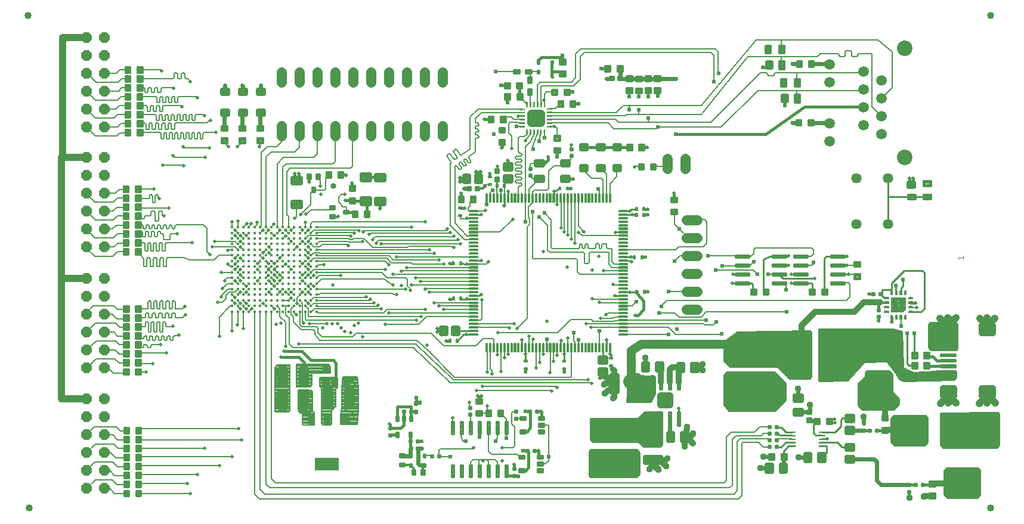
<source format=gtl>
G75*
%MOIN*%
%OFA0B0*%
%FSLAX25Y25*%
%IPPOS*%
%LPD*%
%AMOC8*
5,1,8,0,0,1.08239X$1,22.5*
%
%ADD10C,0.00300*%
%ADD11C,0.00554*%
%ADD12C,0.01056*%
%ADD13C,0.01819*%
%ADD14C,0.05800*%
%ADD15C,0.01496*%
%ADD16C,0.04000*%
%ADD17C,0.00792*%
%ADD18C,0.00433*%
%ADD19C,0.03811*%
%ADD20C,0.01039*%
%ADD21C,0.02598*%
%ADD22C,0.03967*%
%ADD23C,0.02252*%
%ADD24C,0.00866*%
%ADD25C,0.03465*%
%ADD26C,0.01600*%
%ADD27C,0.01408*%
%ADD28C,0.05906*%
%ADD29C,0.08661*%
%ADD30C,0.00485*%
%ADD31C,0.04331*%
%ADD32C,0.01732*%
%ADD33OC8,0.05800*%
%ADD34C,0.01213*%
%ADD35C,0.02079*%
%ADD36C,0.01144*%
%ADD37C,0.01584*%
%ADD38C,0.00600*%
%ADD39C,0.02425*%
%ADD40C,0.01195*%
%ADD41C,0.02068*%
%ADD42C,0.01716*%
%ADD43C,0.02165*%
%ADD44C,0.05737*%
%ADD45C,0.00606*%
%ADD46C,0.00800*%
%ADD47C,0.03248*%
%ADD48C,0.03750*%
%ADD49C,0.04000*%
%ADD50C,0.01000*%
%ADD51C,0.03200*%
%ADD52C,0.01900*%
%ADD53C,0.01600*%
%ADD54C,0.02400*%
%ADD55C,0.02400*%
%ADD56C,0.01200*%
%ADD57C,0.05000*%
%ADD58C,0.08600*%
%ADD59C,0.00500*%
D10*
X0526148Y0168774D02*
X0529050Y0168774D01*
X0529050Y0167807D02*
X0529050Y0169742D01*
X0527115Y0167807D02*
X0526148Y0168774D01*
D11*
X0336651Y0168762D02*
X0336651Y0169468D01*
X0341411Y0169468D01*
X0341411Y0168762D01*
X0336651Y0168762D01*
X0336651Y0169315D02*
X0341411Y0169315D01*
X0336651Y0170731D02*
X0336651Y0171437D01*
X0341411Y0171437D01*
X0341411Y0170731D01*
X0336651Y0170731D01*
X0336651Y0171284D02*
X0341411Y0171284D01*
X0336651Y0172699D02*
X0336651Y0173405D01*
X0341411Y0173405D01*
X0341411Y0172699D01*
X0336651Y0172699D01*
X0336651Y0173252D02*
X0341411Y0173252D01*
X0336651Y0174668D02*
X0336651Y0175374D01*
X0341411Y0175374D01*
X0341411Y0174668D01*
X0336651Y0174668D01*
X0336651Y0175221D02*
X0341411Y0175221D01*
X0336651Y0176636D02*
X0336651Y0177342D01*
X0341411Y0177342D01*
X0341411Y0176636D01*
X0336651Y0176636D01*
X0336651Y0177189D02*
X0341411Y0177189D01*
X0336651Y0178605D02*
X0336651Y0179311D01*
X0341411Y0179311D01*
X0341411Y0178605D01*
X0336651Y0178605D01*
X0336651Y0179158D02*
X0341411Y0179158D01*
X0336651Y0180573D02*
X0336651Y0181279D01*
X0341411Y0181279D01*
X0341411Y0180573D01*
X0336651Y0180573D01*
X0336651Y0181126D02*
X0341411Y0181126D01*
X0336651Y0182542D02*
X0336651Y0183248D01*
X0341411Y0183248D01*
X0341411Y0182542D01*
X0336651Y0182542D01*
X0336651Y0183095D02*
X0341411Y0183095D01*
X0336651Y0184510D02*
X0336651Y0185216D01*
X0341411Y0185216D01*
X0341411Y0184510D01*
X0336651Y0184510D01*
X0336651Y0185063D02*
X0341411Y0185063D01*
X0336651Y0186479D02*
X0336651Y0187185D01*
X0341411Y0187185D01*
X0341411Y0186479D01*
X0336651Y0186479D01*
X0336651Y0187032D02*
X0341411Y0187032D01*
X0336651Y0188447D02*
X0336651Y0189153D01*
X0341411Y0189153D01*
X0341411Y0188447D01*
X0336651Y0188447D01*
X0336651Y0189000D02*
X0341411Y0189000D01*
X0336651Y0190416D02*
X0336651Y0191122D01*
X0341411Y0191122D01*
X0341411Y0190416D01*
X0336651Y0190416D01*
X0336651Y0190969D02*
X0341411Y0190969D01*
X0336651Y0192384D02*
X0336651Y0193090D01*
X0341411Y0193090D01*
X0341411Y0192384D01*
X0336651Y0192384D01*
X0336651Y0192937D02*
X0341411Y0192937D01*
X0336651Y0194353D02*
X0336651Y0195059D01*
X0341411Y0195059D01*
X0341411Y0194353D01*
X0336651Y0194353D01*
X0336651Y0194906D02*
X0341411Y0194906D01*
X0331296Y0199707D02*
X0331296Y0204467D01*
X0332002Y0204467D01*
X0332002Y0199707D01*
X0331296Y0199707D01*
X0331296Y0200260D02*
X0332002Y0200260D01*
X0332002Y0200813D02*
X0331296Y0200813D01*
X0331296Y0201366D02*
X0332002Y0201366D01*
X0332002Y0201919D02*
X0331296Y0201919D01*
X0331296Y0202472D02*
X0332002Y0202472D01*
X0332002Y0203025D02*
X0331296Y0203025D01*
X0331296Y0203578D02*
X0332002Y0203578D01*
X0332002Y0204131D02*
X0331296Y0204131D01*
X0329327Y0204467D02*
X0329327Y0199707D01*
X0329327Y0204467D02*
X0330033Y0204467D01*
X0330033Y0199707D01*
X0329327Y0199707D01*
X0329327Y0200260D02*
X0330033Y0200260D01*
X0330033Y0200813D02*
X0329327Y0200813D01*
X0329327Y0201366D02*
X0330033Y0201366D01*
X0330033Y0201919D02*
X0329327Y0201919D01*
X0329327Y0202472D02*
X0330033Y0202472D01*
X0330033Y0203025D02*
X0329327Y0203025D01*
X0329327Y0203578D02*
X0330033Y0203578D01*
X0330033Y0204131D02*
X0329327Y0204131D01*
X0327359Y0204467D02*
X0327359Y0199707D01*
X0327359Y0204467D02*
X0328065Y0204467D01*
X0328065Y0199707D01*
X0327359Y0199707D01*
X0327359Y0200260D02*
X0328065Y0200260D01*
X0328065Y0200813D02*
X0327359Y0200813D01*
X0327359Y0201366D02*
X0328065Y0201366D01*
X0328065Y0201919D02*
X0327359Y0201919D01*
X0327359Y0202472D02*
X0328065Y0202472D01*
X0328065Y0203025D02*
X0327359Y0203025D01*
X0327359Y0203578D02*
X0328065Y0203578D01*
X0328065Y0204131D02*
X0327359Y0204131D01*
X0325390Y0204467D02*
X0325390Y0199707D01*
X0325390Y0204467D02*
X0326096Y0204467D01*
X0326096Y0199707D01*
X0325390Y0199707D01*
X0325390Y0200260D02*
X0326096Y0200260D01*
X0326096Y0200813D02*
X0325390Y0200813D01*
X0325390Y0201366D02*
X0326096Y0201366D01*
X0326096Y0201919D02*
X0325390Y0201919D01*
X0325390Y0202472D02*
X0326096Y0202472D01*
X0326096Y0203025D02*
X0325390Y0203025D01*
X0325390Y0203578D02*
X0326096Y0203578D01*
X0326096Y0204131D02*
X0325390Y0204131D01*
X0323422Y0204467D02*
X0323422Y0199707D01*
X0323422Y0204467D02*
X0324128Y0204467D01*
X0324128Y0199707D01*
X0323422Y0199707D01*
X0323422Y0200260D02*
X0324128Y0200260D01*
X0324128Y0200813D02*
X0323422Y0200813D01*
X0323422Y0201366D02*
X0324128Y0201366D01*
X0324128Y0201919D02*
X0323422Y0201919D01*
X0323422Y0202472D02*
X0324128Y0202472D01*
X0324128Y0203025D02*
X0323422Y0203025D01*
X0323422Y0203578D02*
X0324128Y0203578D01*
X0324128Y0204131D02*
X0323422Y0204131D01*
X0321453Y0204467D02*
X0321453Y0199707D01*
X0321453Y0204467D02*
X0322159Y0204467D01*
X0322159Y0199707D01*
X0321453Y0199707D01*
X0321453Y0200260D02*
X0322159Y0200260D01*
X0322159Y0200813D02*
X0321453Y0200813D01*
X0321453Y0201366D02*
X0322159Y0201366D01*
X0322159Y0201919D02*
X0321453Y0201919D01*
X0321453Y0202472D02*
X0322159Y0202472D01*
X0322159Y0203025D02*
X0321453Y0203025D01*
X0321453Y0203578D02*
X0322159Y0203578D01*
X0322159Y0204131D02*
X0321453Y0204131D01*
X0319485Y0204467D02*
X0319485Y0199707D01*
X0319485Y0204467D02*
X0320191Y0204467D01*
X0320191Y0199707D01*
X0319485Y0199707D01*
X0319485Y0200260D02*
X0320191Y0200260D01*
X0320191Y0200813D02*
X0319485Y0200813D01*
X0319485Y0201366D02*
X0320191Y0201366D01*
X0320191Y0201919D02*
X0319485Y0201919D01*
X0319485Y0202472D02*
X0320191Y0202472D01*
X0320191Y0203025D02*
X0319485Y0203025D01*
X0319485Y0203578D02*
X0320191Y0203578D01*
X0320191Y0204131D02*
X0319485Y0204131D01*
X0317516Y0204467D02*
X0317516Y0199707D01*
X0317516Y0204467D02*
X0318222Y0204467D01*
X0318222Y0199707D01*
X0317516Y0199707D01*
X0317516Y0200260D02*
X0318222Y0200260D01*
X0318222Y0200813D02*
X0317516Y0200813D01*
X0317516Y0201366D02*
X0318222Y0201366D01*
X0318222Y0201919D02*
X0317516Y0201919D01*
X0317516Y0202472D02*
X0318222Y0202472D01*
X0318222Y0203025D02*
X0317516Y0203025D01*
X0317516Y0203578D02*
X0318222Y0203578D01*
X0318222Y0204131D02*
X0317516Y0204131D01*
X0315548Y0204467D02*
X0315548Y0199707D01*
X0315548Y0204467D02*
X0316254Y0204467D01*
X0316254Y0199707D01*
X0315548Y0199707D01*
X0315548Y0200260D02*
X0316254Y0200260D01*
X0316254Y0200813D02*
X0315548Y0200813D01*
X0315548Y0201366D02*
X0316254Y0201366D01*
X0316254Y0201919D02*
X0315548Y0201919D01*
X0315548Y0202472D02*
X0316254Y0202472D01*
X0316254Y0203025D02*
X0315548Y0203025D01*
X0315548Y0203578D02*
X0316254Y0203578D01*
X0316254Y0204131D02*
X0315548Y0204131D01*
X0313579Y0204467D02*
X0313579Y0199707D01*
X0313579Y0204467D02*
X0314285Y0204467D01*
X0314285Y0199707D01*
X0313579Y0199707D01*
X0313579Y0200260D02*
X0314285Y0200260D01*
X0314285Y0200813D02*
X0313579Y0200813D01*
X0313579Y0201366D02*
X0314285Y0201366D01*
X0314285Y0201919D02*
X0313579Y0201919D01*
X0313579Y0202472D02*
X0314285Y0202472D01*
X0314285Y0203025D02*
X0313579Y0203025D01*
X0313579Y0203578D02*
X0314285Y0203578D01*
X0314285Y0204131D02*
X0313579Y0204131D01*
X0311611Y0204467D02*
X0311611Y0199707D01*
X0311611Y0204467D02*
X0312317Y0204467D01*
X0312317Y0199707D01*
X0311611Y0199707D01*
X0311611Y0200260D02*
X0312317Y0200260D01*
X0312317Y0200813D02*
X0311611Y0200813D01*
X0311611Y0201366D02*
X0312317Y0201366D01*
X0312317Y0201919D02*
X0311611Y0201919D01*
X0311611Y0202472D02*
X0312317Y0202472D01*
X0312317Y0203025D02*
X0311611Y0203025D01*
X0311611Y0203578D02*
X0312317Y0203578D01*
X0312317Y0204131D02*
X0311611Y0204131D01*
X0309642Y0204467D02*
X0309642Y0199707D01*
X0309642Y0204467D02*
X0310348Y0204467D01*
X0310348Y0199707D01*
X0309642Y0199707D01*
X0309642Y0200260D02*
X0310348Y0200260D01*
X0310348Y0200813D02*
X0309642Y0200813D01*
X0309642Y0201366D02*
X0310348Y0201366D01*
X0310348Y0201919D02*
X0309642Y0201919D01*
X0309642Y0202472D02*
X0310348Y0202472D01*
X0310348Y0203025D02*
X0309642Y0203025D01*
X0309642Y0203578D02*
X0310348Y0203578D01*
X0310348Y0204131D02*
X0309642Y0204131D01*
X0307674Y0204467D02*
X0307674Y0199707D01*
X0307674Y0204467D02*
X0308380Y0204467D01*
X0308380Y0199707D01*
X0307674Y0199707D01*
X0307674Y0200260D02*
X0308380Y0200260D01*
X0308380Y0200813D02*
X0307674Y0200813D01*
X0307674Y0201366D02*
X0308380Y0201366D01*
X0308380Y0201919D02*
X0307674Y0201919D01*
X0307674Y0202472D02*
X0308380Y0202472D01*
X0308380Y0203025D02*
X0307674Y0203025D01*
X0307674Y0203578D02*
X0308380Y0203578D01*
X0308380Y0204131D02*
X0307674Y0204131D01*
X0305705Y0204467D02*
X0305705Y0199707D01*
X0305705Y0204467D02*
X0306411Y0204467D01*
X0306411Y0199707D01*
X0305705Y0199707D01*
X0305705Y0200260D02*
X0306411Y0200260D01*
X0306411Y0200813D02*
X0305705Y0200813D01*
X0305705Y0201366D02*
X0306411Y0201366D01*
X0306411Y0201919D02*
X0305705Y0201919D01*
X0305705Y0202472D02*
X0306411Y0202472D01*
X0306411Y0203025D02*
X0305705Y0203025D01*
X0305705Y0203578D02*
X0306411Y0203578D01*
X0306411Y0204131D02*
X0305705Y0204131D01*
X0303737Y0204467D02*
X0303737Y0199707D01*
X0303737Y0204467D02*
X0304443Y0204467D01*
X0304443Y0199707D01*
X0303737Y0199707D01*
X0303737Y0200260D02*
X0304443Y0200260D01*
X0304443Y0200813D02*
X0303737Y0200813D01*
X0303737Y0201366D02*
X0304443Y0201366D01*
X0304443Y0201919D02*
X0303737Y0201919D01*
X0303737Y0202472D02*
X0304443Y0202472D01*
X0304443Y0203025D02*
X0303737Y0203025D01*
X0303737Y0203578D02*
X0304443Y0203578D01*
X0304443Y0204131D02*
X0303737Y0204131D01*
X0301768Y0204467D02*
X0301768Y0199707D01*
X0301768Y0204467D02*
X0302474Y0204467D01*
X0302474Y0199707D01*
X0301768Y0199707D01*
X0301768Y0200260D02*
X0302474Y0200260D01*
X0302474Y0200813D02*
X0301768Y0200813D01*
X0301768Y0201366D02*
X0302474Y0201366D01*
X0302474Y0201919D02*
X0301768Y0201919D01*
X0301768Y0202472D02*
X0302474Y0202472D01*
X0302474Y0203025D02*
X0301768Y0203025D01*
X0301768Y0203578D02*
X0302474Y0203578D01*
X0302474Y0204131D02*
X0301768Y0204131D01*
X0299800Y0204467D02*
X0299800Y0199707D01*
X0299800Y0204467D02*
X0300506Y0204467D01*
X0300506Y0199707D01*
X0299800Y0199707D01*
X0299800Y0200260D02*
X0300506Y0200260D01*
X0300506Y0200813D02*
X0299800Y0200813D01*
X0299800Y0201366D02*
X0300506Y0201366D01*
X0300506Y0201919D02*
X0299800Y0201919D01*
X0299800Y0202472D02*
X0300506Y0202472D01*
X0300506Y0203025D02*
X0299800Y0203025D01*
X0299800Y0203578D02*
X0300506Y0203578D01*
X0300506Y0204131D02*
X0299800Y0204131D01*
X0297831Y0204467D02*
X0297831Y0199707D01*
X0297831Y0204467D02*
X0298537Y0204467D01*
X0298537Y0199707D01*
X0297831Y0199707D01*
X0297831Y0200260D02*
X0298537Y0200260D01*
X0298537Y0200813D02*
X0297831Y0200813D01*
X0297831Y0201366D02*
X0298537Y0201366D01*
X0298537Y0201919D02*
X0297831Y0201919D01*
X0297831Y0202472D02*
X0298537Y0202472D01*
X0298537Y0203025D02*
X0297831Y0203025D01*
X0297831Y0203578D02*
X0298537Y0203578D01*
X0298537Y0204131D02*
X0297831Y0204131D01*
X0295863Y0204467D02*
X0295863Y0199707D01*
X0295863Y0204467D02*
X0296569Y0204467D01*
X0296569Y0199707D01*
X0295863Y0199707D01*
X0295863Y0200260D02*
X0296569Y0200260D01*
X0296569Y0200813D02*
X0295863Y0200813D01*
X0295863Y0201366D02*
X0296569Y0201366D01*
X0296569Y0201919D02*
X0295863Y0201919D01*
X0295863Y0202472D02*
X0296569Y0202472D01*
X0296569Y0203025D02*
X0295863Y0203025D01*
X0295863Y0203578D02*
X0296569Y0203578D01*
X0296569Y0204131D02*
X0295863Y0204131D01*
X0293894Y0204467D02*
X0293894Y0199707D01*
X0293894Y0204467D02*
X0294600Y0204467D01*
X0294600Y0199707D01*
X0293894Y0199707D01*
X0293894Y0200260D02*
X0294600Y0200260D01*
X0294600Y0200813D02*
X0293894Y0200813D01*
X0293894Y0201366D02*
X0294600Y0201366D01*
X0294600Y0201919D02*
X0293894Y0201919D01*
X0293894Y0202472D02*
X0294600Y0202472D01*
X0294600Y0203025D02*
X0293894Y0203025D01*
X0293894Y0203578D02*
X0294600Y0203578D01*
X0294600Y0204131D02*
X0293894Y0204131D01*
X0291926Y0204467D02*
X0291926Y0199707D01*
X0291926Y0204467D02*
X0292632Y0204467D01*
X0292632Y0199707D01*
X0291926Y0199707D01*
X0291926Y0200260D02*
X0292632Y0200260D01*
X0292632Y0200813D02*
X0291926Y0200813D01*
X0291926Y0201366D02*
X0292632Y0201366D01*
X0292632Y0201919D02*
X0291926Y0201919D01*
X0291926Y0202472D02*
X0292632Y0202472D01*
X0292632Y0203025D02*
X0291926Y0203025D01*
X0291926Y0203578D02*
X0292632Y0203578D01*
X0292632Y0204131D02*
X0291926Y0204131D01*
X0289957Y0204467D02*
X0289957Y0199707D01*
X0289957Y0204467D02*
X0290663Y0204467D01*
X0290663Y0199707D01*
X0289957Y0199707D01*
X0289957Y0200260D02*
X0290663Y0200260D01*
X0290663Y0200813D02*
X0289957Y0200813D01*
X0289957Y0201366D02*
X0290663Y0201366D01*
X0290663Y0201919D02*
X0289957Y0201919D01*
X0289957Y0202472D02*
X0290663Y0202472D01*
X0290663Y0203025D02*
X0289957Y0203025D01*
X0289957Y0203578D02*
X0290663Y0203578D01*
X0290663Y0204131D02*
X0289957Y0204131D01*
X0287989Y0204467D02*
X0287989Y0199707D01*
X0287989Y0204467D02*
X0288695Y0204467D01*
X0288695Y0199707D01*
X0287989Y0199707D01*
X0287989Y0200260D02*
X0288695Y0200260D01*
X0288695Y0200813D02*
X0287989Y0200813D01*
X0287989Y0201366D02*
X0288695Y0201366D01*
X0288695Y0201919D02*
X0287989Y0201919D01*
X0287989Y0202472D02*
X0288695Y0202472D01*
X0288695Y0203025D02*
X0287989Y0203025D01*
X0287989Y0203578D02*
X0288695Y0203578D01*
X0288695Y0204131D02*
X0287989Y0204131D01*
X0286020Y0204467D02*
X0286020Y0199707D01*
X0286020Y0204467D02*
X0286726Y0204467D01*
X0286726Y0199707D01*
X0286020Y0199707D01*
X0286020Y0200260D02*
X0286726Y0200260D01*
X0286726Y0200813D02*
X0286020Y0200813D01*
X0286020Y0201366D02*
X0286726Y0201366D01*
X0286726Y0201919D02*
X0286020Y0201919D01*
X0286020Y0202472D02*
X0286726Y0202472D01*
X0286726Y0203025D02*
X0286020Y0203025D01*
X0286020Y0203578D02*
X0286726Y0203578D01*
X0286726Y0204131D02*
X0286020Y0204131D01*
X0284052Y0204467D02*
X0284052Y0199707D01*
X0284052Y0204467D02*
X0284758Y0204467D01*
X0284758Y0199707D01*
X0284052Y0199707D01*
X0284052Y0200260D02*
X0284758Y0200260D01*
X0284758Y0200813D02*
X0284052Y0200813D01*
X0284052Y0201366D02*
X0284758Y0201366D01*
X0284758Y0201919D02*
X0284052Y0201919D01*
X0284052Y0202472D02*
X0284758Y0202472D01*
X0284758Y0203025D02*
X0284052Y0203025D01*
X0284052Y0203578D02*
X0284758Y0203578D01*
X0284758Y0204131D02*
X0284052Y0204131D01*
X0282083Y0204467D02*
X0282083Y0199707D01*
X0282083Y0204467D02*
X0282789Y0204467D01*
X0282789Y0199707D01*
X0282083Y0199707D01*
X0282083Y0200260D02*
X0282789Y0200260D01*
X0282789Y0200813D02*
X0282083Y0200813D01*
X0282083Y0201366D02*
X0282789Y0201366D01*
X0282789Y0201919D02*
X0282083Y0201919D01*
X0282083Y0202472D02*
X0282789Y0202472D01*
X0282789Y0203025D02*
X0282083Y0203025D01*
X0282083Y0203578D02*
X0282789Y0203578D01*
X0282789Y0204131D02*
X0282083Y0204131D01*
X0280115Y0204467D02*
X0280115Y0199707D01*
X0280115Y0204467D02*
X0280821Y0204467D01*
X0280821Y0199707D01*
X0280115Y0199707D01*
X0280115Y0200260D02*
X0280821Y0200260D01*
X0280821Y0200813D02*
X0280115Y0200813D01*
X0280115Y0201366D02*
X0280821Y0201366D01*
X0280821Y0201919D02*
X0280115Y0201919D01*
X0280115Y0202472D02*
X0280821Y0202472D01*
X0280821Y0203025D02*
X0280115Y0203025D01*
X0280115Y0203578D02*
X0280821Y0203578D01*
X0280821Y0204131D02*
X0280115Y0204131D01*
X0278146Y0204467D02*
X0278146Y0199707D01*
X0278146Y0204467D02*
X0278852Y0204467D01*
X0278852Y0199707D01*
X0278146Y0199707D01*
X0278146Y0200260D02*
X0278852Y0200260D01*
X0278852Y0200813D02*
X0278146Y0200813D01*
X0278146Y0201366D02*
X0278852Y0201366D01*
X0278852Y0201919D02*
X0278146Y0201919D01*
X0278146Y0202472D02*
X0278852Y0202472D01*
X0278852Y0203025D02*
X0278146Y0203025D01*
X0278146Y0203578D02*
X0278852Y0203578D01*
X0278852Y0204131D02*
X0278146Y0204131D01*
X0276178Y0204467D02*
X0276178Y0199707D01*
X0276178Y0204467D02*
X0276884Y0204467D01*
X0276884Y0199707D01*
X0276178Y0199707D01*
X0276178Y0200260D02*
X0276884Y0200260D01*
X0276884Y0200813D02*
X0276178Y0200813D01*
X0276178Y0201366D02*
X0276884Y0201366D01*
X0276884Y0201919D02*
X0276178Y0201919D01*
X0276178Y0202472D02*
X0276884Y0202472D01*
X0276884Y0203025D02*
X0276178Y0203025D01*
X0276178Y0203578D02*
X0276884Y0203578D01*
X0276884Y0204131D02*
X0276178Y0204131D01*
X0274209Y0204467D02*
X0274209Y0199707D01*
X0274209Y0204467D02*
X0274915Y0204467D01*
X0274915Y0199707D01*
X0274209Y0199707D01*
X0274209Y0200260D02*
X0274915Y0200260D01*
X0274915Y0200813D02*
X0274209Y0200813D01*
X0274209Y0201366D02*
X0274915Y0201366D01*
X0274915Y0201919D02*
X0274209Y0201919D01*
X0274209Y0202472D02*
X0274915Y0202472D01*
X0274915Y0203025D02*
X0274209Y0203025D01*
X0274209Y0203578D02*
X0274915Y0203578D01*
X0274915Y0204131D02*
X0274209Y0204131D01*
X0272241Y0204467D02*
X0272241Y0199707D01*
X0272241Y0204467D02*
X0272947Y0204467D01*
X0272947Y0199707D01*
X0272241Y0199707D01*
X0272241Y0200260D02*
X0272947Y0200260D01*
X0272947Y0200813D02*
X0272241Y0200813D01*
X0272241Y0201366D02*
X0272947Y0201366D01*
X0272947Y0201919D02*
X0272241Y0201919D01*
X0272241Y0202472D02*
X0272947Y0202472D01*
X0272947Y0203025D02*
X0272241Y0203025D01*
X0272241Y0203578D02*
X0272947Y0203578D01*
X0272947Y0204131D02*
X0272241Y0204131D01*
X0270272Y0204467D02*
X0270272Y0199707D01*
X0270272Y0204467D02*
X0270978Y0204467D01*
X0270978Y0199707D01*
X0270272Y0199707D01*
X0270272Y0200260D02*
X0270978Y0200260D01*
X0270978Y0200813D02*
X0270272Y0200813D01*
X0270272Y0201366D02*
X0270978Y0201366D01*
X0270978Y0201919D02*
X0270272Y0201919D01*
X0270272Y0202472D02*
X0270978Y0202472D01*
X0270978Y0203025D02*
X0270272Y0203025D01*
X0270272Y0203578D02*
X0270978Y0203578D01*
X0270978Y0204131D02*
X0270272Y0204131D01*
X0268304Y0204467D02*
X0268304Y0199707D01*
X0268304Y0204467D02*
X0269010Y0204467D01*
X0269010Y0199707D01*
X0268304Y0199707D01*
X0268304Y0200260D02*
X0269010Y0200260D01*
X0269010Y0200813D02*
X0268304Y0200813D01*
X0268304Y0201366D02*
X0269010Y0201366D01*
X0269010Y0201919D02*
X0268304Y0201919D01*
X0268304Y0202472D02*
X0269010Y0202472D01*
X0269010Y0203025D02*
X0268304Y0203025D01*
X0268304Y0203578D02*
X0269010Y0203578D01*
X0269010Y0204131D02*
X0268304Y0204131D01*
X0266335Y0204467D02*
X0266335Y0199707D01*
X0266335Y0204467D02*
X0267041Y0204467D01*
X0267041Y0199707D01*
X0266335Y0199707D01*
X0266335Y0200260D02*
X0267041Y0200260D01*
X0267041Y0200813D02*
X0266335Y0200813D01*
X0266335Y0201366D02*
X0267041Y0201366D01*
X0267041Y0201919D02*
X0266335Y0201919D01*
X0266335Y0202472D02*
X0267041Y0202472D01*
X0267041Y0203025D02*
X0266335Y0203025D01*
X0266335Y0203578D02*
X0267041Y0203578D01*
X0267041Y0204131D02*
X0266335Y0204131D01*
X0264367Y0204467D02*
X0264367Y0199707D01*
X0264367Y0204467D02*
X0265073Y0204467D01*
X0265073Y0199707D01*
X0264367Y0199707D01*
X0264367Y0200260D02*
X0265073Y0200260D01*
X0265073Y0200813D02*
X0264367Y0200813D01*
X0264367Y0201366D02*
X0265073Y0201366D01*
X0265073Y0201919D02*
X0264367Y0201919D01*
X0264367Y0202472D02*
X0265073Y0202472D01*
X0265073Y0203025D02*
X0264367Y0203025D01*
X0264367Y0203578D02*
X0265073Y0203578D01*
X0265073Y0204131D02*
X0264367Y0204131D01*
X0262398Y0204467D02*
X0262398Y0199707D01*
X0262398Y0204467D02*
X0263104Y0204467D01*
X0263104Y0199707D01*
X0262398Y0199707D01*
X0262398Y0200260D02*
X0263104Y0200260D01*
X0263104Y0200813D02*
X0262398Y0200813D01*
X0262398Y0201366D02*
X0263104Y0201366D01*
X0263104Y0201919D02*
X0262398Y0201919D01*
X0262398Y0202472D02*
X0263104Y0202472D01*
X0263104Y0203025D02*
X0262398Y0203025D01*
X0262398Y0203578D02*
X0263104Y0203578D01*
X0263104Y0204131D02*
X0262398Y0204131D01*
X0252989Y0195059D02*
X0252989Y0194353D01*
X0252989Y0195059D02*
X0257749Y0195059D01*
X0257749Y0194353D01*
X0252989Y0194353D01*
X0252989Y0194906D02*
X0257749Y0194906D01*
X0252989Y0193090D02*
X0252989Y0192384D01*
X0252989Y0193090D02*
X0257749Y0193090D01*
X0257749Y0192384D01*
X0252989Y0192384D01*
X0252989Y0192937D02*
X0257749Y0192937D01*
X0252989Y0191122D02*
X0252989Y0190416D01*
X0252989Y0191122D02*
X0257749Y0191122D01*
X0257749Y0190416D01*
X0252989Y0190416D01*
X0252989Y0190969D02*
X0257749Y0190969D01*
X0252989Y0189153D02*
X0252989Y0188447D01*
X0252989Y0189153D02*
X0257749Y0189153D01*
X0257749Y0188447D01*
X0252989Y0188447D01*
X0252989Y0189000D02*
X0257749Y0189000D01*
X0252989Y0187185D02*
X0252989Y0186479D01*
X0252989Y0187185D02*
X0257749Y0187185D01*
X0257749Y0186479D01*
X0252989Y0186479D01*
X0252989Y0187032D02*
X0257749Y0187032D01*
X0252989Y0185216D02*
X0252989Y0184510D01*
X0252989Y0185216D02*
X0257749Y0185216D01*
X0257749Y0184510D01*
X0252989Y0184510D01*
X0252989Y0185063D02*
X0257749Y0185063D01*
X0252989Y0183248D02*
X0252989Y0182542D01*
X0252989Y0183248D02*
X0257749Y0183248D01*
X0257749Y0182542D01*
X0252989Y0182542D01*
X0252989Y0183095D02*
X0257749Y0183095D01*
X0252989Y0181279D02*
X0252989Y0180573D01*
X0252989Y0181279D02*
X0257749Y0181279D01*
X0257749Y0180573D01*
X0252989Y0180573D01*
X0252989Y0181126D02*
X0257749Y0181126D01*
X0252989Y0179311D02*
X0252989Y0178605D01*
X0252989Y0179311D02*
X0257749Y0179311D01*
X0257749Y0178605D01*
X0252989Y0178605D01*
X0252989Y0179158D02*
X0257749Y0179158D01*
X0252989Y0177342D02*
X0252989Y0176636D01*
X0252989Y0177342D02*
X0257749Y0177342D01*
X0257749Y0176636D01*
X0252989Y0176636D01*
X0252989Y0177189D02*
X0257749Y0177189D01*
X0252989Y0175374D02*
X0252989Y0174668D01*
X0252989Y0175374D02*
X0257749Y0175374D01*
X0257749Y0174668D01*
X0252989Y0174668D01*
X0252989Y0175221D02*
X0257749Y0175221D01*
X0252989Y0173405D02*
X0252989Y0172699D01*
X0252989Y0173405D02*
X0257749Y0173405D01*
X0257749Y0172699D01*
X0252989Y0172699D01*
X0252989Y0173252D02*
X0257749Y0173252D01*
X0252989Y0171437D02*
X0252989Y0170731D01*
X0252989Y0171437D02*
X0257749Y0171437D01*
X0257749Y0170731D01*
X0252989Y0170731D01*
X0252989Y0171284D02*
X0257749Y0171284D01*
X0252989Y0169468D02*
X0252989Y0168762D01*
X0252989Y0169468D02*
X0257749Y0169468D01*
X0257749Y0168762D01*
X0252989Y0168762D01*
X0252989Y0169315D02*
X0257749Y0169315D01*
X0252989Y0167500D02*
X0252989Y0166794D01*
X0252989Y0167500D02*
X0257749Y0167500D01*
X0257749Y0166794D01*
X0252989Y0166794D01*
X0252989Y0167347D02*
X0257749Y0167347D01*
X0252989Y0165531D02*
X0252989Y0164825D01*
X0252989Y0165531D02*
X0257749Y0165531D01*
X0257749Y0164825D01*
X0252989Y0164825D01*
X0252989Y0165378D02*
X0257749Y0165378D01*
X0252989Y0163563D02*
X0252989Y0162857D01*
X0252989Y0163563D02*
X0257749Y0163563D01*
X0257749Y0162857D01*
X0252989Y0162857D01*
X0252989Y0163410D02*
X0257749Y0163410D01*
X0252989Y0161594D02*
X0252989Y0160888D01*
X0252989Y0161594D02*
X0257749Y0161594D01*
X0257749Y0160888D01*
X0252989Y0160888D01*
X0252989Y0161441D02*
X0257749Y0161441D01*
X0252989Y0159626D02*
X0252989Y0158920D01*
X0252989Y0159626D02*
X0257749Y0159626D01*
X0257749Y0158920D01*
X0252989Y0158920D01*
X0252989Y0159473D02*
X0257749Y0159473D01*
X0252989Y0157657D02*
X0252989Y0156951D01*
X0252989Y0157657D02*
X0257749Y0157657D01*
X0257749Y0156951D01*
X0252989Y0156951D01*
X0252989Y0157504D02*
X0257749Y0157504D01*
X0252989Y0155689D02*
X0252989Y0154983D01*
X0252989Y0155689D02*
X0257749Y0155689D01*
X0257749Y0154983D01*
X0252989Y0154983D01*
X0252989Y0155536D02*
X0257749Y0155536D01*
X0252989Y0153720D02*
X0252989Y0153014D01*
X0252989Y0153720D02*
X0257749Y0153720D01*
X0257749Y0153014D01*
X0252989Y0153014D01*
X0252989Y0153567D02*
X0257749Y0153567D01*
X0252989Y0151751D02*
X0252989Y0151045D01*
X0252989Y0151751D02*
X0257749Y0151751D01*
X0257749Y0151045D01*
X0252989Y0151045D01*
X0252989Y0151598D02*
X0257749Y0151598D01*
X0252989Y0149783D02*
X0252989Y0149077D01*
X0252989Y0149783D02*
X0257749Y0149783D01*
X0257749Y0149077D01*
X0252989Y0149077D01*
X0252989Y0149630D02*
X0257749Y0149630D01*
X0252989Y0147814D02*
X0252989Y0147108D01*
X0252989Y0147814D02*
X0257749Y0147814D01*
X0257749Y0147108D01*
X0252989Y0147108D01*
X0252989Y0147661D02*
X0257749Y0147661D01*
X0252989Y0145846D02*
X0252989Y0145140D01*
X0252989Y0145846D02*
X0257749Y0145846D01*
X0257749Y0145140D01*
X0252989Y0145140D01*
X0252989Y0145693D02*
X0257749Y0145693D01*
X0252989Y0143877D02*
X0252989Y0143171D01*
X0252989Y0143877D02*
X0257749Y0143877D01*
X0257749Y0143171D01*
X0252989Y0143171D01*
X0252989Y0143724D02*
X0257749Y0143724D01*
X0252989Y0141909D02*
X0252989Y0141203D01*
X0252989Y0141909D02*
X0257749Y0141909D01*
X0257749Y0141203D01*
X0252989Y0141203D01*
X0252989Y0141756D02*
X0257749Y0141756D01*
X0252989Y0139940D02*
X0252989Y0139234D01*
X0252989Y0139940D02*
X0257749Y0139940D01*
X0257749Y0139234D01*
X0252989Y0139234D01*
X0252989Y0139787D02*
X0257749Y0139787D01*
X0252989Y0137972D02*
X0252989Y0137266D01*
X0252989Y0137972D02*
X0257749Y0137972D01*
X0257749Y0137266D01*
X0252989Y0137266D01*
X0252989Y0137819D02*
X0257749Y0137819D01*
X0252989Y0136003D02*
X0252989Y0135297D01*
X0252989Y0136003D02*
X0257749Y0136003D01*
X0257749Y0135297D01*
X0252989Y0135297D01*
X0252989Y0135850D02*
X0257749Y0135850D01*
X0252989Y0134035D02*
X0252989Y0133329D01*
X0252989Y0134035D02*
X0257749Y0134035D01*
X0257749Y0133329D01*
X0252989Y0133329D01*
X0252989Y0133882D02*
X0257749Y0133882D01*
X0252989Y0132066D02*
X0252989Y0131360D01*
X0252989Y0132066D02*
X0257749Y0132066D01*
X0257749Y0131360D01*
X0252989Y0131360D01*
X0252989Y0131913D02*
X0257749Y0131913D01*
X0252989Y0130098D02*
X0252989Y0129392D01*
X0252989Y0130098D02*
X0257749Y0130098D01*
X0257749Y0129392D01*
X0252989Y0129392D01*
X0252989Y0129945D02*
X0257749Y0129945D01*
X0252989Y0128129D02*
X0252989Y0127423D01*
X0252989Y0128129D02*
X0257749Y0128129D01*
X0257749Y0127423D01*
X0252989Y0127423D01*
X0252989Y0127976D02*
X0257749Y0127976D01*
X0252989Y0126161D02*
X0252989Y0125455D01*
X0252989Y0126161D02*
X0257749Y0126161D01*
X0257749Y0125455D01*
X0252989Y0125455D01*
X0252989Y0126008D02*
X0257749Y0126008D01*
X0262398Y0120806D02*
X0262398Y0116046D01*
X0262398Y0120806D02*
X0263104Y0120806D01*
X0263104Y0116046D01*
X0262398Y0116046D01*
X0262398Y0116599D02*
X0263104Y0116599D01*
X0263104Y0117152D02*
X0262398Y0117152D01*
X0262398Y0117705D02*
X0263104Y0117705D01*
X0263104Y0118258D02*
X0262398Y0118258D01*
X0262398Y0118811D02*
X0263104Y0118811D01*
X0263104Y0119364D02*
X0262398Y0119364D01*
X0262398Y0119917D02*
X0263104Y0119917D01*
X0263104Y0120470D02*
X0262398Y0120470D01*
X0264367Y0120806D02*
X0264367Y0116046D01*
X0264367Y0120806D02*
X0265073Y0120806D01*
X0265073Y0116046D01*
X0264367Y0116046D01*
X0264367Y0116599D02*
X0265073Y0116599D01*
X0265073Y0117152D02*
X0264367Y0117152D01*
X0264367Y0117705D02*
X0265073Y0117705D01*
X0265073Y0118258D02*
X0264367Y0118258D01*
X0264367Y0118811D02*
X0265073Y0118811D01*
X0265073Y0119364D02*
X0264367Y0119364D01*
X0264367Y0119917D02*
X0265073Y0119917D01*
X0265073Y0120470D02*
X0264367Y0120470D01*
X0266335Y0120806D02*
X0266335Y0116046D01*
X0266335Y0120806D02*
X0267041Y0120806D01*
X0267041Y0116046D01*
X0266335Y0116046D01*
X0266335Y0116599D02*
X0267041Y0116599D01*
X0267041Y0117152D02*
X0266335Y0117152D01*
X0266335Y0117705D02*
X0267041Y0117705D01*
X0267041Y0118258D02*
X0266335Y0118258D01*
X0266335Y0118811D02*
X0267041Y0118811D01*
X0267041Y0119364D02*
X0266335Y0119364D01*
X0266335Y0119917D02*
X0267041Y0119917D01*
X0267041Y0120470D02*
X0266335Y0120470D01*
X0268304Y0120806D02*
X0268304Y0116046D01*
X0268304Y0120806D02*
X0269010Y0120806D01*
X0269010Y0116046D01*
X0268304Y0116046D01*
X0268304Y0116599D02*
X0269010Y0116599D01*
X0269010Y0117152D02*
X0268304Y0117152D01*
X0268304Y0117705D02*
X0269010Y0117705D01*
X0269010Y0118258D02*
X0268304Y0118258D01*
X0268304Y0118811D02*
X0269010Y0118811D01*
X0269010Y0119364D02*
X0268304Y0119364D01*
X0268304Y0119917D02*
X0269010Y0119917D01*
X0269010Y0120470D02*
X0268304Y0120470D01*
X0270272Y0120806D02*
X0270272Y0116046D01*
X0270272Y0120806D02*
X0270978Y0120806D01*
X0270978Y0116046D01*
X0270272Y0116046D01*
X0270272Y0116599D02*
X0270978Y0116599D01*
X0270978Y0117152D02*
X0270272Y0117152D01*
X0270272Y0117705D02*
X0270978Y0117705D01*
X0270978Y0118258D02*
X0270272Y0118258D01*
X0270272Y0118811D02*
X0270978Y0118811D01*
X0270978Y0119364D02*
X0270272Y0119364D01*
X0270272Y0119917D02*
X0270978Y0119917D01*
X0270978Y0120470D02*
X0270272Y0120470D01*
X0272241Y0120806D02*
X0272241Y0116046D01*
X0272241Y0120806D02*
X0272947Y0120806D01*
X0272947Y0116046D01*
X0272241Y0116046D01*
X0272241Y0116599D02*
X0272947Y0116599D01*
X0272947Y0117152D02*
X0272241Y0117152D01*
X0272241Y0117705D02*
X0272947Y0117705D01*
X0272947Y0118258D02*
X0272241Y0118258D01*
X0272241Y0118811D02*
X0272947Y0118811D01*
X0272947Y0119364D02*
X0272241Y0119364D01*
X0272241Y0119917D02*
X0272947Y0119917D01*
X0272947Y0120470D02*
X0272241Y0120470D01*
X0274209Y0120806D02*
X0274209Y0116046D01*
X0274209Y0120806D02*
X0274915Y0120806D01*
X0274915Y0116046D01*
X0274209Y0116046D01*
X0274209Y0116599D02*
X0274915Y0116599D01*
X0274915Y0117152D02*
X0274209Y0117152D01*
X0274209Y0117705D02*
X0274915Y0117705D01*
X0274915Y0118258D02*
X0274209Y0118258D01*
X0274209Y0118811D02*
X0274915Y0118811D01*
X0274915Y0119364D02*
X0274209Y0119364D01*
X0274209Y0119917D02*
X0274915Y0119917D01*
X0274915Y0120470D02*
X0274209Y0120470D01*
X0276178Y0120806D02*
X0276178Y0116046D01*
X0276178Y0120806D02*
X0276884Y0120806D01*
X0276884Y0116046D01*
X0276178Y0116046D01*
X0276178Y0116599D02*
X0276884Y0116599D01*
X0276884Y0117152D02*
X0276178Y0117152D01*
X0276178Y0117705D02*
X0276884Y0117705D01*
X0276884Y0118258D02*
X0276178Y0118258D01*
X0276178Y0118811D02*
X0276884Y0118811D01*
X0276884Y0119364D02*
X0276178Y0119364D01*
X0276178Y0119917D02*
X0276884Y0119917D01*
X0276884Y0120470D02*
X0276178Y0120470D01*
X0278146Y0120806D02*
X0278146Y0116046D01*
X0278146Y0120806D02*
X0278852Y0120806D01*
X0278852Y0116046D01*
X0278146Y0116046D01*
X0278146Y0116599D02*
X0278852Y0116599D01*
X0278852Y0117152D02*
X0278146Y0117152D01*
X0278146Y0117705D02*
X0278852Y0117705D01*
X0278852Y0118258D02*
X0278146Y0118258D01*
X0278146Y0118811D02*
X0278852Y0118811D01*
X0278852Y0119364D02*
X0278146Y0119364D01*
X0278146Y0119917D02*
X0278852Y0119917D01*
X0278852Y0120470D02*
X0278146Y0120470D01*
X0280115Y0120806D02*
X0280115Y0116046D01*
X0280115Y0120806D02*
X0280821Y0120806D01*
X0280821Y0116046D01*
X0280115Y0116046D01*
X0280115Y0116599D02*
X0280821Y0116599D01*
X0280821Y0117152D02*
X0280115Y0117152D01*
X0280115Y0117705D02*
X0280821Y0117705D01*
X0280821Y0118258D02*
X0280115Y0118258D01*
X0280115Y0118811D02*
X0280821Y0118811D01*
X0280821Y0119364D02*
X0280115Y0119364D01*
X0280115Y0119917D02*
X0280821Y0119917D01*
X0280821Y0120470D02*
X0280115Y0120470D01*
X0282083Y0120806D02*
X0282083Y0116046D01*
X0282083Y0120806D02*
X0282789Y0120806D01*
X0282789Y0116046D01*
X0282083Y0116046D01*
X0282083Y0116599D02*
X0282789Y0116599D01*
X0282789Y0117152D02*
X0282083Y0117152D01*
X0282083Y0117705D02*
X0282789Y0117705D01*
X0282789Y0118258D02*
X0282083Y0118258D01*
X0282083Y0118811D02*
X0282789Y0118811D01*
X0282789Y0119364D02*
X0282083Y0119364D01*
X0282083Y0119917D02*
X0282789Y0119917D01*
X0282789Y0120470D02*
X0282083Y0120470D01*
X0284052Y0120806D02*
X0284052Y0116046D01*
X0284052Y0120806D02*
X0284758Y0120806D01*
X0284758Y0116046D01*
X0284052Y0116046D01*
X0284052Y0116599D02*
X0284758Y0116599D01*
X0284758Y0117152D02*
X0284052Y0117152D01*
X0284052Y0117705D02*
X0284758Y0117705D01*
X0284758Y0118258D02*
X0284052Y0118258D01*
X0284052Y0118811D02*
X0284758Y0118811D01*
X0284758Y0119364D02*
X0284052Y0119364D01*
X0284052Y0119917D02*
X0284758Y0119917D01*
X0284758Y0120470D02*
X0284052Y0120470D01*
X0286020Y0120806D02*
X0286020Y0116046D01*
X0286020Y0120806D02*
X0286726Y0120806D01*
X0286726Y0116046D01*
X0286020Y0116046D01*
X0286020Y0116599D02*
X0286726Y0116599D01*
X0286726Y0117152D02*
X0286020Y0117152D01*
X0286020Y0117705D02*
X0286726Y0117705D01*
X0286726Y0118258D02*
X0286020Y0118258D01*
X0286020Y0118811D02*
X0286726Y0118811D01*
X0286726Y0119364D02*
X0286020Y0119364D01*
X0286020Y0119917D02*
X0286726Y0119917D01*
X0286726Y0120470D02*
X0286020Y0120470D01*
X0287989Y0120806D02*
X0287989Y0116046D01*
X0287989Y0120806D02*
X0288695Y0120806D01*
X0288695Y0116046D01*
X0287989Y0116046D01*
X0287989Y0116599D02*
X0288695Y0116599D01*
X0288695Y0117152D02*
X0287989Y0117152D01*
X0287989Y0117705D02*
X0288695Y0117705D01*
X0288695Y0118258D02*
X0287989Y0118258D01*
X0287989Y0118811D02*
X0288695Y0118811D01*
X0288695Y0119364D02*
X0287989Y0119364D01*
X0287989Y0119917D02*
X0288695Y0119917D01*
X0288695Y0120470D02*
X0287989Y0120470D01*
X0289957Y0120806D02*
X0289957Y0116046D01*
X0289957Y0120806D02*
X0290663Y0120806D01*
X0290663Y0116046D01*
X0289957Y0116046D01*
X0289957Y0116599D02*
X0290663Y0116599D01*
X0290663Y0117152D02*
X0289957Y0117152D01*
X0289957Y0117705D02*
X0290663Y0117705D01*
X0290663Y0118258D02*
X0289957Y0118258D01*
X0289957Y0118811D02*
X0290663Y0118811D01*
X0290663Y0119364D02*
X0289957Y0119364D01*
X0289957Y0119917D02*
X0290663Y0119917D01*
X0290663Y0120470D02*
X0289957Y0120470D01*
X0291926Y0120806D02*
X0291926Y0116046D01*
X0291926Y0120806D02*
X0292632Y0120806D01*
X0292632Y0116046D01*
X0291926Y0116046D01*
X0291926Y0116599D02*
X0292632Y0116599D01*
X0292632Y0117152D02*
X0291926Y0117152D01*
X0291926Y0117705D02*
X0292632Y0117705D01*
X0292632Y0118258D02*
X0291926Y0118258D01*
X0291926Y0118811D02*
X0292632Y0118811D01*
X0292632Y0119364D02*
X0291926Y0119364D01*
X0291926Y0119917D02*
X0292632Y0119917D01*
X0292632Y0120470D02*
X0291926Y0120470D01*
X0293894Y0120806D02*
X0293894Y0116046D01*
X0293894Y0120806D02*
X0294600Y0120806D01*
X0294600Y0116046D01*
X0293894Y0116046D01*
X0293894Y0116599D02*
X0294600Y0116599D01*
X0294600Y0117152D02*
X0293894Y0117152D01*
X0293894Y0117705D02*
X0294600Y0117705D01*
X0294600Y0118258D02*
X0293894Y0118258D01*
X0293894Y0118811D02*
X0294600Y0118811D01*
X0294600Y0119364D02*
X0293894Y0119364D01*
X0293894Y0119917D02*
X0294600Y0119917D01*
X0294600Y0120470D02*
X0293894Y0120470D01*
X0295863Y0120806D02*
X0295863Y0116046D01*
X0295863Y0120806D02*
X0296569Y0120806D01*
X0296569Y0116046D01*
X0295863Y0116046D01*
X0295863Y0116599D02*
X0296569Y0116599D01*
X0296569Y0117152D02*
X0295863Y0117152D01*
X0295863Y0117705D02*
X0296569Y0117705D01*
X0296569Y0118258D02*
X0295863Y0118258D01*
X0295863Y0118811D02*
X0296569Y0118811D01*
X0296569Y0119364D02*
X0295863Y0119364D01*
X0295863Y0119917D02*
X0296569Y0119917D01*
X0296569Y0120470D02*
X0295863Y0120470D01*
X0297831Y0120806D02*
X0297831Y0116046D01*
X0297831Y0120806D02*
X0298537Y0120806D01*
X0298537Y0116046D01*
X0297831Y0116046D01*
X0297831Y0116599D02*
X0298537Y0116599D01*
X0298537Y0117152D02*
X0297831Y0117152D01*
X0297831Y0117705D02*
X0298537Y0117705D01*
X0298537Y0118258D02*
X0297831Y0118258D01*
X0297831Y0118811D02*
X0298537Y0118811D01*
X0298537Y0119364D02*
X0297831Y0119364D01*
X0297831Y0119917D02*
X0298537Y0119917D01*
X0298537Y0120470D02*
X0297831Y0120470D01*
X0299800Y0120806D02*
X0299800Y0116046D01*
X0299800Y0120806D02*
X0300506Y0120806D01*
X0300506Y0116046D01*
X0299800Y0116046D01*
X0299800Y0116599D02*
X0300506Y0116599D01*
X0300506Y0117152D02*
X0299800Y0117152D01*
X0299800Y0117705D02*
X0300506Y0117705D01*
X0300506Y0118258D02*
X0299800Y0118258D01*
X0299800Y0118811D02*
X0300506Y0118811D01*
X0300506Y0119364D02*
X0299800Y0119364D01*
X0299800Y0119917D02*
X0300506Y0119917D01*
X0300506Y0120470D02*
X0299800Y0120470D01*
X0301768Y0120806D02*
X0301768Y0116046D01*
X0301768Y0120806D02*
X0302474Y0120806D01*
X0302474Y0116046D01*
X0301768Y0116046D01*
X0301768Y0116599D02*
X0302474Y0116599D01*
X0302474Y0117152D02*
X0301768Y0117152D01*
X0301768Y0117705D02*
X0302474Y0117705D01*
X0302474Y0118258D02*
X0301768Y0118258D01*
X0301768Y0118811D02*
X0302474Y0118811D01*
X0302474Y0119364D02*
X0301768Y0119364D01*
X0301768Y0119917D02*
X0302474Y0119917D01*
X0302474Y0120470D02*
X0301768Y0120470D01*
X0303737Y0120806D02*
X0303737Y0116046D01*
X0303737Y0120806D02*
X0304443Y0120806D01*
X0304443Y0116046D01*
X0303737Y0116046D01*
X0303737Y0116599D02*
X0304443Y0116599D01*
X0304443Y0117152D02*
X0303737Y0117152D01*
X0303737Y0117705D02*
X0304443Y0117705D01*
X0304443Y0118258D02*
X0303737Y0118258D01*
X0303737Y0118811D02*
X0304443Y0118811D01*
X0304443Y0119364D02*
X0303737Y0119364D01*
X0303737Y0119917D02*
X0304443Y0119917D01*
X0304443Y0120470D02*
X0303737Y0120470D01*
X0305705Y0120806D02*
X0305705Y0116046D01*
X0305705Y0120806D02*
X0306411Y0120806D01*
X0306411Y0116046D01*
X0305705Y0116046D01*
X0305705Y0116599D02*
X0306411Y0116599D01*
X0306411Y0117152D02*
X0305705Y0117152D01*
X0305705Y0117705D02*
X0306411Y0117705D01*
X0306411Y0118258D02*
X0305705Y0118258D01*
X0305705Y0118811D02*
X0306411Y0118811D01*
X0306411Y0119364D02*
X0305705Y0119364D01*
X0305705Y0119917D02*
X0306411Y0119917D01*
X0306411Y0120470D02*
X0305705Y0120470D01*
X0307674Y0120806D02*
X0307674Y0116046D01*
X0307674Y0120806D02*
X0308380Y0120806D01*
X0308380Y0116046D01*
X0307674Y0116046D01*
X0307674Y0116599D02*
X0308380Y0116599D01*
X0308380Y0117152D02*
X0307674Y0117152D01*
X0307674Y0117705D02*
X0308380Y0117705D01*
X0308380Y0118258D02*
X0307674Y0118258D01*
X0307674Y0118811D02*
X0308380Y0118811D01*
X0308380Y0119364D02*
X0307674Y0119364D01*
X0307674Y0119917D02*
X0308380Y0119917D01*
X0308380Y0120470D02*
X0307674Y0120470D01*
X0309642Y0120806D02*
X0309642Y0116046D01*
X0309642Y0120806D02*
X0310348Y0120806D01*
X0310348Y0116046D01*
X0309642Y0116046D01*
X0309642Y0116599D02*
X0310348Y0116599D01*
X0310348Y0117152D02*
X0309642Y0117152D01*
X0309642Y0117705D02*
X0310348Y0117705D01*
X0310348Y0118258D02*
X0309642Y0118258D01*
X0309642Y0118811D02*
X0310348Y0118811D01*
X0310348Y0119364D02*
X0309642Y0119364D01*
X0309642Y0119917D02*
X0310348Y0119917D01*
X0310348Y0120470D02*
X0309642Y0120470D01*
X0311611Y0120806D02*
X0311611Y0116046D01*
X0311611Y0120806D02*
X0312317Y0120806D01*
X0312317Y0116046D01*
X0311611Y0116046D01*
X0311611Y0116599D02*
X0312317Y0116599D01*
X0312317Y0117152D02*
X0311611Y0117152D01*
X0311611Y0117705D02*
X0312317Y0117705D01*
X0312317Y0118258D02*
X0311611Y0118258D01*
X0311611Y0118811D02*
X0312317Y0118811D01*
X0312317Y0119364D02*
X0311611Y0119364D01*
X0311611Y0119917D02*
X0312317Y0119917D01*
X0312317Y0120470D02*
X0311611Y0120470D01*
X0313579Y0120806D02*
X0313579Y0116046D01*
X0313579Y0120806D02*
X0314285Y0120806D01*
X0314285Y0116046D01*
X0313579Y0116046D01*
X0313579Y0116599D02*
X0314285Y0116599D01*
X0314285Y0117152D02*
X0313579Y0117152D01*
X0313579Y0117705D02*
X0314285Y0117705D01*
X0314285Y0118258D02*
X0313579Y0118258D01*
X0313579Y0118811D02*
X0314285Y0118811D01*
X0314285Y0119364D02*
X0313579Y0119364D01*
X0313579Y0119917D02*
X0314285Y0119917D01*
X0314285Y0120470D02*
X0313579Y0120470D01*
X0315548Y0120806D02*
X0315548Y0116046D01*
X0315548Y0120806D02*
X0316254Y0120806D01*
X0316254Y0116046D01*
X0315548Y0116046D01*
X0315548Y0116599D02*
X0316254Y0116599D01*
X0316254Y0117152D02*
X0315548Y0117152D01*
X0315548Y0117705D02*
X0316254Y0117705D01*
X0316254Y0118258D02*
X0315548Y0118258D01*
X0315548Y0118811D02*
X0316254Y0118811D01*
X0316254Y0119364D02*
X0315548Y0119364D01*
X0315548Y0119917D02*
X0316254Y0119917D01*
X0316254Y0120470D02*
X0315548Y0120470D01*
X0317516Y0120806D02*
X0317516Y0116046D01*
X0317516Y0120806D02*
X0318222Y0120806D01*
X0318222Y0116046D01*
X0317516Y0116046D01*
X0317516Y0116599D02*
X0318222Y0116599D01*
X0318222Y0117152D02*
X0317516Y0117152D01*
X0317516Y0117705D02*
X0318222Y0117705D01*
X0318222Y0118258D02*
X0317516Y0118258D01*
X0317516Y0118811D02*
X0318222Y0118811D01*
X0318222Y0119364D02*
X0317516Y0119364D01*
X0317516Y0119917D02*
X0318222Y0119917D01*
X0318222Y0120470D02*
X0317516Y0120470D01*
X0319485Y0120806D02*
X0319485Y0116046D01*
X0319485Y0120806D02*
X0320191Y0120806D01*
X0320191Y0116046D01*
X0319485Y0116046D01*
X0319485Y0116599D02*
X0320191Y0116599D01*
X0320191Y0117152D02*
X0319485Y0117152D01*
X0319485Y0117705D02*
X0320191Y0117705D01*
X0320191Y0118258D02*
X0319485Y0118258D01*
X0319485Y0118811D02*
X0320191Y0118811D01*
X0320191Y0119364D02*
X0319485Y0119364D01*
X0319485Y0119917D02*
X0320191Y0119917D01*
X0320191Y0120470D02*
X0319485Y0120470D01*
X0321453Y0120806D02*
X0321453Y0116046D01*
X0321453Y0120806D02*
X0322159Y0120806D01*
X0322159Y0116046D01*
X0321453Y0116046D01*
X0321453Y0116599D02*
X0322159Y0116599D01*
X0322159Y0117152D02*
X0321453Y0117152D01*
X0321453Y0117705D02*
X0322159Y0117705D01*
X0322159Y0118258D02*
X0321453Y0118258D01*
X0321453Y0118811D02*
X0322159Y0118811D01*
X0322159Y0119364D02*
X0321453Y0119364D01*
X0321453Y0119917D02*
X0322159Y0119917D01*
X0322159Y0120470D02*
X0321453Y0120470D01*
X0323422Y0120806D02*
X0323422Y0116046D01*
X0323422Y0120806D02*
X0324128Y0120806D01*
X0324128Y0116046D01*
X0323422Y0116046D01*
X0323422Y0116599D02*
X0324128Y0116599D01*
X0324128Y0117152D02*
X0323422Y0117152D01*
X0323422Y0117705D02*
X0324128Y0117705D01*
X0324128Y0118258D02*
X0323422Y0118258D01*
X0323422Y0118811D02*
X0324128Y0118811D01*
X0324128Y0119364D02*
X0323422Y0119364D01*
X0323422Y0119917D02*
X0324128Y0119917D01*
X0324128Y0120470D02*
X0323422Y0120470D01*
X0325390Y0120806D02*
X0325390Y0116046D01*
X0325390Y0120806D02*
X0326096Y0120806D01*
X0326096Y0116046D01*
X0325390Y0116046D01*
X0325390Y0116599D02*
X0326096Y0116599D01*
X0326096Y0117152D02*
X0325390Y0117152D01*
X0325390Y0117705D02*
X0326096Y0117705D01*
X0326096Y0118258D02*
X0325390Y0118258D01*
X0325390Y0118811D02*
X0326096Y0118811D01*
X0326096Y0119364D02*
X0325390Y0119364D01*
X0325390Y0119917D02*
X0326096Y0119917D01*
X0326096Y0120470D02*
X0325390Y0120470D01*
X0327359Y0120806D02*
X0327359Y0116046D01*
X0327359Y0120806D02*
X0328065Y0120806D01*
X0328065Y0116046D01*
X0327359Y0116046D01*
X0327359Y0116599D02*
X0328065Y0116599D01*
X0328065Y0117152D02*
X0327359Y0117152D01*
X0327359Y0117705D02*
X0328065Y0117705D01*
X0328065Y0118258D02*
X0327359Y0118258D01*
X0327359Y0118811D02*
X0328065Y0118811D01*
X0328065Y0119364D02*
X0327359Y0119364D01*
X0327359Y0119917D02*
X0328065Y0119917D01*
X0328065Y0120470D02*
X0327359Y0120470D01*
X0329327Y0120806D02*
X0329327Y0116046D01*
X0329327Y0120806D02*
X0330033Y0120806D01*
X0330033Y0116046D01*
X0329327Y0116046D01*
X0329327Y0116599D02*
X0330033Y0116599D01*
X0330033Y0117152D02*
X0329327Y0117152D01*
X0329327Y0117705D02*
X0330033Y0117705D01*
X0330033Y0118258D02*
X0329327Y0118258D01*
X0329327Y0118811D02*
X0330033Y0118811D01*
X0330033Y0119364D02*
X0329327Y0119364D01*
X0329327Y0119917D02*
X0330033Y0119917D01*
X0330033Y0120470D02*
X0329327Y0120470D01*
X0331296Y0120806D02*
X0331296Y0116046D01*
X0331296Y0120806D02*
X0332002Y0120806D01*
X0332002Y0116046D01*
X0331296Y0116046D01*
X0331296Y0116599D02*
X0332002Y0116599D01*
X0332002Y0117152D02*
X0331296Y0117152D01*
X0331296Y0117705D02*
X0332002Y0117705D01*
X0332002Y0118258D02*
X0331296Y0118258D01*
X0331296Y0118811D02*
X0332002Y0118811D01*
X0332002Y0119364D02*
X0331296Y0119364D01*
X0331296Y0119917D02*
X0332002Y0119917D01*
X0332002Y0120470D02*
X0331296Y0120470D01*
X0336651Y0125455D02*
X0336651Y0126161D01*
X0341411Y0126161D01*
X0341411Y0125455D01*
X0336651Y0125455D01*
X0336651Y0126008D02*
X0341411Y0126008D01*
X0336651Y0127423D02*
X0336651Y0128129D01*
X0341411Y0128129D01*
X0341411Y0127423D01*
X0336651Y0127423D01*
X0336651Y0127976D02*
X0341411Y0127976D01*
X0336651Y0129392D02*
X0336651Y0130098D01*
X0341411Y0130098D01*
X0341411Y0129392D01*
X0336651Y0129392D01*
X0336651Y0129945D02*
X0341411Y0129945D01*
X0336651Y0131360D02*
X0336651Y0132066D01*
X0341411Y0132066D01*
X0341411Y0131360D01*
X0336651Y0131360D01*
X0336651Y0131913D02*
X0341411Y0131913D01*
X0336651Y0133329D02*
X0336651Y0134035D01*
X0341411Y0134035D01*
X0341411Y0133329D01*
X0336651Y0133329D01*
X0336651Y0133882D02*
X0341411Y0133882D01*
X0336651Y0135297D02*
X0336651Y0136003D01*
X0341411Y0136003D01*
X0341411Y0135297D01*
X0336651Y0135297D01*
X0336651Y0135850D02*
X0341411Y0135850D01*
X0336651Y0137266D02*
X0336651Y0137972D01*
X0341411Y0137972D01*
X0341411Y0137266D01*
X0336651Y0137266D01*
X0336651Y0137819D02*
X0341411Y0137819D01*
X0336651Y0139234D02*
X0336651Y0139940D01*
X0341411Y0139940D01*
X0341411Y0139234D01*
X0336651Y0139234D01*
X0336651Y0139787D02*
X0341411Y0139787D01*
X0336651Y0141203D02*
X0336651Y0141909D01*
X0341411Y0141909D01*
X0341411Y0141203D01*
X0336651Y0141203D01*
X0336651Y0141756D02*
X0341411Y0141756D01*
X0336651Y0143171D02*
X0336651Y0143877D01*
X0341411Y0143877D01*
X0341411Y0143171D01*
X0336651Y0143171D01*
X0336651Y0143724D02*
X0341411Y0143724D01*
X0336651Y0145140D02*
X0336651Y0145846D01*
X0341411Y0145846D01*
X0341411Y0145140D01*
X0336651Y0145140D01*
X0336651Y0145693D02*
X0341411Y0145693D01*
X0336651Y0147108D02*
X0336651Y0147814D01*
X0341411Y0147814D01*
X0341411Y0147108D01*
X0336651Y0147108D01*
X0336651Y0147661D02*
X0341411Y0147661D01*
X0336651Y0149077D02*
X0336651Y0149783D01*
X0341411Y0149783D01*
X0341411Y0149077D01*
X0336651Y0149077D01*
X0336651Y0149630D02*
X0341411Y0149630D01*
X0336651Y0151045D02*
X0336651Y0151751D01*
X0341411Y0151751D01*
X0341411Y0151045D01*
X0336651Y0151045D01*
X0336651Y0151598D02*
X0341411Y0151598D01*
X0336651Y0153014D02*
X0336651Y0153720D01*
X0341411Y0153720D01*
X0341411Y0153014D01*
X0336651Y0153014D01*
X0336651Y0153567D02*
X0341411Y0153567D01*
X0336651Y0154983D02*
X0336651Y0155689D01*
X0341411Y0155689D01*
X0341411Y0154983D01*
X0336651Y0154983D01*
X0336651Y0155536D02*
X0341411Y0155536D01*
X0336651Y0156951D02*
X0336651Y0157657D01*
X0341411Y0157657D01*
X0341411Y0156951D01*
X0336651Y0156951D01*
X0336651Y0157504D02*
X0341411Y0157504D01*
X0336651Y0158920D02*
X0336651Y0159626D01*
X0341411Y0159626D01*
X0341411Y0158920D01*
X0336651Y0158920D01*
X0336651Y0159473D02*
X0341411Y0159473D01*
X0336651Y0160888D02*
X0336651Y0161594D01*
X0341411Y0161594D01*
X0341411Y0160888D01*
X0336651Y0160888D01*
X0336651Y0161441D02*
X0341411Y0161441D01*
X0336651Y0162857D02*
X0336651Y0163563D01*
X0341411Y0163563D01*
X0341411Y0162857D01*
X0336651Y0162857D01*
X0336651Y0163410D02*
X0341411Y0163410D01*
X0336651Y0164825D02*
X0336651Y0165531D01*
X0341411Y0165531D01*
X0341411Y0164825D01*
X0336651Y0164825D01*
X0336651Y0165378D02*
X0341411Y0165378D01*
X0336651Y0166794D02*
X0336651Y0167500D01*
X0341411Y0167500D01*
X0341411Y0166794D01*
X0336651Y0166794D01*
X0336651Y0167347D02*
X0341411Y0167347D01*
D12*
X0409235Y0168810D02*
X0409235Y0170154D01*
X0409235Y0168810D02*
X0401591Y0168810D01*
X0401591Y0170154D01*
X0409235Y0170154D01*
X0409235Y0169865D02*
X0401591Y0169865D01*
X0409235Y0165154D02*
X0409235Y0163810D01*
X0401591Y0163810D01*
X0401591Y0165154D01*
X0409235Y0165154D01*
X0409235Y0164865D02*
X0401591Y0164865D01*
X0409235Y0160154D02*
X0409235Y0158810D01*
X0401591Y0158810D01*
X0401591Y0160154D01*
X0409235Y0160154D01*
X0409235Y0159865D02*
X0401591Y0159865D01*
X0409235Y0155154D02*
X0409235Y0153810D01*
X0401591Y0153810D01*
X0401591Y0155154D01*
X0409235Y0155154D01*
X0409235Y0154865D02*
X0401591Y0154865D01*
X0429835Y0155154D02*
X0429835Y0153810D01*
X0422191Y0153810D01*
X0422191Y0155154D01*
X0429835Y0155154D01*
X0429835Y0154865D02*
X0422191Y0154865D01*
X0429835Y0158810D02*
X0429835Y0160154D01*
X0429835Y0158810D02*
X0422191Y0158810D01*
X0422191Y0160154D01*
X0429835Y0160154D01*
X0429835Y0159865D02*
X0422191Y0159865D01*
X0429835Y0163810D02*
X0429835Y0165154D01*
X0429835Y0163810D02*
X0422191Y0163810D01*
X0422191Y0165154D01*
X0429835Y0165154D01*
X0429835Y0164865D02*
X0422191Y0164865D01*
X0429835Y0168810D02*
X0429835Y0170154D01*
X0429835Y0168810D02*
X0422191Y0168810D01*
X0422191Y0170154D01*
X0429835Y0170154D01*
X0429835Y0169865D02*
X0422191Y0169865D01*
X0442087Y0170145D02*
X0442087Y0168801D01*
X0434443Y0168801D01*
X0434443Y0170145D01*
X0442087Y0170145D01*
X0442087Y0169856D02*
X0434443Y0169856D01*
X0442087Y0165145D02*
X0442087Y0163801D01*
X0434443Y0163801D01*
X0434443Y0165145D01*
X0442087Y0165145D01*
X0442087Y0164856D02*
X0434443Y0164856D01*
X0442087Y0160145D02*
X0442087Y0158801D01*
X0434443Y0158801D01*
X0434443Y0160145D01*
X0442087Y0160145D01*
X0442087Y0159856D02*
X0434443Y0159856D01*
X0442087Y0155145D02*
X0442087Y0153801D01*
X0434443Y0153801D01*
X0434443Y0155145D01*
X0442087Y0155145D01*
X0442087Y0154856D02*
X0434443Y0154856D01*
X0462687Y0155145D02*
X0462687Y0153801D01*
X0455043Y0153801D01*
X0455043Y0155145D01*
X0462687Y0155145D01*
X0462687Y0154856D02*
X0455043Y0154856D01*
X0462687Y0158801D02*
X0462687Y0160145D01*
X0462687Y0158801D02*
X0455043Y0158801D01*
X0455043Y0160145D01*
X0462687Y0160145D01*
X0462687Y0159856D02*
X0455043Y0159856D01*
X0462687Y0163801D02*
X0462687Y0165145D01*
X0462687Y0163801D02*
X0455043Y0163801D01*
X0455043Y0165145D01*
X0462687Y0165145D01*
X0462687Y0164856D02*
X0455043Y0164856D01*
X0462687Y0168801D02*
X0462687Y0170145D01*
X0462687Y0168801D02*
X0455043Y0168801D01*
X0455043Y0170145D01*
X0462687Y0170145D01*
X0462687Y0169856D02*
X0455043Y0169856D01*
D13*
X0452615Y0148267D02*
X0450299Y0148267D01*
X0450299Y0150701D01*
X0452615Y0150701D01*
X0452615Y0148267D01*
X0452615Y0150085D02*
X0450299Y0150085D01*
X0445725Y0148267D02*
X0443409Y0148267D01*
X0443409Y0150701D01*
X0445725Y0150701D01*
X0445725Y0148267D01*
X0445725Y0150085D02*
X0443409Y0150085D01*
X0419820Y0148264D02*
X0417504Y0148264D01*
X0417504Y0150698D01*
X0419820Y0150698D01*
X0419820Y0148264D01*
X0419820Y0150082D02*
X0417504Y0150082D01*
X0412930Y0148264D02*
X0410614Y0148264D01*
X0410614Y0150698D01*
X0412930Y0150698D01*
X0412930Y0148264D01*
X0412930Y0150082D02*
X0410614Y0150082D01*
X0486417Y0080360D02*
X0486417Y0078044D01*
X0483983Y0078044D01*
X0483983Y0080360D01*
X0486417Y0080360D01*
X0486417Y0079862D02*
X0483983Y0079862D01*
X0486417Y0073470D02*
X0486417Y0071154D01*
X0483983Y0071154D01*
X0483983Y0073470D01*
X0486417Y0073470D01*
X0486417Y0072972D02*
X0483983Y0072972D01*
X0455303Y0076040D02*
X0452987Y0076040D01*
X0452987Y0078474D01*
X0455303Y0078474D01*
X0455303Y0076040D01*
X0455303Y0077858D02*
X0452987Y0077858D01*
X0448413Y0076040D02*
X0446097Y0076040D01*
X0446097Y0078474D01*
X0448413Y0078474D01*
X0448413Y0076040D01*
X0448413Y0077858D02*
X0446097Y0077858D01*
X0429903Y0058574D02*
X0427587Y0058574D01*
X0429903Y0058574D02*
X0429903Y0056140D01*
X0427587Y0056140D01*
X0427587Y0058574D01*
X0427587Y0057958D02*
X0429903Y0057958D01*
X0423013Y0058574D02*
X0420697Y0058574D01*
X0423013Y0058574D02*
X0423013Y0056140D01*
X0420697Y0056140D01*
X0420697Y0058574D01*
X0420697Y0057958D02*
X0423013Y0057958D01*
X0510483Y0043460D02*
X0510483Y0041144D01*
X0510483Y0043460D02*
X0512917Y0043460D01*
X0512917Y0041144D01*
X0510483Y0041144D01*
X0510483Y0042962D02*
X0512917Y0042962D01*
X0510483Y0036570D02*
X0510483Y0034254D01*
X0510483Y0036570D02*
X0512917Y0036570D01*
X0512917Y0034254D01*
X0510483Y0034254D01*
X0510483Y0036072D02*
X0512917Y0036072D01*
X0300833Y0227554D02*
X0300833Y0229870D01*
X0303267Y0229870D01*
X0303267Y0227554D01*
X0300833Y0227554D01*
X0300833Y0229372D02*
X0303267Y0229372D01*
X0300833Y0234444D02*
X0300833Y0236760D01*
X0303267Y0236760D01*
X0303267Y0234444D01*
X0300833Y0234444D01*
X0300833Y0236262D02*
X0303267Y0236262D01*
X0301713Y0260090D02*
X0299397Y0260090D01*
X0299397Y0262524D01*
X0301713Y0262524D01*
X0301713Y0260090D01*
X0301713Y0261908D02*
X0299397Y0261908D01*
X0306287Y0260090D02*
X0308603Y0260090D01*
X0306287Y0260090D02*
X0306287Y0262524D01*
X0308603Y0262524D01*
X0308603Y0260090D01*
X0308603Y0261908D02*
X0306287Y0261908D01*
X0306217Y0270254D02*
X0306217Y0272570D01*
X0306217Y0270254D02*
X0303783Y0270254D01*
X0303783Y0272570D01*
X0306217Y0272570D01*
X0306217Y0272072D02*
X0303783Y0272072D01*
X0306217Y0277144D02*
X0306217Y0279460D01*
X0306217Y0277144D02*
X0303783Y0277144D01*
X0303783Y0279460D01*
X0306217Y0279460D01*
X0306217Y0278962D02*
X0303783Y0278962D01*
X0282103Y0266124D02*
X0279787Y0266124D01*
X0282103Y0266124D02*
X0282103Y0263690D01*
X0279787Y0263690D01*
X0279787Y0266124D01*
X0279787Y0265508D02*
X0282103Y0265508D01*
X0282203Y0259974D02*
X0279887Y0259974D01*
X0282203Y0259974D02*
X0282203Y0257540D01*
X0279887Y0257540D01*
X0279887Y0259974D01*
X0279887Y0259358D02*
X0282203Y0259358D01*
X0275313Y0259974D02*
X0272997Y0259974D01*
X0275313Y0259974D02*
X0275313Y0257540D01*
X0272997Y0257540D01*
X0272997Y0259974D01*
X0272997Y0259358D02*
X0275313Y0259358D01*
X0275213Y0266124D02*
X0272897Y0266124D01*
X0275213Y0266124D02*
X0275213Y0263690D01*
X0272897Y0263690D01*
X0272897Y0266124D01*
X0272897Y0265508D02*
X0275213Y0265508D01*
X0329097Y0275574D02*
X0331413Y0275574D01*
X0331413Y0273140D01*
X0329097Y0273140D01*
X0329097Y0275574D01*
X0329097Y0274958D02*
X0331413Y0274958D01*
X0335987Y0275574D02*
X0338303Y0275574D01*
X0338303Y0273140D01*
X0335987Y0273140D01*
X0335987Y0275574D01*
X0335987Y0274958D02*
X0338303Y0274958D01*
X0188817Y0208560D02*
X0188817Y0206244D01*
X0186383Y0206244D01*
X0186383Y0208560D01*
X0188817Y0208560D01*
X0188817Y0208062D02*
X0186383Y0208062D01*
X0188817Y0201670D02*
X0188817Y0199354D01*
X0186383Y0199354D01*
X0186383Y0201670D01*
X0188817Y0201670D01*
X0188817Y0201172D02*
X0186383Y0201172D01*
D14*
X0187900Y0236657D02*
X0187900Y0242457D01*
X0177900Y0242457D02*
X0177900Y0236657D01*
X0167900Y0236657D02*
X0167900Y0242457D01*
X0157900Y0242457D02*
X0157900Y0236657D01*
X0147900Y0236657D02*
X0147900Y0242457D01*
X0147900Y0266657D02*
X0147900Y0272457D01*
X0157900Y0272457D02*
X0157900Y0266657D01*
X0167900Y0266657D02*
X0167900Y0272457D01*
X0177900Y0272457D02*
X0177900Y0266657D01*
X0187900Y0266657D02*
X0187900Y0272457D01*
X0197900Y0272457D02*
X0197900Y0266657D01*
X0207900Y0266657D02*
X0207900Y0272457D01*
X0217900Y0272457D02*
X0217900Y0266657D01*
X0227900Y0266657D02*
X0227900Y0272457D01*
X0237900Y0272457D02*
X0237900Y0266657D01*
X0237900Y0242457D02*
X0237900Y0236657D01*
X0227900Y0236657D02*
X0227900Y0242457D01*
X0217900Y0242457D02*
X0217900Y0236657D01*
X0207900Y0236657D02*
X0207900Y0242457D01*
X0197900Y0242457D02*
X0197900Y0236657D01*
X0363800Y0224157D02*
X0363800Y0218357D01*
X0373800Y0218357D02*
X0373800Y0224157D01*
X0374409Y0189748D02*
X0380209Y0189748D01*
X0380209Y0179748D02*
X0374409Y0179748D01*
X0374409Y0169748D02*
X0380209Y0169748D01*
X0380209Y0159748D02*
X0374409Y0159748D01*
X0374409Y0149748D02*
X0380209Y0149748D01*
X0380209Y0139748D02*
X0374409Y0139748D01*
D15*
X0443952Y0083165D02*
X0443952Y0081261D01*
X0442048Y0081261D01*
X0442048Y0083165D01*
X0443952Y0083165D01*
X0443952Y0082756D02*
X0442048Y0082756D01*
X0443952Y0078565D02*
X0443952Y0076661D01*
X0442048Y0076661D01*
X0442048Y0078565D01*
X0443952Y0078565D01*
X0443952Y0078156D02*
X0442048Y0078156D01*
X0258408Y0206305D02*
X0256504Y0206305D01*
X0256504Y0208209D01*
X0258408Y0208209D01*
X0258408Y0206305D01*
X0258408Y0207800D02*
X0256504Y0207800D01*
X0253809Y0206305D02*
X0251905Y0206305D01*
X0251905Y0208209D01*
X0253809Y0208209D01*
X0253809Y0206305D01*
X0253809Y0207800D02*
X0251905Y0207800D01*
X0267579Y0211428D02*
X0267579Y0213332D01*
X0269483Y0213332D01*
X0269483Y0211428D01*
X0267579Y0211428D01*
X0267579Y0212923D02*
X0269483Y0212923D01*
X0267579Y0216027D02*
X0267579Y0217931D01*
X0269483Y0217931D01*
X0269483Y0216027D01*
X0267579Y0216027D01*
X0267579Y0217522D02*
X0269483Y0217522D01*
X0331655Y0267905D02*
X0333559Y0267905D01*
X0331655Y0267905D02*
X0331655Y0269809D01*
X0333559Y0269809D01*
X0333559Y0267905D01*
X0333559Y0269400D02*
X0331655Y0269400D01*
X0336254Y0267905D02*
X0338158Y0267905D01*
X0336254Y0267905D02*
X0336254Y0269809D01*
X0338158Y0269809D01*
X0338158Y0267905D01*
X0338158Y0269400D02*
X0336254Y0269400D01*
D16*
X0006900Y0028693D03*
X0006300Y0303890D03*
X0544500Y0303890D03*
X0544400Y0028693D03*
D17*
X0351366Y0148753D02*
X0350358Y0148753D01*
X0350358Y0150361D01*
X0351366Y0150361D01*
X0351366Y0148753D01*
X0351366Y0149544D02*
X0350358Y0149544D01*
X0350358Y0150335D02*
X0351366Y0150335D01*
X0347142Y0148753D02*
X0346134Y0148753D01*
X0346134Y0150361D01*
X0347142Y0150361D01*
X0347142Y0148753D01*
X0347142Y0149544D02*
X0346134Y0149544D01*
X0346134Y0150335D02*
X0347142Y0150335D01*
X0345742Y0168153D02*
X0344734Y0168153D01*
X0344734Y0169761D01*
X0345742Y0169761D01*
X0345742Y0168153D01*
X0345742Y0168944D02*
X0344734Y0168944D01*
X0344734Y0169735D02*
X0345742Y0169735D01*
X0348958Y0168153D02*
X0349966Y0168153D01*
X0348958Y0168153D02*
X0348958Y0169761D01*
X0349966Y0169761D01*
X0349966Y0168153D01*
X0349966Y0168944D02*
X0348958Y0168944D01*
X0348958Y0169735D02*
X0349966Y0169735D01*
X0350058Y0191753D02*
X0351066Y0191753D01*
X0350058Y0191753D02*
X0350058Y0193361D01*
X0351066Y0193361D01*
X0351066Y0191753D01*
X0351066Y0192544D02*
X0350058Y0192544D01*
X0350058Y0193335D02*
X0351066Y0193335D01*
X0351166Y0194953D02*
X0350158Y0194953D01*
X0350158Y0196561D01*
X0351166Y0196561D01*
X0351166Y0194953D01*
X0351166Y0195744D02*
X0350158Y0195744D01*
X0350158Y0196535D02*
X0351166Y0196535D01*
X0346942Y0194953D02*
X0345934Y0194953D01*
X0345934Y0196561D01*
X0346942Y0196561D01*
X0346942Y0194953D01*
X0346942Y0195744D02*
X0345934Y0195744D01*
X0345934Y0196535D02*
X0346942Y0196535D01*
X0346842Y0191753D02*
X0345834Y0191753D01*
X0345834Y0193361D01*
X0346842Y0193361D01*
X0346842Y0191753D01*
X0346842Y0192544D02*
X0345834Y0192544D01*
X0345834Y0193335D02*
X0346842Y0193335D01*
X0308266Y0206553D02*
X0307258Y0206553D01*
X0307258Y0208161D01*
X0308266Y0208161D01*
X0308266Y0206553D01*
X0308266Y0207344D02*
X0307258Y0207344D01*
X0307258Y0208135D02*
X0308266Y0208135D01*
X0304042Y0206553D02*
X0303034Y0206553D01*
X0303034Y0208161D01*
X0304042Y0208161D01*
X0304042Y0206553D01*
X0304042Y0207344D02*
X0303034Y0207344D01*
X0303034Y0208135D02*
X0304042Y0208135D01*
X0273166Y0207953D02*
X0272158Y0207953D01*
X0272158Y0209561D01*
X0273166Y0209561D01*
X0273166Y0207953D01*
X0273166Y0208744D02*
X0272158Y0208744D01*
X0272158Y0209535D02*
X0273166Y0209535D01*
X0268942Y0207953D02*
X0267934Y0207953D01*
X0267934Y0209561D01*
X0268942Y0209561D01*
X0268942Y0207953D01*
X0268942Y0208744D02*
X0267934Y0208744D01*
X0267934Y0209535D02*
X0268942Y0209535D01*
X0265204Y0209191D02*
X0265204Y0210199D01*
X0265204Y0209191D02*
X0263596Y0209191D01*
X0263596Y0210199D01*
X0265204Y0210199D01*
X0265204Y0209982D02*
X0263596Y0209982D01*
X0265204Y0213415D02*
X0265204Y0214423D01*
X0265204Y0213415D02*
X0263596Y0213415D01*
X0263596Y0214423D01*
X0265204Y0214423D01*
X0265204Y0214206D02*
X0263596Y0214206D01*
X0248704Y0196923D02*
X0248704Y0195915D01*
X0247096Y0195915D01*
X0247096Y0196923D01*
X0248704Y0196923D01*
X0248704Y0196706D02*
X0247096Y0196706D01*
X0248704Y0192699D02*
X0248704Y0191691D01*
X0247096Y0191691D01*
X0247096Y0192699D01*
X0248704Y0192699D01*
X0248704Y0192482D02*
X0247096Y0192482D01*
X0247558Y0166261D02*
X0248566Y0166261D01*
X0248566Y0164653D01*
X0247558Y0164653D01*
X0247558Y0166261D01*
X0247558Y0165444D02*
X0248566Y0165444D01*
X0248566Y0166235D02*
X0247558Y0166235D01*
X0244342Y0166261D02*
X0243334Y0166261D01*
X0244342Y0166261D02*
X0244342Y0164653D01*
X0243334Y0164653D01*
X0243334Y0166261D01*
X0243334Y0165444D02*
X0244342Y0165444D01*
X0244342Y0166235D02*
X0243334Y0166235D01*
X0243534Y0146561D02*
X0244542Y0146561D01*
X0244542Y0144953D01*
X0243534Y0144953D01*
X0243534Y0146561D01*
X0243534Y0145744D02*
X0244542Y0145744D01*
X0244542Y0146535D02*
X0243534Y0146535D01*
X0247758Y0146561D02*
X0248766Y0146561D01*
X0248766Y0144953D01*
X0247758Y0144953D01*
X0247758Y0146561D01*
X0247758Y0145744D02*
X0248766Y0145744D01*
X0248766Y0146535D02*
X0247758Y0146535D01*
X0246766Y0122961D02*
X0245758Y0122961D01*
X0246766Y0122961D02*
X0246766Y0121353D01*
X0245758Y0121353D01*
X0245758Y0122961D01*
X0245758Y0122144D02*
X0246766Y0122144D01*
X0246766Y0122935D02*
X0245758Y0122935D01*
X0242542Y0122961D02*
X0241534Y0122961D01*
X0242542Y0122961D02*
X0242542Y0121353D01*
X0241534Y0121353D01*
X0241534Y0122961D01*
X0241534Y0122144D02*
X0242542Y0122144D01*
X0242542Y0122935D02*
X0241534Y0122935D01*
X0283696Y0111223D02*
X0283696Y0110215D01*
X0283696Y0111223D02*
X0285304Y0111223D01*
X0285304Y0110215D01*
X0283696Y0110215D01*
X0283696Y0111006D02*
X0285304Y0111006D01*
X0283696Y0106999D02*
X0283696Y0105991D01*
X0283696Y0106999D02*
X0285304Y0106999D01*
X0285304Y0105991D01*
X0283696Y0105991D01*
X0283696Y0106782D02*
X0285304Y0106782D01*
X0305196Y0107099D02*
X0305196Y0106091D01*
X0305196Y0107099D02*
X0306804Y0107099D01*
X0306804Y0106091D01*
X0305196Y0106091D01*
X0305196Y0106882D02*
X0306804Y0106882D01*
X0305196Y0110315D02*
X0305196Y0111323D01*
X0306804Y0111323D01*
X0306804Y0110315D01*
X0305196Y0110315D01*
X0305196Y0111106D02*
X0306804Y0111106D01*
X0331496Y0111915D02*
X0331496Y0112923D01*
X0333104Y0112923D01*
X0333104Y0111915D01*
X0331496Y0111915D01*
X0331496Y0112706D02*
X0333104Y0112706D01*
X0331496Y0108699D02*
X0331496Y0107691D01*
X0331496Y0108699D02*
X0333104Y0108699D01*
X0333104Y0107691D01*
X0331496Y0107691D01*
X0331496Y0108482D02*
X0333104Y0108482D01*
D18*
X0431629Y0071470D02*
X0431629Y0070918D01*
X0431629Y0071470D02*
X0435133Y0071470D01*
X0435133Y0070918D01*
X0431629Y0070918D01*
X0431629Y0071350D02*
X0435133Y0071350D01*
X0431629Y0069501D02*
X0431629Y0068949D01*
X0431629Y0069501D02*
X0435133Y0069501D01*
X0435133Y0068949D01*
X0431629Y0068949D01*
X0431629Y0069381D02*
X0435133Y0069381D01*
X0431629Y0067533D02*
X0431629Y0066981D01*
X0431629Y0067533D02*
X0435133Y0067533D01*
X0435133Y0066981D01*
X0431629Y0066981D01*
X0431629Y0067413D02*
X0435133Y0067413D01*
X0431629Y0065564D02*
X0431629Y0065012D01*
X0431629Y0065564D02*
X0435133Y0065564D01*
X0435133Y0065012D01*
X0431629Y0065012D01*
X0431629Y0065444D02*
X0435133Y0065444D01*
X0431629Y0063596D02*
X0431629Y0063044D01*
X0431629Y0063596D02*
X0435133Y0063596D01*
X0435133Y0063044D01*
X0431629Y0063044D01*
X0431629Y0063476D02*
X0435133Y0063476D01*
X0451771Y0063596D02*
X0451771Y0063044D01*
X0448267Y0063044D01*
X0448267Y0063596D01*
X0451771Y0063596D01*
X0451771Y0063476D02*
X0448267Y0063476D01*
X0451771Y0065012D02*
X0451771Y0065564D01*
X0451771Y0065012D02*
X0448267Y0065012D01*
X0448267Y0065564D01*
X0451771Y0065564D01*
X0451771Y0065444D02*
X0448267Y0065444D01*
X0451771Y0066981D02*
X0451771Y0067533D01*
X0451771Y0066981D02*
X0448267Y0066981D01*
X0448267Y0067533D01*
X0451771Y0067533D01*
X0451771Y0067413D02*
X0448267Y0067413D01*
X0451771Y0068949D02*
X0451771Y0069501D01*
X0451771Y0068949D02*
X0448267Y0068949D01*
X0448267Y0069501D01*
X0451771Y0069501D01*
X0451771Y0069381D02*
X0448267Y0069381D01*
X0451771Y0070918D02*
X0451771Y0071470D01*
X0451771Y0070918D02*
X0448267Y0070918D01*
X0448267Y0071470D01*
X0451771Y0071470D01*
X0451771Y0071350D02*
X0448267Y0071350D01*
D19*
X0497100Y0067823D02*
X0501950Y0067823D01*
X0497100Y0067823D02*
X0497100Y0075037D01*
X0501950Y0075037D01*
X0501950Y0067823D01*
X0501950Y0071633D02*
X0497100Y0071633D01*
X0530565Y0067823D02*
X0535415Y0067823D01*
X0530565Y0067823D02*
X0530565Y0075037D01*
X0535415Y0075037D01*
X0535415Y0067823D01*
X0535415Y0071633D02*
X0530565Y0071633D01*
X0531084Y0038689D02*
X0526234Y0038689D01*
X0526234Y0045903D01*
X0531084Y0045903D01*
X0531084Y0038689D01*
X0531084Y0042499D02*
X0526234Y0042499D01*
X0451646Y0105161D02*
X0451646Y0126153D01*
X0456496Y0126153D01*
X0456496Y0105161D01*
X0451646Y0105161D01*
X0451646Y0108971D02*
X0456496Y0108971D01*
X0456496Y0112781D02*
X0451646Y0112781D01*
X0451646Y0116591D02*
X0456496Y0116591D01*
X0456496Y0120401D02*
X0451646Y0120401D01*
X0451646Y0124211D02*
X0456496Y0124211D01*
X0440354Y0126153D02*
X0440354Y0105161D01*
X0435504Y0105161D01*
X0435504Y0126153D01*
X0440354Y0126153D01*
X0440354Y0108971D02*
X0435504Y0108971D01*
X0435504Y0112781D02*
X0440354Y0112781D01*
X0440354Y0116591D02*
X0435504Y0116591D01*
X0435504Y0120401D02*
X0440354Y0120401D01*
X0440354Y0124211D02*
X0435504Y0124211D01*
X0345596Y0069903D02*
X0324604Y0069903D01*
X0324604Y0074753D01*
X0345596Y0074753D01*
X0345596Y0069903D01*
X0345596Y0073713D02*
X0324604Y0073713D01*
X0324604Y0058611D02*
X0345596Y0058611D01*
X0345596Y0053761D01*
X0324604Y0053761D01*
X0324604Y0058611D01*
X0324604Y0057571D02*
X0345596Y0057571D01*
D20*
X0354338Y0074631D02*
X0355662Y0074631D01*
X0354338Y0074631D02*
X0354338Y0082253D01*
X0355662Y0082253D01*
X0355662Y0074631D01*
X0355662Y0075669D02*
X0354338Y0075669D01*
X0354338Y0076707D02*
X0355662Y0076707D01*
X0355662Y0077745D02*
X0354338Y0077745D01*
X0354338Y0078783D02*
X0355662Y0078783D01*
X0355662Y0079821D02*
X0354338Y0079821D01*
X0354338Y0080859D02*
X0355662Y0080859D01*
X0355662Y0081897D02*
X0354338Y0081897D01*
X0359338Y0074631D02*
X0360662Y0074631D01*
X0359338Y0074631D02*
X0359338Y0082253D01*
X0360662Y0082253D01*
X0360662Y0074631D01*
X0360662Y0075669D02*
X0359338Y0075669D01*
X0359338Y0076707D02*
X0360662Y0076707D01*
X0360662Y0077745D02*
X0359338Y0077745D01*
X0359338Y0078783D02*
X0360662Y0078783D01*
X0360662Y0079821D02*
X0359338Y0079821D01*
X0359338Y0080859D02*
X0360662Y0080859D01*
X0360662Y0081897D02*
X0359338Y0081897D01*
X0364338Y0074631D02*
X0365662Y0074631D01*
X0364338Y0074631D02*
X0364338Y0082253D01*
X0365662Y0082253D01*
X0365662Y0074631D01*
X0365662Y0075669D02*
X0364338Y0075669D01*
X0364338Y0076707D02*
X0365662Y0076707D01*
X0365662Y0077745D02*
X0364338Y0077745D01*
X0364338Y0078783D02*
X0365662Y0078783D01*
X0365662Y0079821D02*
X0364338Y0079821D01*
X0364338Y0080859D02*
X0365662Y0080859D01*
X0365662Y0081897D02*
X0364338Y0081897D01*
X0369338Y0074631D02*
X0370662Y0074631D01*
X0369338Y0074631D02*
X0369338Y0082253D01*
X0370662Y0082253D01*
X0370662Y0074631D01*
X0370662Y0075669D02*
X0369338Y0075669D01*
X0369338Y0076707D02*
X0370662Y0076707D01*
X0370662Y0077745D02*
X0369338Y0077745D01*
X0369338Y0078783D02*
X0370662Y0078783D01*
X0370662Y0079821D02*
X0369338Y0079821D01*
X0369338Y0080859D02*
X0370662Y0080859D01*
X0370662Y0081897D02*
X0369338Y0081897D01*
X0369338Y0095103D02*
X0370662Y0095103D01*
X0369338Y0095103D02*
X0369338Y0102725D01*
X0370662Y0102725D01*
X0370662Y0095103D01*
X0370662Y0096141D02*
X0369338Y0096141D01*
X0369338Y0097179D02*
X0370662Y0097179D01*
X0370662Y0098217D02*
X0369338Y0098217D01*
X0369338Y0099255D02*
X0370662Y0099255D01*
X0370662Y0100293D02*
X0369338Y0100293D01*
X0369338Y0101331D02*
X0370662Y0101331D01*
X0370662Y0102369D02*
X0369338Y0102369D01*
X0365662Y0095103D02*
X0364338Y0095103D01*
X0364338Y0102725D01*
X0365662Y0102725D01*
X0365662Y0095103D01*
X0365662Y0096141D02*
X0364338Y0096141D01*
X0364338Y0097179D02*
X0365662Y0097179D01*
X0365662Y0098217D02*
X0364338Y0098217D01*
X0364338Y0099255D02*
X0365662Y0099255D01*
X0365662Y0100293D02*
X0364338Y0100293D01*
X0364338Y0101331D02*
X0365662Y0101331D01*
X0365662Y0102369D02*
X0364338Y0102369D01*
X0360662Y0095103D02*
X0359338Y0095103D01*
X0359338Y0102725D01*
X0360662Y0102725D01*
X0360662Y0095103D01*
X0360662Y0096141D02*
X0359338Y0096141D01*
X0359338Y0097179D02*
X0360662Y0097179D01*
X0360662Y0098217D02*
X0359338Y0098217D01*
X0359338Y0099255D02*
X0360662Y0099255D01*
X0360662Y0100293D02*
X0359338Y0100293D01*
X0359338Y0101331D02*
X0360662Y0101331D01*
X0360662Y0102369D02*
X0359338Y0102369D01*
X0355662Y0095103D02*
X0354338Y0095103D01*
X0354338Y0102725D01*
X0355662Y0102725D01*
X0355662Y0095103D01*
X0355662Y0096141D02*
X0354338Y0096141D01*
X0354338Y0097179D02*
X0355662Y0097179D01*
X0355662Y0098217D02*
X0354338Y0098217D01*
X0354338Y0099255D02*
X0355662Y0099255D01*
X0355662Y0100293D02*
X0354338Y0100293D01*
X0354338Y0101331D02*
X0355662Y0101331D01*
X0355662Y0102369D02*
X0354338Y0102369D01*
X0291234Y0081995D02*
X0289910Y0081995D01*
X0289910Y0083319D01*
X0291234Y0083319D01*
X0291234Y0081995D01*
X0291234Y0083033D02*
X0289910Y0083033D01*
X0287293Y0081995D02*
X0285969Y0081995D01*
X0285969Y0083319D01*
X0287293Y0083319D01*
X0287293Y0081995D01*
X0287293Y0083033D02*
X0285969Y0083033D01*
X0278338Y0083237D02*
X0278338Y0081913D01*
X0278338Y0083237D02*
X0279662Y0083237D01*
X0279662Y0081913D01*
X0278338Y0081913D01*
X0278338Y0082951D02*
X0279662Y0082951D01*
X0278338Y0079297D02*
X0278338Y0077973D01*
X0278338Y0079297D02*
X0279662Y0079297D01*
X0279662Y0077973D01*
X0278338Y0077973D01*
X0278338Y0079011D02*
X0279662Y0079011D01*
X0253862Y0080226D02*
X0253862Y0081550D01*
X0253862Y0080226D02*
X0252538Y0080226D01*
X0252538Y0081550D01*
X0253862Y0081550D01*
X0253862Y0081264D02*
X0252538Y0081264D01*
X0253862Y0084166D02*
X0253862Y0085490D01*
X0253862Y0084166D02*
X0252538Y0084166D01*
X0252538Y0085490D01*
X0253862Y0085490D01*
X0253862Y0085204D02*
X0252538Y0085204D01*
X0222338Y0086460D02*
X0222338Y0088178D01*
X0223662Y0088178D01*
X0223662Y0086460D01*
X0222338Y0086460D01*
X0222338Y0087498D02*
X0223662Y0087498D01*
X0222338Y0083454D02*
X0222338Y0081736D01*
X0222338Y0083454D02*
X0223662Y0083454D01*
X0223662Y0081736D01*
X0222338Y0081736D01*
X0222338Y0082774D02*
X0223662Y0082774D01*
X0220881Y0083219D02*
X0219557Y0083219D01*
X0220881Y0083219D02*
X0220881Y0081895D01*
X0219557Y0081895D01*
X0219557Y0083219D01*
X0219557Y0082933D02*
X0220881Y0082933D01*
X0220847Y0080036D02*
X0219523Y0080036D01*
X0220847Y0080036D02*
X0220847Y0077532D01*
X0219523Y0077532D01*
X0219523Y0080036D01*
X0219523Y0078570D02*
X0220847Y0078570D01*
X0220847Y0079608D02*
X0219523Y0079608D01*
X0217106Y0080036D02*
X0215782Y0080036D01*
X0217106Y0080036D02*
X0217106Y0077532D01*
X0215782Y0077532D01*
X0215782Y0080036D01*
X0215782Y0078570D02*
X0217106Y0078570D01*
X0217106Y0079608D02*
X0215782Y0079608D01*
X0215616Y0083219D02*
X0216940Y0083219D01*
X0216940Y0081895D01*
X0215616Y0081895D01*
X0215616Y0083219D01*
X0215616Y0082933D02*
X0216940Y0082933D01*
X0213366Y0080036D02*
X0212042Y0080036D01*
X0213366Y0080036D02*
X0213366Y0077532D01*
X0212042Y0077532D01*
X0212042Y0080036D01*
X0212042Y0078570D02*
X0213366Y0078570D01*
X0213366Y0079608D02*
X0212042Y0079608D01*
X0209412Y0074040D02*
X0209412Y0072716D01*
X0208088Y0072716D01*
X0208088Y0074040D01*
X0209412Y0074040D01*
X0209412Y0073754D02*
X0208088Y0073754D01*
X0209412Y0070100D02*
X0209412Y0068776D01*
X0208088Y0068776D01*
X0208088Y0070100D01*
X0209412Y0070100D01*
X0209412Y0069814D02*
X0208088Y0069814D01*
X0212042Y0070981D02*
X0213366Y0070981D01*
X0213366Y0068477D01*
X0212042Y0068477D01*
X0212042Y0070981D01*
X0212042Y0069515D02*
X0213366Y0069515D01*
X0213366Y0070553D02*
X0212042Y0070553D01*
X0219482Y0070981D02*
X0220806Y0070981D01*
X0220806Y0068477D01*
X0219482Y0068477D01*
X0219482Y0070981D01*
X0219482Y0069515D02*
X0220806Y0069515D01*
X0220806Y0070553D02*
X0219482Y0070553D01*
X0219469Y0065295D02*
X0220793Y0065295D01*
X0219469Y0065295D02*
X0219469Y0066619D01*
X0220793Y0066619D01*
X0220793Y0065295D01*
X0220793Y0066333D02*
X0219469Y0066333D01*
X0219519Y0061295D02*
X0220843Y0061295D01*
X0219519Y0061295D02*
X0219519Y0062619D01*
X0220843Y0062619D01*
X0220843Y0061295D01*
X0220843Y0062333D02*
X0219519Y0062333D01*
X0223460Y0061295D02*
X0224784Y0061295D01*
X0223460Y0061295D02*
X0223460Y0062619D01*
X0224784Y0062619D01*
X0224784Y0061295D01*
X0224784Y0062333D02*
X0223460Y0062333D01*
X0223410Y0065295D02*
X0224734Y0065295D01*
X0223410Y0065295D02*
X0223410Y0066619D01*
X0224734Y0066619D01*
X0224734Y0065295D01*
X0224734Y0066333D02*
X0223410Y0066333D01*
X0231466Y0058419D02*
X0232790Y0058419D01*
X0232790Y0057095D01*
X0231466Y0057095D01*
X0231466Y0058419D01*
X0231466Y0058133D02*
X0232790Y0058133D01*
X0235407Y0058419D02*
X0236731Y0058419D01*
X0236731Y0057095D01*
X0235407Y0057095D01*
X0235407Y0058419D01*
X0235407Y0058133D02*
X0236731Y0058133D01*
X0278562Y0051390D02*
X0278562Y0050066D01*
X0277238Y0050066D01*
X0277238Y0051390D01*
X0278562Y0051390D01*
X0278562Y0051104D02*
X0277238Y0051104D01*
X0278562Y0047450D02*
X0278562Y0046126D01*
X0277238Y0046126D01*
X0277238Y0047450D01*
X0278562Y0047450D01*
X0278562Y0047164D02*
X0277238Y0047164D01*
X0284769Y0060195D02*
X0286093Y0060195D01*
X0284769Y0060195D02*
X0284769Y0061519D01*
X0286093Y0061519D01*
X0286093Y0060195D01*
X0286093Y0061233D02*
X0284769Y0061233D01*
X0288710Y0060195D02*
X0290034Y0060195D01*
X0288710Y0060195D02*
X0288710Y0061519D01*
X0290034Y0061519D01*
X0290034Y0060195D01*
X0290034Y0061233D02*
X0288710Y0061233D01*
X0419969Y0063619D02*
X0421293Y0063619D01*
X0421293Y0062295D01*
X0419969Y0062295D01*
X0419969Y0063619D01*
X0419969Y0063333D02*
X0421293Y0063333D01*
X0421293Y0067219D02*
X0419969Y0067219D01*
X0421293Y0067219D02*
X0421293Y0065895D01*
X0419969Y0065895D01*
X0419969Y0067219D01*
X0419969Y0066933D02*
X0421293Y0066933D01*
X0423907Y0067219D02*
X0425231Y0067219D01*
X0425231Y0065895D01*
X0423907Y0065895D01*
X0423907Y0067219D01*
X0423907Y0066933D02*
X0425231Y0066933D01*
X0425231Y0071019D02*
X0423907Y0071019D01*
X0425231Y0071019D02*
X0425231Y0069695D01*
X0423907Y0069695D01*
X0423907Y0071019D01*
X0423907Y0070733D02*
X0425231Y0070733D01*
X0425231Y0074619D02*
X0423907Y0074619D01*
X0425231Y0074619D02*
X0425231Y0073295D01*
X0423907Y0073295D01*
X0423907Y0074619D01*
X0423907Y0074333D02*
X0425231Y0074333D01*
X0421293Y0074619D02*
X0419969Y0074619D01*
X0421293Y0074619D02*
X0421293Y0073295D01*
X0419969Y0073295D01*
X0419969Y0074619D01*
X0419969Y0074333D02*
X0421293Y0074333D01*
X0421293Y0071019D02*
X0419969Y0071019D01*
X0421293Y0071019D02*
X0421293Y0069695D01*
X0419969Y0069695D01*
X0419969Y0071019D01*
X0419969Y0070733D02*
X0421293Y0070733D01*
X0423907Y0063619D02*
X0425231Y0063619D01*
X0425231Y0062295D01*
X0423907Y0062295D01*
X0423907Y0063619D01*
X0423907Y0063333D02*
X0425231Y0063333D01*
X0472838Y0071526D02*
X0472838Y0072850D01*
X0474162Y0072850D01*
X0474162Y0071526D01*
X0472838Y0071526D01*
X0472838Y0072564D02*
X0474162Y0072564D01*
X0475969Y0072819D02*
X0477293Y0072819D01*
X0477293Y0071495D01*
X0475969Y0071495D01*
X0475969Y0072819D01*
X0475969Y0072533D02*
X0477293Y0072533D01*
X0479907Y0072819D02*
X0481231Y0072819D01*
X0481231Y0071495D01*
X0479907Y0071495D01*
X0479907Y0072819D01*
X0479907Y0072533D02*
X0481231Y0072533D01*
X0472838Y0075463D02*
X0472838Y0076787D01*
X0474162Y0076787D01*
X0474162Y0075463D01*
X0472838Y0075463D01*
X0472838Y0076501D02*
X0474162Y0076501D01*
X0499462Y0042387D02*
X0499462Y0041063D01*
X0498138Y0041063D01*
X0498138Y0042387D01*
X0499462Y0042387D01*
X0499462Y0042101D02*
X0498138Y0042101D01*
X0501769Y0042319D02*
X0503093Y0042319D01*
X0503093Y0040995D01*
X0501769Y0040995D01*
X0501769Y0042319D01*
X0501769Y0042033D02*
X0503093Y0042033D01*
X0505707Y0042319D02*
X0507031Y0042319D01*
X0507031Y0040995D01*
X0505707Y0040995D01*
X0505707Y0042319D01*
X0505707Y0042033D02*
X0507031Y0042033D01*
X0499462Y0038450D02*
X0499462Y0037126D01*
X0498138Y0037126D01*
X0498138Y0038450D01*
X0499462Y0038450D01*
X0499462Y0038164D02*
X0498138Y0038164D01*
X0480938Y0134923D02*
X0480938Y0136247D01*
X0482262Y0136247D01*
X0482262Y0134923D01*
X0480938Y0134923D01*
X0480938Y0135961D02*
X0482262Y0135961D01*
X0480938Y0138863D02*
X0480938Y0140187D01*
X0482262Y0140187D01*
X0482262Y0138863D01*
X0480938Y0138863D01*
X0480938Y0139901D02*
X0482262Y0139901D01*
X0482007Y0149119D02*
X0483331Y0149119D01*
X0483331Y0147795D01*
X0482007Y0147795D01*
X0482007Y0149119D01*
X0482007Y0148833D02*
X0483331Y0148833D01*
X0479390Y0149119D02*
X0478066Y0149119D01*
X0479390Y0149119D02*
X0479390Y0147795D01*
X0478066Y0147795D01*
X0478066Y0149119D01*
X0478066Y0148833D02*
X0479390Y0148833D01*
X0309238Y0224923D02*
X0309238Y0226247D01*
X0310562Y0226247D01*
X0310562Y0224923D01*
X0309238Y0224923D01*
X0309238Y0225961D02*
X0310562Y0225961D01*
X0309238Y0228863D02*
X0309238Y0230187D01*
X0310562Y0230187D01*
X0310562Y0228863D01*
X0309238Y0228863D01*
X0309238Y0229901D02*
X0310562Y0229901D01*
X0286438Y0219187D02*
X0286438Y0217863D01*
X0286438Y0219187D02*
X0287762Y0219187D01*
X0287762Y0217863D01*
X0286438Y0217863D01*
X0286438Y0218901D02*
X0287762Y0218901D01*
X0286438Y0215247D02*
X0286438Y0213923D01*
X0286438Y0215247D02*
X0287762Y0215247D01*
X0287762Y0213923D01*
X0286438Y0213923D01*
X0286438Y0214961D02*
X0287762Y0214961D01*
D21*
X0407491Y0113516D02*
X0407491Y0110208D01*
X0407491Y0113516D02*
X0416309Y0113516D01*
X0416309Y0110208D01*
X0407491Y0110208D01*
X0407491Y0112805D02*
X0416309Y0112805D01*
X0407491Y0101705D02*
X0407491Y0098397D01*
X0407491Y0101705D02*
X0416309Y0101705D01*
X0416309Y0098397D01*
X0407491Y0098397D01*
X0407491Y0100994D02*
X0416309Y0100994D01*
X0476891Y0100297D02*
X0476891Y0103605D01*
X0485709Y0103605D01*
X0485709Y0100297D01*
X0476891Y0100297D01*
X0476891Y0102894D02*
X0485709Y0102894D01*
X0476891Y0112108D02*
X0476891Y0115416D01*
X0485709Y0115416D01*
X0485709Y0112108D01*
X0476891Y0112108D01*
X0476891Y0114705D02*
X0485709Y0114705D01*
X0351191Y0069016D02*
X0351191Y0065708D01*
X0351191Y0069016D02*
X0360009Y0069016D01*
X0360009Y0065708D01*
X0351191Y0065708D01*
X0351191Y0068305D02*
X0360009Y0068305D01*
X0351191Y0057205D02*
X0351191Y0053897D01*
X0351191Y0057205D02*
X0360009Y0057205D01*
X0360009Y0053897D01*
X0351191Y0053897D01*
X0351191Y0056494D02*
X0360009Y0056494D01*
X0347360Y0102666D02*
X0344052Y0102666D01*
X0347360Y0102666D02*
X0347360Y0093848D01*
X0344052Y0093848D01*
X0344052Y0102666D01*
X0344052Y0096445D02*
X0347360Y0096445D01*
X0347360Y0099042D02*
X0344052Y0099042D01*
X0344052Y0101639D02*
X0347360Y0101639D01*
X0335548Y0102666D02*
X0332240Y0102666D01*
X0335548Y0102666D02*
X0335548Y0093848D01*
X0332240Y0093848D01*
X0332240Y0102666D01*
X0332240Y0096445D02*
X0335548Y0096445D01*
X0335548Y0099042D02*
X0332240Y0099042D01*
X0332240Y0101639D02*
X0335548Y0101639D01*
X0187610Y0085948D02*
X0184302Y0085948D01*
X0184302Y0094766D01*
X0187610Y0094766D01*
X0187610Y0085948D01*
X0187610Y0088545D02*
X0184302Y0088545D01*
X0184302Y0091142D02*
X0187610Y0091142D01*
X0187610Y0093739D02*
X0184302Y0093739D01*
X0175798Y0085948D02*
X0172490Y0085948D01*
X0172490Y0094766D01*
X0175798Y0094766D01*
X0175798Y0085948D01*
X0175798Y0088545D02*
X0172490Y0088545D01*
X0172490Y0091142D02*
X0175798Y0091142D01*
X0175798Y0093739D02*
X0172490Y0093739D01*
X0162110Y0093366D02*
X0158802Y0093366D01*
X0162110Y0093366D02*
X0162110Y0084548D01*
X0158802Y0084548D01*
X0158802Y0093366D01*
X0158802Y0087145D02*
X0162110Y0087145D01*
X0162110Y0089742D02*
X0158802Y0089742D01*
X0158802Y0092339D02*
X0162110Y0092339D01*
X0150298Y0093366D02*
X0146990Y0093366D01*
X0150298Y0093366D02*
X0150298Y0084548D01*
X0146990Y0084548D01*
X0146990Y0093366D01*
X0146990Y0087145D02*
X0150298Y0087145D01*
X0150298Y0089742D02*
X0146990Y0089742D01*
X0146990Y0092339D02*
X0150298Y0092339D01*
X0150348Y0106466D02*
X0147040Y0106466D01*
X0150348Y0106466D02*
X0150348Y0097648D01*
X0147040Y0097648D01*
X0147040Y0106466D01*
X0147040Y0100245D02*
X0150348Y0100245D01*
X0150348Y0102842D02*
X0147040Y0102842D01*
X0147040Y0105439D02*
X0150348Y0105439D01*
X0158852Y0106466D02*
X0162160Y0106466D01*
X0162160Y0097648D01*
X0158852Y0097648D01*
X0158852Y0106466D01*
X0158852Y0100245D02*
X0162160Y0100245D01*
X0162160Y0102842D02*
X0158852Y0102842D01*
X0158852Y0105439D02*
X0162160Y0105439D01*
D22*
X0359975Y0086232D02*
X0365025Y0086232D01*
X0359975Y0086232D02*
X0359975Y0091282D01*
X0365025Y0091282D01*
X0365025Y0086232D01*
X0365025Y0090198D02*
X0359975Y0090198D01*
D23*
X0369530Y0105434D02*
X0372396Y0105434D01*
X0369530Y0105434D02*
X0369530Y0109480D01*
X0372396Y0109480D01*
X0372396Y0105434D01*
X0372396Y0107685D02*
X0369530Y0107685D01*
X0377404Y0105434D02*
X0380270Y0105434D01*
X0377404Y0105434D02*
X0377404Y0109480D01*
X0380270Y0109480D01*
X0380270Y0105434D01*
X0380270Y0107685D02*
X0377404Y0107685D01*
X0360670Y0109780D02*
X0357804Y0109780D01*
X0360670Y0109780D02*
X0360670Y0105734D01*
X0357804Y0105734D01*
X0357804Y0109780D01*
X0357804Y0107985D02*
X0360670Y0107985D01*
X0352796Y0109780D02*
X0349930Y0109780D01*
X0352796Y0109780D02*
X0352796Y0105734D01*
X0349930Y0105734D01*
X0349930Y0109780D01*
X0349930Y0107985D02*
X0352796Y0107985D01*
X0325573Y0106243D02*
X0325573Y0103377D01*
X0325573Y0106243D02*
X0329227Y0106243D01*
X0329227Y0103377D01*
X0325573Y0103377D01*
X0325573Y0105628D02*
X0329227Y0105628D01*
X0325573Y0110070D02*
X0325573Y0112936D01*
X0329227Y0112936D01*
X0329227Y0110070D01*
X0325573Y0110070D01*
X0325573Y0112321D02*
X0329227Y0112321D01*
X0363930Y0066534D02*
X0366796Y0066534D01*
X0363930Y0066534D02*
X0363930Y0070580D01*
X0366796Y0070580D01*
X0366796Y0066534D01*
X0366796Y0068785D02*
X0363930Y0068785D01*
X0371804Y0066534D02*
X0374670Y0066534D01*
X0371804Y0066534D02*
X0371804Y0070580D01*
X0374670Y0070580D01*
X0374670Y0066534D01*
X0374670Y0068785D02*
X0371804Y0068785D01*
X0419030Y0052980D02*
X0421896Y0052980D01*
X0421896Y0048934D01*
X0419030Y0048934D01*
X0419030Y0052980D01*
X0419030Y0051185D02*
X0421896Y0051185D01*
X0426904Y0052980D02*
X0429770Y0052980D01*
X0429770Y0048934D01*
X0426904Y0048934D01*
X0426904Y0052980D01*
X0426904Y0051185D02*
X0429770Y0051185D01*
X0440530Y0054934D02*
X0443396Y0054934D01*
X0440530Y0054934D02*
X0440530Y0058980D01*
X0443396Y0058980D01*
X0443396Y0054934D01*
X0443396Y0057185D02*
X0440530Y0057185D01*
X0448404Y0054934D02*
X0451270Y0054934D01*
X0448404Y0054934D02*
X0448404Y0058980D01*
X0451270Y0058980D01*
X0451270Y0054934D01*
X0451270Y0057185D02*
X0448404Y0057185D01*
X0467427Y0057443D02*
X0467427Y0054577D01*
X0463773Y0054577D01*
X0463773Y0057443D01*
X0467427Y0057443D01*
X0467427Y0056828D02*
X0463773Y0056828D01*
X0467427Y0061270D02*
X0467427Y0064136D01*
X0467427Y0061270D02*
X0463773Y0061270D01*
X0463773Y0064136D01*
X0467427Y0064136D01*
X0467427Y0063521D02*
X0463773Y0063521D01*
X0467227Y0070777D02*
X0467227Y0073643D01*
X0467227Y0070777D02*
X0463573Y0070777D01*
X0463573Y0073643D01*
X0467227Y0073643D01*
X0467227Y0073028D02*
X0463573Y0073028D01*
X0467227Y0077470D02*
X0467227Y0080336D01*
X0467227Y0077470D02*
X0463573Y0077470D01*
X0463573Y0080336D01*
X0467227Y0080336D01*
X0467227Y0079721D02*
X0463573Y0079721D01*
X0438823Y0080987D02*
X0438823Y0083853D01*
X0438823Y0080987D02*
X0434777Y0080987D01*
X0434777Y0083853D01*
X0438823Y0083853D01*
X0438823Y0083238D02*
X0434777Y0083238D01*
X0438823Y0088861D02*
X0438823Y0091727D01*
X0438823Y0088861D02*
X0434777Y0088861D01*
X0434777Y0091727D01*
X0438823Y0091727D01*
X0438823Y0091112D02*
X0434777Y0091112D01*
X0246679Y0129584D02*
X0243813Y0129584D01*
X0246679Y0129584D02*
X0246679Y0125930D01*
X0243813Y0125930D01*
X0243813Y0129584D01*
X0243813Y0128181D02*
X0246679Y0128181D01*
X0239987Y0129584D02*
X0237121Y0129584D01*
X0239987Y0129584D02*
X0239987Y0125930D01*
X0237121Y0125930D01*
X0237121Y0129584D01*
X0237121Y0128181D02*
X0239987Y0128181D01*
X0249921Y0210930D02*
X0252787Y0210930D01*
X0249921Y0210930D02*
X0249921Y0214584D01*
X0252787Y0214584D01*
X0252787Y0210930D01*
X0252787Y0213181D02*
X0249921Y0213181D01*
X0256613Y0210930D02*
X0259479Y0210930D01*
X0256613Y0210930D02*
X0256613Y0214584D01*
X0259479Y0214584D01*
X0259479Y0210930D01*
X0259479Y0213181D02*
X0256613Y0213181D01*
X0272673Y0214243D02*
X0272673Y0211377D01*
X0272673Y0214243D02*
X0276327Y0214243D01*
X0276327Y0211377D01*
X0272673Y0211377D01*
X0272673Y0213628D02*
X0276327Y0213628D01*
X0272673Y0218070D02*
X0272673Y0220936D01*
X0276327Y0220936D01*
X0276327Y0218070D01*
X0272673Y0218070D01*
X0272673Y0220321D02*
X0276327Y0220321D01*
D24*
X0290912Y0273352D02*
X0292014Y0273352D01*
X0292014Y0271856D01*
X0290912Y0271856D01*
X0290912Y0273352D01*
X0290912Y0272721D02*
X0292014Y0272721D01*
X0292014Y0278667D02*
X0290912Y0278667D01*
X0292014Y0278667D02*
X0292014Y0277171D01*
X0290912Y0277171D01*
X0290912Y0278667D01*
X0290912Y0278036D02*
X0292014Y0278036D01*
X0298589Y0278667D02*
X0299691Y0278667D01*
X0299691Y0277171D01*
X0298589Y0277171D01*
X0298589Y0278667D01*
X0298589Y0278036D02*
X0299691Y0278036D01*
X0299691Y0273352D02*
X0298589Y0273352D01*
X0299691Y0273352D02*
X0299691Y0271856D01*
X0298589Y0271856D01*
X0298589Y0273352D01*
X0298589Y0272721D02*
X0299691Y0272721D01*
X0516489Y0117998D02*
X0524677Y0117998D01*
X0524677Y0116896D01*
X0516489Y0116896D01*
X0516489Y0117998D01*
X0516489Y0117761D02*
X0524677Y0117761D01*
X0524677Y0114848D02*
X0516489Y0114848D01*
X0524677Y0114848D02*
X0524677Y0113746D01*
X0516489Y0113746D01*
X0516489Y0114848D01*
X0516489Y0114611D02*
X0524677Y0114611D01*
X0524677Y0111698D02*
X0516489Y0111698D01*
X0524677Y0111698D02*
X0524677Y0110596D01*
X0516489Y0110596D01*
X0516489Y0111698D01*
X0516489Y0111461D02*
X0524677Y0111461D01*
X0524677Y0108549D02*
X0516489Y0108549D01*
X0524677Y0108549D02*
X0524677Y0107447D01*
X0516489Y0107447D01*
X0516489Y0108549D01*
X0516489Y0108312D02*
X0524677Y0108312D01*
X0524677Y0105399D02*
X0516489Y0105399D01*
X0524677Y0105399D02*
X0524677Y0104297D01*
X0516489Y0104297D01*
X0516489Y0105399D01*
X0516489Y0105162D02*
X0524677Y0105162D01*
X0228288Y0057162D02*
X0227186Y0057162D01*
X0227186Y0058658D01*
X0228288Y0058658D01*
X0228288Y0057162D01*
X0228288Y0058027D02*
X0227186Y0058027D01*
X0220611Y0057162D02*
X0219509Y0057162D01*
X0219509Y0058658D01*
X0220611Y0058658D01*
X0220611Y0057162D01*
X0220611Y0058027D02*
X0219509Y0058027D01*
X0219509Y0051847D02*
X0220611Y0051847D01*
X0219509Y0051847D02*
X0219509Y0053343D01*
X0220611Y0053343D01*
X0220611Y0051847D01*
X0220611Y0052712D02*
X0219509Y0052712D01*
X0227186Y0051847D02*
X0228288Y0051847D01*
X0227186Y0051847D02*
X0227186Y0053343D01*
X0228288Y0053343D01*
X0228288Y0051847D01*
X0228288Y0052712D02*
X0227186Y0052712D01*
D25*
X0517787Y0095833D02*
X0524165Y0095833D01*
X0524165Y0091423D01*
X0517787Y0091423D01*
X0517787Y0095833D01*
X0517787Y0094887D02*
X0524165Y0094887D01*
X0539244Y0095833D02*
X0545622Y0095833D01*
X0545622Y0091423D01*
X0539244Y0091423D01*
X0539244Y0095833D01*
X0539244Y0094887D02*
X0545622Y0094887D01*
X0545622Y0130872D02*
X0539244Y0130872D01*
X0545622Y0130872D02*
X0545622Y0126462D01*
X0539244Y0126462D01*
X0539244Y0130872D01*
X0539244Y0129926D02*
X0545622Y0129926D01*
X0524165Y0130872D02*
X0517787Y0130872D01*
X0524165Y0130872D02*
X0524165Y0126462D01*
X0517787Y0126462D01*
X0517787Y0130872D01*
X0517787Y0129926D02*
X0524165Y0129926D01*
D26*
X0167622Y0138435D03*
X0167622Y0141584D03*
X0164472Y0141584D03*
X0161323Y0141584D03*
X0161323Y0138435D03*
X0164472Y0138435D03*
X0158173Y0138435D03*
X0158173Y0141584D03*
X0155024Y0141584D03*
X0155024Y0138435D03*
X0151874Y0138435D03*
X0151874Y0141584D03*
X0148724Y0141584D03*
X0145575Y0141584D03*
X0145575Y0138435D03*
X0148724Y0138435D03*
X0142425Y0138435D03*
X0142425Y0141584D03*
X0139276Y0141584D03*
X0139276Y0138435D03*
X0136126Y0138435D03*
X0136126Y0141584D03*
X0132976Y0141584D03*
X0129827Y0141584D03*
X0129827Y0138435D03*
X0132976Y0138435D03*
X0126677Y0138435D03*
X0126677Y0141584D03*
X0123528Y0141584D03*
X0123528Y0138435D03*
X0120378Y0138435D03*
X0120378Y0141584D03*
X0120378Y0144734D03*
X0120378Y0147884D03*
X0120378Y0151033D03*
X0123528Y0151033D03*
X0126677Y0151033D03*
X0126677Y0147884D03*
X0123528Y0147884D03*
X0123528Y0144734D03*
X0126677Y0144734D03*
X0129827Y0144734D03*
X0132976Y0144734D03*
X0132976Y0147884D03*
X0132976Y0151033D03*
X0129827Y0151033D03*
X0129827Y0147884D03*
X0129827Y0154183D03*
X0129827Y0157332D03*
X0132976Y0157332D03*
X0132976Y0154183D03*
X0136126Y0154183D03*
X0136126Y0157332D03*
X0139276Y0157332D03*
X0142425Y0157332D03*
X0142425Y0154183D03*
X0139276Y0154183D03*
X0139276Y0151033D03*
X0142425Y0151033D03*
X0142425Y0147884D03*
X0139276Y0147884D03*
X0136126Y0147884D03*
X0136126Y0151033D03*
X0136126Y0144734D03*
X0139276Y0144734D03*
X0142425Y0144734D03*
X0145575Y0144734D03*
X0148724Y0144734D03*
X0148724Y0147884D03*
X0148724Y0151033D03*
X0145575Y0151033D03*
X0145575Y0147884D03*
X0145575Y0154183D03*
X0145575Y0157332D03*
X0148724Y0157332D03*
X0148724Y0154183D03*
X0151874Y0154183D03*
X0151874Y0157332D03*
X0155024Y0157332D03*
X0158173Y0157332D03*
X0158173Y0154183D03*
X0155024Y0154183D03*
X0155024Y0151033D03*
X0158173Y0151033D03*
X0158173Y0147884D03*
X0155024Y0147884D03*
X0151874Y0147884D03*
X0151874Y0151033D03*
X0151874Y0144734D03*
X0155024Y0144734D03*
X0158173Y0144734D03*
X0161323Y0144734D03*
X0164472Y0144734D03*
X0164472Y0147884D03*
X0164472Y0151033D03*
X0161323Y0151033D03*
X0161323Y0147884D03*
X0161323Y0154183D03*
X0161323Y0157332D03*
X0164472Y0157332D03*
X0164472Y0154183D03*
X0167622Y0154183D03*
X0167622Y0157332D03*
X0167622Y0160482D03*
X0164472Y0160482D03*
X0161323Y0160482D03*
X0161323Y0163632D03*
X0161323Y0166781D03*
X0164472Y0166781D03*
X0164472Y0163632D03*
X0167622Y0163632D03*
X0167622Y0166781D03*
X0167622Y0169931D03*
X0167622Y0173080D03*
X0164472Y0173080D03*
X0161323Y0173080D03*
X0161323Y0169931D03*
X0164472Y0169931D03*
X0158173Y0169931D03*
X0155024Y0169931D03*
X0155024Y0173080D03*
X0158173Y0173080D03*
X0158173Y0176230D03*
X0155024Y0176230D03*
X0155024Y0179380D03*
X0155024Y0182529D03*
X0158173Y0182529D03*
X0158173Y0179380D03*
X0161323Y0179380D03*
X0161323Y0182529D03*
X0164472Y0182529D03*
X0164472Y0179380D03*
X0164472Y0176230D03*
X0161323Y0176230D03*
X0167622Y0176230D03*
X0167622Y0179380D03*
X0167622Y0182529D03*
X0167622Y0185679D03*
X0164472Y0185679D03*
X0161323Y0185679D03*
X0158173Y0185679D03*
X0155024Y0185679D03*
X0151874Y0185679D03*
X0148724Y0185679D03*
X0145575Y0185679D03*
X0145575Y0182529D03*
X0145575Y0179380D03*
X0148724Y0179380D03*
X0148724Y0182529D03*
X0151874Y0182529D03*
X0151874Y0179380D03*
X0151874Y0176230D03*
X0148724Y0176230D03*
X0145575Y0176230D03*
X0145575Y0173080D03*
X0145575Y0169931D03*
X0148724Y0169931D03*
X0148724Y0173080D03*
X0151874Y0173080D03*
X0151874Y0169931D03*
X0151874Y0166781D03*
X0151874Y0163632D03*
X0148724Y0163632D03*
X0148724Y0166781D03*
X0145575Y0166781D03*
X0145575Y0163632D03*
X0142425Y0163632D03*
X0142425Y0166781D03*
X0139276Y0166781D03*
X0139276Y0163632D03*
X0136126Y0163632D03*
X0136126Y0166781D03*
X0132976Y0166781D03*
X0129827Y0166781D03*
X0129827Y0163632D03*
X0132976Y0163632D03*
X0132976Y0160482D03*
X0129827Y0160482D03*
X0126677Y0160482D03*
X0123528Y0160482D03*
X0123528Y0163632D03*
X0126677Y0163632D03*
X0126677Y0166781D03*
X0123528Y0166781D03*
X0123528Y0169931D03*
X0126677Y0169931D03*
X0126677Y0173080D03*
X0123528Y0173080D03*
X0123528Y0176230D03*
X0126677Y0176230D03*
X0126677Y0179380D03*
X0126677Y0182529D03*
X0123528Y0182529D03*
X0123528Y0179380D03*
X0120378Y0179380D03*
X0120378Y0182529D03*
X0120378Y0185679D03*
X0123528Y0185679D03*
X0126677Y0185679D03*
X0129827Y0185679D03*
X0132976Y0185679D03*
X0132976Y0182529D03*
X0129827Y0182529D03*
X0129827Y0179380D03*
X0132976Y0179380D03*
X0136126Y0179380D03*
X0136126Y0182529D03*
X0139276Y0182529D03*
X0142425Y0182529D03*
X0142425Y0179380D03*
X0139276Y0179380D03*
X0139276Y0176230D03*
X0142425Y0176230D03*
X0142425Y0173080D03*
X0142425Y0169931D03*
X0139276Y0169931D03*
X0139276Y0173080D03*
X0136126Y0173080D03*
X0136126Y0169931D03*
X0132976Y0169931D03*
X0129827Y0169931D03*
X0129827Y0173080D03*
X0132976Y0173080D03*
X0132976Y0176230D03*
X0129827Y0176230D03*
X0136126Y0176230D03*
X0136126Y0185679D03*
X0139276Y0185679D03*
X0142425Y0185679D03*
X0120378Y0176230D03*
X0120378Y0173080D03*
X0120378Y0169931D03*
X0120378Y0166781D03*
X0120378Y0163632D03*
X0120378Y0160482D03*
X0120378Y0157332D03*
X0120378Y0154183D03*
X0123528Y0154183D03*
X0126677Y0154183D03*
X0126677Y0157332D03*
X0123528Y0157332D03*
X0136126Y0160482D03*
X0139276Y0160482D03*
X0142425Y0160482D03*
X0145575Y0160482D03*
X0148724Y0160482D03*
X0151874Y0160482D03*
X0155024Y0160482D03*
X0158173Y0160482D03*
X0158173Y0163632D03*
X0158173Y0166781D03*
X0155024Y0166781D03*
X0155024Y0163632D03*
X0167622Y0151033D03*
X0167622Y0147884D03*
X0167622Y0144734D03*
D27*
X0287796Y0259649D02*
X0287796Y0262571D01*
X0287796Y0259649D02*
X0286004Y0259649D01*
X0286004Y0262571D01*
X0287796Y0262571D01*
X0287796Y0261056D02*
X0286004Y0261056D01*
X0286004Y0262463D02*
X0287796Y0262463D01*
X0287796Y0266342D02*
X0287796Y0269264D01*
X0287796Y0266342D02*
X0286004Y0266342D01*
X0286004Y0269264D01*
X0287796Y0269264D01*
X0287796Y0267749D02*
X0286004Y0267749D01*
X0286004Y0269156D02*
X0287796Y0269156D01*
X0287707Y0271561D02*
X0284785Y0271561D01*
X0284785Y0273353D01*
X0287707Y0273353D01*
X0287707Y0271561D01*
X0287707Y0272968D02*
X0284785Y0272968D01*
X0281015Y0271561D02*
X0278093Y0271561D01*
X0278093Y0273353D01*
X0281015Y0273353D01*
X0281015Y0271561D01*
X0281015Y0272968D02*
X0278093Y0272968D01*
D28*
X0454200Y0276857D03*
X0454200Y0266857D03*
X0473200Y0262857D03*
X0483200Y0267857D03*
X0473200Y0272857D03*
X0483200Y0257857D03*
X0473200Y0252857D03*
X0483200Y0247857D03*
X0473200Y0242857D03*
X0483200Y0237857D03*
X0454200Y0233857D03*
X0454200Y0243857D03*
D29*
X0496200Y0224857D03*
X0496200Y0285857D03*
D30*
X0299027Y0252190D02*
X0296361Y0252190D01*
X0299027Y0252190D02*
X0299027Y0251572D01*
X0296361Y0251572D01*
X0296361Y0252190D01*
X0296361Y0252056D02*
X0299027Y0252056D01*
X0299027Y0250222D02*
X0296361Y0250222D01*
X0299027Y0250222D02*
X0299027Y0249604D01*
X0296361Y0249604D01*
X0296361Y0250222D01*
X0296361Y0250088D02*
X0299027Y0250088D01*
X0299027Y0248253D02*
X0296361Y0248253D01*
X0299027Y0248253D02*
X0299027Y0247635D01*
X0296361Y0247635D01*
X0296361Y0248253D01*
X0296361Y0248119D02*
X0299027Y0248119D01*
X0299027Y0246285D02*
X0296361Y0246285D01*
X0299027Y0246285D02*
X0299027Y0245667D01*
X0296361Y0245667D01*
X0296361Y0246285D01*
X0296361Y0246151D02*
X0299027Y0246151D01*
X0299027Y0244316D02*
X0296361Y0244316D01*
X0299027Y0244316D02*
X0299027Y0243698D01*
X0296361Y0243698D01*
X0296361Y0244316D01*
X0296361Y0244182D02*
X0299027Y0244182D01*
X0299027Y0242348D02*
X0296361Y0242348D01*
X0299027Y0242348D02*
X0299027Y0241730D01*
X0296361Y0241730D01*
X0296361Y0242348D01*
X0296361Y0242214D02*
X0299027Y0242214D01*
X0295133Y0240498D02*
X0295133Y0237832D01*
X0294515Y0237832D01*
X0294515Y0240498D01*
X0295133Y0240498D01*
X0295133Y0238316D02*
X0294515Y0238316D01*
X0294515Y0238800D02*
X0295133Y0238800D01*
X0295133Y0239284D02*
X0294515Y0239284D01*
X0294515Y0239768D02*
X0295133Y0239768D01*
X0295133Y0240252D02*
X0294515Y0240252D01*
X0293165Y0240498D02*
X0293165Y0237832D01*
X0292547Y0237832D01*
X0292547Y0240498D01*
X0293165Y0240498D01*
X0293165Y0238316D02*
X0292547Y0238316D01*
X0292547Y0238800D02*
X0293165Y0238800D01*
X0293165Y0239284D02*
X0292547Y0239284D01*
X0292547Y0239768D02*
X0293165Y0239768D01*
X0293165Y0240252D02*
X0292547Y0240252D01*
X0291196Y0240498D02*
X0291196Y0237832D01*
X0290578Y0237832D01*
X0290578Y0240498D01*
X0291196Y0240498D01*
X0291196Y0238316D02*
X0290578Y0238316D01*
X0290578Y0238800D02*
X0291196Y0238800D01*
X0291196Y0239284D02*
X0290578Y0239284D01*
X0290578Y0239768D02*
X0291196Y0239768D01*
X0291196Y0240252D02*
X0290578Y0240252D01*
X0289228Y0240498D02*
X0289228Y0237832D01*
X0288610Y0237832D01*
X0288610Y0240498D01*
X0289228Y0240498D01*
X0289228Y0238316D02*
X0288610Y0238316D01*
X0288610Y0238800D02*
X0289228Y0238800D01*
X0289228Y0239284D02*
X0288610Y0239284D01*
X0288610Y0239768D02*
X0289228Y0239768D01*
X0289228Y0240252D02*
X0288610Y0240252D01*
X0287259Y0240498D02*
X0287259Y0237832D01*
X0286641Y0237832D01*
X0286641Y0240498D01*
X0287259Y0240498D01*
X0287259Y0238316D02*
X0286641Y0238316D01*
X0286641Y0238800D02*
X0287259Y0238800D01*
X0287259Y0239284D02*
X0286641Y0239284D01*
X0286641Y0239768D02*
X0287259Y0239768D01*
X0287259Y0240252D02*
X0286641Y0240252D01*
X0285291Y0240498D02*
X0285291Y0237832D01*
X0284673Y0237832D01*
X0284673Y0240498D01*
X0285291Y0240498D01*
X0285291Y0238316D02*
X0284673Y0238316D01*
X0284673Y0238800D02*
X0285291Y0238800D01*
X0285291Y0239284D02*
X0284673Y0239284D01*
X0284673Y0239768D02*
X0285291Y0239768D01*
X0285291Y0240252D02*
X0284673Y0240252D01*
X0283795Y0241694D02*
X0281129Y0241694D01*
X0281129Y0242312D01*
X0283795Y0242312D01*
X0283795Y0241694D01*
X0283795Y0242178D02*
X0281129Y0242178D01*
X0281129Y0243663D02*
X0283795Y0243663D01*
X0281129Y0243663D02*
X0281129Y0244281D01*
X0283795Y0244281D01*
X0283795Y0243663D01*
X0283795Y0244147D02*
X0281129Y0244147D01*
X0281129Y0245631D02*
X0283795Y0245631D01*
X0281129Y0245631D02*
X0281129Y0246249D01*
X0283795Y0246249D01*
X0283795Y0245631D01*
X0283795Y0246115D02*
X0281129Y0246115D01*
X0281129Y0247600D02*
X0283795Y0247600D01*
X0281129Y0247600D02*
X0281129Y0248218D01*
X0283795Y0248218D01*
X0283795Y0247600D01*
X0283795Y0248084D02*
X0281129Y0248084D01*
X0281129Y0249568D02*
X0283795Y0249568D01*
X0281129Y0249568D02*
X0281129Y0250186D01*
X0283795Y0250186D01*
X0283795Y0249568D01*
X0283795Y0250052D02*
X0281129Y0250052D01*
X0281129Y0251537D02*
X0283795Y0251537D01*
X0281129Y0251537D02*
X0281129Y0252155D01*
X0283795Y0252155D01*
X0283795Y0251537D01*
X0283795Y0252021D02*
X0281129Y0252021D01*
X0284693Y0253052D02*
X0284693Y0255718D01*
X0285311Y0255718D01*
X0285311Y0253052D01*
X0284693Y0253052D01*
X0284693Y0253536D02*
X0285311Y0253536D01*
X0285311Y0254020D02*
X0284693Y0254020D01*
X0284693Y0254504D02*
X0285311Y0254504D01*
X0285311Y0254988D02*
X0284693Y0254988D01*
X0284693Y0255472D02*
X0285311Y0255472D01*
X0286661Y0255718D02*
X0286661Y0253052D01*
X0286661Y0255718D02*
X0287279Y0255718D01*
X0287279Y0253052D01*
X0286661Y0253052D01*
X0286661Y0253536D02*
X0287279Y0253536D01*
X0287279Y0254020D02*
X0286661Y0254020D01*
X0286661Y0254504D02*
X0287279Y0254504D01*
X0287279Y0254988D02*
X0286661Y0254988D01*
X0286661Y0255472D02*
X0287279Y0255472D01*
X0288630Y0255718D02*
X0288630Y0253052D01*
X0288630Y0255718D02*
X0289248Y0255718D01*
X0289248Y0253052D01*
X0288630Y0253052D01*
X0288630Y0253536D02*
X0289248Y0253536D01*
X0289248Y0254020D02*
X0288630Y0254020D01*
X0288630Y0254504D02*
X0289248Y0254504D01*
X0289248Y0254988D02*
X0288630Y0254988D01*
X0288630Y0255472D02*
X0289248Y0255472D01*
X0290598Y0255718D02*
X0290598Y0253052D01*
X0290598Y0255718D02*
X0291216Y0255718D01*
X0291216Y0253052D01*
X0290598Y0253052D01*
X0290598Y0253536D02*
X0291216Y0253536D01*
X0291216Y0254020D02*
X0290598Y0254020D01*
X0290598Y0254504D02*
X0291216Y0254504D01*
X0291216Y0254988D02*
X0290598Y0254988D01*
X0290598Y0255472D02*
X0291216Y0255472D01*
X0292567Y0255718D02*
X0292567Y0253052D01*
X0292567Y0255718D02*
X0293185Y0255718D01*
X0293185Y0253052D01*
X0292567Y0253052D01*
X0292567Y0253536D02*
X0293185Y0253536D01*
X0293185Y0254020D02*
X0292567Y0254020D01*
X0292567Y0254504D02*
X0293185Y0254504D01*
X0293185Y0254988D02*
X0292567Y0254988D01*
X0292567Y0255472D02*
X0293185Y0255472D01*
X0294535Y0255718D02*
X0294535Y0253052D01*
X0294535Y0255718D02*
X0295153Y0255718D01*
X0295153Y0253052D01*
X0294535Y0253052D01*
X0294535Y0253536D02*
X0295153Y0253536D01*
X0295153Y0254020D02*
X0294535Y0254020D01*
X0294535Y0254504D02*
X0295153Y0254504D01*
X0295153Y0254988D02*
X0294535Y0254988D01*
X0294535Y0255472D02*
X0295153Y0255472D01*
D31*
X0292856Y0249519D02*
X0287344Y0249519D01*
X0292856Y0249519D02*
X0292856Y0244007D01*
X0287344Y0244007D01*
X0287344Y0249519D01*
X0287344Y0248337D02*
X0292856Y0248337D01*
D32*
X0302852Y0253508D02*
X0305056Y0253508D01*
X0302852Y0253508D02*
X0302852Y0256106D01*
X0305056Y0256106D01*
X0305056Y0253508D01*
X0305056Y0255239D02*
X0302852Y0255239D01*
X0309544Y0253508D02*
X0311748Y0253508D01*
X0309544Y0253508D02*
X0309544Y0256106D01*
X0311748Y0256106D01*
X0311748Y0253508D01*
X0311748Y0255239D02*
X0309544Y0255239D01*
X0341101Y0261058D02*
X0341101Y0263262D01*
X0343699Y0263262D01*
X0343699Y0261058D01*
X0341101Y0261058D01*
X0341101Y0262789D02*
X0343699Y0262789D01*
X0346351Y0263162D02*
X0346351Y0260958D01*
X0346351Y0263162D02*
X0348949Y0263162D01*
X0348949Y0260958D01*
X0346351Y0260958D01*
X0346351Y0262689D02*
X0348949Y0262689D01*
X0351551Y0263262D02*
X0351551Y0261058D01*
X0351551Y0263262D02*
X0354149Y0263262D01*
X0354149Y0261058D01*
X0351551Y0261058D01*
X0351551Y0262789D02*
X0354149Y0262789D01*
X0356801Y0263212D02*
X0356801Y0261008D01*
X0356801Y0263212D02*
X0359399Y0263212D01*
X0359399Y0261008D01*
X0356801Y0261008D01*
X0356801Y0262739D02*
X0359399Y0262739D01*
X0356801Y0267701D02*
X0356801Y0269905D01*
X0359399Y0269905D01*
X0359399Y0267701D01*
X0356801Y0267701D01*
X0356801Y0269432D02*
X0359399Y0269432D01*
X0351551Y0269955D02*
X0351551Y0267751D01*
X0351551Y0269955D02*
X0354149Y0269955D01*
X0354149Y0267751D01*
X0351551Y0267751D01*
X0351551Y0269482D02*
X0354149Y0269482D01*
X0346351Y0269855D02*
X0346351Y0267651D01*
X0346351Y0269855D02*
X0348949Y0269855D01*
X0348949Y0267651D01*
X0346351Y0267651D01*
X0346351Y0269382D02*
X0348949Y0269382D01*
X0341101Y0269955D02*
X0341101Y0267751D01*
X0341101Y0269955D02*
X0343699Y0269955D01*
X0343699Y0267751D01*
X0341101Y0267751D01*
X0341101Y0269482D02*
X0343699Y0269482D01*
X0343556Y0231656D02*
X0341352Y0231656D01*
X0343556Y0231656D02*
X0343556Y0229058D01*
X0341352Y0229058D01*
X0341352Y0231656D01*
X0341352Y0230789D02*
X0343556Y0230789D01*
X0348044Y0231656D02*
X0350248Y0231656D01*
X0350248Y0229058D01*
X0348044Y0229058D01*
X0348044Y0231656D01*
X0348044Y0230789D02*
X0350248Y0230789D01*
X0350056Y0218258D02*
X0347852Y0218258D01*
X0347852Y0220856D01*
X0350056Y0220856D01*
X0350056Y0218258D01*
X0350056Y0219989D02*
X0347852Y0219989D01*
X0354544Y0218258D02*
X0356748Y0218258D01*
X0354544Y0218258D02*
X0354544Y0220856D01*
X0356748Y0220856D01*
X0356748Y0218258D01*
X0356748Y0219989D02*
X0354544Y0219989D01*
X0366101Y0202205D02*
X0366101Y0200001D01*
X0366101Y0202205D02*
X0368699Y0202205D01*
X0368699Y0200001D01*
X0366101Y0200001D01*
X0366101Y0201732D02*
X0368699Y0201732D01*
X0366101Y0195512D02*
X0366101Y0193308D01*
X0366101Y0195512D02*
X0368699Y0195512D01*
X0368699Y0193308D01*
X0366101Y0193308D01*
X0366101Y0195039D02*
X0368699Y0195039D01*
X0435952Y0245506D02*
X0438156Y0245506D01*
X0438156Y0242908D01*
X0435952Y0242908D01*
X0435952Y0245506D01*
X0435952Y0244639D02*
X0438156Y0244639D01*
X0442644Y0245506D02*
X0444848Y0245506D01*
X0444848Y0242908D01*
X0442644Y0242908D01*
X0442644Y0245506D01*
X0442644Y0244639D02*
X0444848Y0244639D01*
X0445148Y0278306D02*
X0442944Y0278306D01*
X0445148Y0278306D02*
X0445148Y0275708D01*
X0442944Y0275708D01*
X0442944Y0278306D01*
X0442944Y0277439D02*
X0445148Y0277439D01*
X0438456Y0278306D02*
X0436252Y0278306D01*
X0438456Y0278306D02*
X0438456Y0275708D01*
X0436252Y0275708D01*
X0436252Y0278306D01*
X0436252Y0277439D02*
X0438456Y0277439D01*
X0272848Y0244758D02*
X0270644Y0244758D01*
X0270644Y0247356D01*
X0272848Y0247356D01*
X0272848Y0244758D01*
X0272848Y0246489D02*
X0270644Y0246489D01*
X0266156Y0244758D02*
X0263952Y0244758D01*
X0263952Y0247356D01*
X0266156Y0247356D01*
X0266156Y0244758D01*
X0266156Y0246489D02*
X0263952Y0246489D01*
X0272499Y0241105D02*
X0272499Y0238901D01*
X0269901Y0238901D01*
X0269901Y0241105D01*
X0272499Y0241105D01*
X0272499Y0240632D02*
X0269901Y0240632D01*
X0272499Y0234412D02*
X0272499Y0232208D01*
X0269901Y0232208D01*
X0269901Y0234412D01*
X0272499Y0234412D01*
X0272499Y0233939D02*
X0269901Y0233939D01*
X0256148Y0200158D02*
X0253944Y0200158D01*
X0253944Y0202756D01*
X0256148Y0202756D01*
X0256148Y0200158D01*
X0256148Y0201889D02*
X0253944Y0201889D01*
X0249456Y0200158D02*
X0247252Y0200158D01*
X0247252Y0202756D01*
X0249456Y0202756D01*
X0249456Y0200158D01*
X0249456Y0201889D02*
X0247252Y0201889D01*
X0196748Y0191858D02*
X0194544Y0191858D01*
X0194544Y0194456D01*
X0196748Y0194456D01*
X0196748Y0191858D01*
X0196748Y0193589D02*
X0194544Y0193589D01*
X0190056Y0191858D02*
X0187852Y0191858D01*
X0187852Y0194456D01*
X0190056Y0194456D01*
X0190056Y0191858D01*
X0190056Y0193589D02*
X0187852Y0193589D01*
X0182148Y0213658D02*
X0179944Y0213658D01*
X0179944Y0216256D01*
X0182148Y0216256D01*
X0182148Y0213658D01*
X0182148Y0215389D02*
X0179944Y0215389D01*
X0175456Y0213658D02*
X0173252Y0213658D01*
X0173252Y0216256D01*
X0175456Y0216256D01*
X0175456Y0213658D01*
X0175456Y0215389D02*
X0173252Y0215389D01*
X0134701Y0233208D02*
X0134701Y0235412D01*
X0137299Y0235412D01*
X0137299Y0233208D01*
X0134701Y0233208D01*
X0134701Y0234939D02*
X0137299Y0234939D01*
X0134701Y0239901D02*
X0134701Y0242105D01*
X0137299Y0242105D01*
X0137299Y0239901D01*
X0134701Y0239901D01*
X0134701Y0241632D02*
X0137299Y0241632D01*
X0124701Y0242105D02*
X0124701Y0239901D01*
X0124701Y0242105D02*
X0127299Y0242105D01*
X0127299Y0239901D01*
X0124701Y0239901D01*
X0124701Y0241632D02*
X0127299Y0241632D01*
X0124701Y0235412D02*
X0124701Y0233208D01*
X0124701Y0235412D02*
X0127299Y0235412D01*
X0127299Y0233208D01*
X0124701Y0233208D01*
X0124701Y0234939D02*
X0127299Y0234939D01*
X0114701Y0235412D02*
X0114701Y0233208D01*
X0114701Y0235412D02*
X0117299Y0235412D01*
X0117299Y0233208D01*
X0114701Y0233208D01*
X0114701Y0234939D02*
X0117299Y0234939D01*
X0114701Y0239901D02*
X0114701Y0242105D01*
X0117299Y0242105D01*
X0117299Y0239901D01*
X0114701Y0239901D01*
X0114701Y0241632D02*
X0117299Y0241632D01*
X0069848Y0245056D02*
X0067644Y0245056D01*
X0069848Y0245056D02*
X0069848Y0242458D01*
X0067644Y0242458D01*
X0067644Y0245056D01*
X0067644Y0244189D02*
X0069848Y0244189D01*
X0069848Y0237358D02*
X0067644Y0237358D01*
X0067644Y0239956D01*
X0069848Y0239956D01*
X0069848Y0237358D01*
X0069848Y0239089D02*
X0067644Y0239089D01*
X0063156Y0237358D02*
X0060952Y0237358D01*
X0060952Y0239956D01*
X0063156Y0239956D01*
X0063156Y0237358D01*
X0063156Y0239089D02*
X0060952Y0239089D01*
X0060952Y0245056D02*
X0063156Y0245056D01*
X0063156Y0242458D01*
X0060952Y0242458D01*
X0060952Y0245056D01*
X0060952Y0244189D02*
X0063156Y0244189D01*
X0063156Y0247458D02*
X0060952Y0247458D01*
X0060952Y0250056D01*
X0063156Y0250056D01*
X0063156Y0247458D01*
X0063156Y0249189D02*
X0060952Y0249189D01*
X0060952Y0255056D02*
X0063156Y0255056D01*
X0063156Y0252458D01*
X0060952Y0252458D01*
X0060952Y0255056D01*
X0060952Y0254189D02*
X0063156Y0254189D01*
X0067644Y0255056D02*
X0069848Y0255056D01*
X0069848Y0252458D01*
X0067644Y0252458D01*
X0067644Y0255056D01*
X0067644Y0254189D02*
X0069848Y0254189D01*
X0069848Y0247458D02*
X0067644Y0247458D01*
X0067644Y0250056D01*
X0069848Y0250056D01*
X0069848Y0247458D01*
X0069848Y0249189D02*
X0067644Y0249189D01*
X0067544Y0257458D02*
X0069748Y0257458D01*
X0067544Y0257458D02*
X0067544Y0260056D01*
X0069748Y0260056D01*
X0069748Y0257458D01*
X0069748Y0259189D02*
X0067544Y0259189D01*
X0067644Y0265056D02*
X0069848Y0265056D01*
X0069848Y0262458D01*
X0067644Y0262458D01*
X0067644Y0265056D01*
X0067644Y0264189D02*
X0069848Y0264189D01*
X0069848Y0267458D02*
X0067644Y0267458D01*
X0067644Y0270056D01*
X0069848Y0270056D01*
X0069848Y0267458D01*
X0069848Y0269189D02*
X0067644Y0269189D01*
X0067644Y0275056D02*
X0069848Y0275056D01*
X0069848Y0272458D01*
X0067644Y0272458D01*
X0067644Y0275056D01*
X0067644Y0274189D02*
X0069848Y0274189D01*
X0063156Y0275056D02*
X0060952Y0275056D01*
X0063156Y0275056D02*
X0063156Y0272458D01*
X0060952Y0272458D01*
X0060952Y0275056D01*
X0060952Y0274189D02*
X0063156Y0274189D01*
X0063156Y0267458D02*
X0060952Y0267458D01*
X0060952Y0270056D01*
X0063156Y0270056D01*
X0063156Y0267458D01*
X0063156Y0269189D02*
X0060952Y0269189D01*
X0060952Y0265056D02*
X0063156Y0265056D01*
X0063156Y0262458D01*
X0060952Y0262458D01*
X0060952Y0265056D01*
X0060952Y0264189D02*
X0063156Y0264189D01*
X0063056Y0257458D02*
X0060852Y0257458D01*
X0060852Y0260056D01*
X0063056Y0260056D01*
X0063056Y0257458D01*
X0063056Y0259189D02*
X0060852Y0259189D01*
X0059952Y0208256D02*
X0062156Y0208256D01*
X0062156Y0205658D01*
X0059952Y0205658D01*
X0059952Y0208256D01*
X0059952Y0207389D02*
X0062156Y0207389D01*
X0062156Y0200658D02*
X0059952Y0200658D01*
X0059952Y0203256D01*
X0062156Y0203256D01*
X0062156Y0200658D01*
X0062156Y0202389D02*
X0059952Y0202389D01*
X0059952Y0198256D02*
X0062156Y0198256D01*
X0062156Y0195658D01*
X0059952Y0195658D01*
X0059952Y0198256D01*
X0059952Y0197389D02*
X0062156Y0197389D01*
X0062156Y0190658D02*
X0059952Y0190658D01*
X0059952Y0193256D01*
X0062156Y0193256D01*
X0062156Y0190658D01*
X0062156Y0192389D02*
X0059952Y0192389D01*
X0059952Y0188256D02*
X0062156Y0188256D01*
X0062156Y0185658D01*
X0059952Y0185658D01*
X0059952Y0188256D01*
X0059952Y0187389D02*
X0062156Y0187389D01*
X0062156Y0180658D02*
X0059952Y0180658D01*
X0059952Y0183256D01*
X0062156Y0183256D01*
X0062156Y0180658D01*
X0062156Y0182389D02*
X0059952Y0182389D01*
X0059952Y0178256D02*
X0062156Y0178256D01*
X0062156Y0175658D01*
X0059952Y0175658D01*
X0059952Y0178256D01*
X0059952Y0177389D02*
X0062156Y0177389D01*
X0062156Y0170658D02*
X0059952Y0170658D01*
X0059952Y0173256D01*
X0062156Y0173256D01*
X0062156Y0170658D01*
X0062156Y0172389D02*
X0059952Y0172389D01*
X0066644Y0170658D02*
X0068848Y0170658D01*
X0066644Y0170658D02*
X0066644Y0173256D01*
X0068848Y0173256D01*
X0068848Y0170658D01*
X0068848Y0172389D02*
X0066644Y0172389D01*
X0066644Y0178256D02*
X0068848Y0178256D01*
X0068848Y0175658D01*
X0066644Y0175658D01*
X0066644Y0178256D01*
X0066644Y0177389D02*
X0068848Y0177389D01*
X0068848Y0180658D02*
X0066644Y0180658D01*
X0066644Y0183256D01*
X0068848Y0183256D01*
X0068848Y0180658D01*
X0068848Y0182389D02*
X0066644Y0182389D01*
X0066644Y0188256D02*
X0068848Y0188256D01*
X0068848Y0185658D01*
X0066644Y0185658D01*
X0066644Y0188256D01*
X0066644Y0187389D02*
X0068848Y0187389D01*
X0068848Y0190658D02*
X0066644Y0190658D01*
X0066644Y0193256D01*
X0068848Y0193256D01*
X0068848Y0190658D01*
X0068848Y0192389D02*
X0066644Y0192389D01*
X0066644Y0198256D02*
X0068848Y0198256D01*
X0068848Y0195658D01*
X0066644Y0195658D01*
X0066644Y0198256D01*
X0066644Y0197389D02*
X0068848Y0197389D01*
X0068848Y0200658D02*
X0066644Y0200658D01*
X0066644Y0203256D01*
X0068848Y0203256D01*
X0068848Y0200658D01*
X0068848Y0202389D02*
X0066644Y0202389D01*
X0066644Y0208256D02*
X0068848Y0208256D01*
X0068848Y0205658D01*
X0066644Y0205658D01*
X0066644Y0208256D01*
X0066644Y0207389D02*
X0068848Y0207389D01*
X0068948Y0138658D02*
X0066744Y0138658D01*
X0066744Y0141256D01*
X0068948Y0141256D01*
X0068948Y0138658D01*
X0068948Y0140389D02*
X0066744Y0140389D01*
X0066744Y0136256D02*
X0068948Y0136256D01*
X0068948Y0133658D01*
X0066744Y0133658D01*
X0066744Y0136256D01*
X0066744Y0135389D02*
X0068948Y0135389D01*
X0068948Y0128658D02*
X0066744Y0128658D01*
X0066744Y0131256D01*
X0068948Y0131256D01*
X0068948Y0128658D01*
X0068948Y0130389D02*
X0066744Y0130389D01*
X0066744Y0126256D02*
X0068948Y0126256D01*
X0068948Y0123658D01*
X0066744Y0123658D01*
X0066744Y0126256D01*
X0066744Y0125389D02*
X0068948Y0125389D01*
X0068948Y0118658D02*
X0066744Y0118658D01*
X0066744Y0121256D01*
X0068948Y0121256D01*
X0068948Y0118658D01*
X0068948Y0120389D02*
X0066744Y0120389D01*
X0066744Y0116356D02*
X0068948Y0116356D01*
X0068948Y0113758D01*
X0066744Y0113758D01*
X0066744Y0116356D01*
X0066744Y0115489D02*
X0068948Y0115489D01*
X0068948Y0108658D02*
X0066744Y0108658D01*
X0066744Y0111256D01*
X0068948Y0111256D01*
X0068948Y0108658D01*
X0068948Y0110389D02*
X0066744Y0110389D01*
X0062256Y0108658D02*
X0060052Y0108658D01*
X0060052Y0111256D01*
X0062256Y0111256D01*
X0062256Y0108658D01*
X0062256Y0110389D02*
X0060052Y0110389D01*
X0060052Y0106156D02*
X0062256Y0106156D01*
X0062256Y0103558D01*
X0060052Y0103558D01*
X0060052Y0106156D01*
X0060052Y0105289D02*
X0062256Y0105289D01*
X0066744Y0106156D02*
X0068948Y0106156D01*
X0068948Y0103558D01*
X0066744Y0103558D01*
X0066744Y0106156D01*
X0066744Y0105289D02*
X0068948Y0105289D01*
X0062256Y0116356D02*
X0060052Y0116356D01*
X0062256Y0116356D02*
X0062256Y0113758D01*
X0060052Y0113758D01*
X0060052Y0116356D01*
X0060052Y0115489D02*
X0062256Y0115489D01*
X0062256Y0118658D02*
X0060052Y0118658D01*
X0060052Y0121256D01*
X0062256Y0121256D01*
X0062256Y0118658D01*
X0062256Y0120389D02*
X0060052Y0120389D01*
X0060052Y0126256D02*
X0062256Y0126256D01*
X0062256Y0123658D01*
X0060052Y0123658D01*
X0060052Y0126256D01*
X0060052Y0125389D02*
X0062256Y0125389D01*
X0062256Y0128658D02*
X0060052Y0128658D01*
X0060052Y0131256D01*
X0062256Y0131256D01*
X0062256Y0128658D01*
X0062256Y0130389D02*
X0060052Y0130389D01*
X0060052Y0136256D02*
X0062256Y0136256D01*
X0062256Y0133658D01*
X0060052Y0133658D01*
X0060052Y0136256D01*
X0060052Y0135389D02*
X0062256Y0135389D01*
X0062256Y0138658D02*
X0060052Y0138658D01*
X0060052Y0141256D01*
X0062256Y0141256D01*
X0062256Y0138658D01*
X0062256Y0140389D02*
X0060052Y0140389D01*
X0060252Y0070658D02*
X0062456Y0070658D01*
X0060252Y0070658D02*
X0060252Y0073256D01*
X0062456Y0073256D01*
X0062456Y0070658D01*
X0062456Y0072389D02*
X0060252Y0072389D01*
X0060252Y0068256D02*
X0062456Y0068256D01*
X0062456Y0065658D01*
X0060252Y0065658D01*
X0060252Y0068256D01*
X0060252Y0067389D02*
X0062456Y0067389D01*
X0066944Y0068256D02*
X0069148Y0068256D01*
X0069148Y0065658D01*
X0066944Y0065658D01*
X0066944Y0068256D01*
X0066944Y0067389D02*
X0069148Y0067389D01*
X0069148Y0070658D02*
X0066944Y0070658D01*
X0066944Y0073256D01*
X0069148Y0073256D01*
X0069148Y0070658D01*
X0069148Y0072389D02*
X0066944Y0072389D01*
X0066944Y0060658D02*
X0069148Y0060658D01*
X0066944Y0060658D02*
X0066944Y0063256D01*
X0069148Y0063256D01*
X0069148Y0060658D01*
X0069148Y0062389D02*
X0066944Y0062389D01*
X0062456Y0060658D02*
X0060252Y0060658D01*
X0060252Y0063256D01*
X0062456Y0063256D01*
X0062456Y0060658D01*
X0062456Y0062389D02*
X0060252Y0062389D01*
X0060252Y0058256D02*
X0062456Y0058256D01*
X0062456Y0055658D01*
X0060252Y0055658D01*
X0060252Y0058256D01*
X0060252Y0057389D02*
X0062456Y0057389D01*
X0066944Y0058256D02*
X0069148Y0058256D01*
X0069148Y0055658D01*
X0066944Y0055658D01*
X0066944Y0058256D01*
X0066944Y0057389D02*
X0069148Y0057389D01*
X0069148Y0050658D02*
X0066944Y0050658D01*
X0066944Y0053256D01*
X0069148Y0053256D01*
X0069148Y0050658D01*
X0069148Y0052389D02*
X0066944Y0052389D01*
X0062456Y0050658D02*
X0060252Y0050658D01*
X0060252Y0053256D01*
X0062456Y0053256D01*
X0062456Y0050658D01*
X0062456Y0052389D02*
X0060252Y0052389D01*
X0060252Y0048256D02*
X0062456Y0048256D01*
X0062456Y0045658D01*
X0060252Y0045658D01*
X0060252Y0048256D01*
X0060252Y0047389D02*
X0062456Y0047389D01*
X0066944Y0048256D02*
X0069148Y0048256D01*
X0069148Y0045658D01*
X0066944Y0045658D01*
X0066944Y0048256D01*
X0066944Y0047389D02*
X0069148Y0047389D01*
X0069148Y0040658D02*
X0066944Y0040658D01*
X0066944Y0043256D01*
X0069148Y0043256D01*
X0069148Y0040658D01*
X0069148Y0042389D02*
X0066944Y0042389D01*
X0062456Y0040658D02*
X0060252Y0040658D01*
X0060252Y0043256D01*
X0062456Y0043256D01*
X0062456Y0040658D01*
X0062456Y0042389D02*
X0060252Y0042389D01*
X0060252Y0038156D02*
X0062456Y0038156D01*
X0062456Y0035558D01*
X0060252Y0035558D01*
X0060252Y0038156D01*
X0060252Y0037289D02*
X0062456Y0037289D01*
X0066944Y0038156D02*
X0069148Y0038156D01*
X0069148Y0035558D01*
X0066944Y0035558D01*
X0066944Y0038156D01*
X0066944Y0037289D02*
X0069148Y0037289D01*
X0173949Y0098208D02*
X0173949Y0100412D01*
X0173949Y0098208D02*
X0171351Y0098208D01*
X0171351Y0100412D01*
X0173949Y0100412D01*
X0173949Y0099939D02*
X0171351Y0099939D01*
X0176502Y0101056D02*
X0178706Y0101056D01*
X0178706Y0098458D01*
X0176502Y0098458D01*
X0176502Y0101056D01*
X0176502Y0100189D02*
X0178706Y0100189D01*
X0183194Y0101056D02*
X0185398Y0101056D01*
X0185398Y0098458D01*
X0183194Y0098458D01*
X0183194Y0101056D01*
X0183194Y0100189D02*
X0185398Y0100189D01*
X0173949Y0104901D02*
X0173949Y0107105D01*
X0173949Y0104901D02*
X0171351Y0104901D01*
X0171351Y0107105D01*
X0173949Y0107105D01*
X0173949Y0106632D02*
X0171351Y0106632D01*
X0259649Y0089455D02*
X0259649Y0087251D01*
X0257051Y0087251D01*
X0257051Y0089455D01*
X0259649Y0089455D01*
X0259649Y0088982D02*
X0257051Y0088982D01*
X0259649Y0082762D02*
X0259649Y0080558D01*
X0257051Y0080558D01*
X0257051Y0082762D01*
X0259649Y0082762D01*
X0259649Y0082289D02*
X0257051Y0082289D01*
X0262552Y0082956D02*
X0264756Y0082956D01*
X0264756Y0080358D01*
X0262552Y0080358D01*
X0262552Y0082956D01*
X0262552Y0082089D02*
X0264756Y0082089D01*
X0269244Y0082956D02*
X0271448Y0082956D01*
X0271448Y0080358D01*
X0269244Y0080358D01*
X0269244Y0082956D01*
X0269244Y0082089D02*
X0271448Y0082089D01*
X0468401Y0157208D02*
X0468401Y0159412D01*
X0470999Y0159412D01*
X0470999Y0157208D01*
X0468401Y0157208D01*
X0468401Y0158939D02*
X0470999Y0158939D01*
X0468401Y0163901D02*
X0468401Y0166105D01*
X0470999Y0166105D01*
X0470999Y0163901D01*
X0468401Y0163901D01*
X0468401Y0165632D02*
X0470999Y0165632D01*
X0491798Y0143359D02*
X0494002Y0143359D01*
X0494002Y0141155D01*
X0491798Y0141155D01*
X0491798Y0143359D01*
X0491798Y0142886D02*
X0494002Y0142886D01*
X0500652Y0115456D02*
X0502856Y0115456D01*
X0502856Y0112858D01*
X0500652Y0112858D01*
X0500652Y0115456D01*
X0500652Y0114589D02*
X0502856Y0114589D01*
X0507344Y0115456D02*
X0509548Y0115456D01*
X0509548Y0112858D01*
X0507344Y0112858D01*
X0507344Y0115456D01*
X0507344Y0114589D02*
X0509548Y0114589D01*
X0509648Y0107058D02*
X0507444Y0107058D01*
X0507444Y0109656D01*
X0509648Y0109656D01*
X0509648Y0107058D01*
X0509648Y0108789D02*
X0507444Y0108789D01*
X0502956Y0107058D02*
X0500752Y0107058D01*
X0500752Y0109656D01*
X0502956Y0109656D01*
X0502956Y0107058D01*
X0502956Y0108789D02*
X0500752Y0108789D01*
D33*
X0049000Y0107057D03*
X0039000Y0107057D03*
X0039000Y0117057D03*
X0049000Y0117057D03*
X0049000Y0127057D03*
X0039000Y0127057D03*
X0039000Y0137057D03*
X0049000Y0137057D03*
X0049000Y0147057D03*
X0039000Y0147057D03*
X0039000Y0157057D03*
X0049000Y0157057D03*
X0049000Y0174557D03*
X0039000Y0174557D03*
X0039000Y0184557D03*
X0049000Y0184557D03*
X0049000Y0194557D03*
X0039000Y0194557D03*
X0039000Y0204557D03*
X0049000Y0204557D03*
X0049000Y0214557D03*
X0039000Y0214557D03*
X0039000Y0224557D03*
X0049000Y0224557D03*
X0049000Y0241757D03*
X0039000Y0241757D03*
X0039000Y0251757D03*
X0049000Y0251757D03*
X0049000Y0261757D03*
X0039000Y0261757D03*
X0039000Y0271757D03*
X0049000Y0271757D03*
X0049000Y0281757D03*
X0039000Y0281757D03*
X0039000Y0291757D03*
X0049000Y0291757D03*
X0049000Y0089557D03*
X0039000Y0089557D03*
X0039000Y0079557D03*
X0049000Y0079557D03*
X0049000Y0069557D03*
X0039000Y0069557D03*
X0039000Y0059557D03*
X0049000Y0059557D03*
X0049000Y0049557D03*
X0039000Y0049557D03*
X0039000Y0039557D03*
X0049000Y0039557D03*
D34*
X0214285Y0051976D02*
X0214285Y0053520D01*
X0216615Y0053520D01*
X0216615Y0051976D01*
X0214285Y0051976D01*
X0214285Y0053188D02*
X0216615Y0053188D01*
X0221219Y0047292D02*
X0222763Y0047292D01*
X0221219Y0047292D02*
X0221219Y0049622D01*
X0222763Y0049622D01*
X0222763Y0047292D01*
X0222763Y0048504D02*
X0221219Y0048504D01*
X0226337Y0047292D02*
X0227881Y0047292D01*
X0226337Y0047292D02*
X0226337Y0049622D01*
X0227881Y0049622D01*
X0227881Y0047292D01*
X0227881Y0048504D02*
X0226337Y0048504D01*
X0214285Y0057094D02*
X0214285Y0058638D01*
X0216615Y0058638D01*
X0216615Y0057094D01*
X0214285Y0057094D01*
X0214285Y0058306D02*
X0216615Y0058306D01*
X0177659Y0190760D02*
X0177659Y0192304D01*
X0177659Y0190760D02*
X0175329Y0190760D01*
X0175329Y0192304D01*
X0177659Y0192304D01*
X0177659Y0191972D02*
X0175329Y0191972D01*
X0177659Y0195813D02*
X0177659Y0197357D01*
X0177659Y0195813D02*
X0175329Y0195813D01*
X0175329Y0197357D01*
X0177659Y0197357D01*
X0177659Y0197025D02*
X0175329Y0197025D01*
X0185171Y0194829D02*
X0185171Y0193285D01*
X0182841Y0193285D01*
X0182841Y0194829D01*
X0185171Y0194829D01*
X0185171Y0194497D02*
X0182841Y0194497D01*
X0166772Y0205285D02*
X0165228Y0205285D01*
X0165228Y0207615D01*
X0166772Y0207615D01*
X0166772Y0205285D01*
X0166772Y0206497D02*
X0165228Y0206497D01*
X0164247Y0212798D02*
X0162703Y0212798D01*
X0162703Y0215128D01*
X0164247Y0215128D01*
X0164247Y0212798D01*
X0164247Y0214010D02*
X0162703Y0214010D01*
X0167756Y0212798D02*
X0169300Y0212798D01*
X0167756Y0212798D02*
X0167756Y0215128D01*
X0169300Y0215128D01*
X0169300Y0212798D01*
X0169300Y0214010D02*
X0167756Y0214010D01*
D35*
X0134783Y0248328D02*
X0134783Y0250974D01*
X0138217Y0250974D01*
X0138217Y0248328D01*
X0134783Y0248328D01*
X0134783Y0250406D02*
X0138217Y0250406D01*
X0124783Y0250974D02*
X0124783Y0248328D01*
X0124783Y0250974D02*
X0128217Y0250974D01*
X0128217Y0248328D01*
X0124783Y0248328D01*
X0124783Y0250406D02*
X0128217Y0250406D01*
X0114783Y0250974D02*
X0114783Y0248328D01*
X0114783Y0250974D02*
X0118217Y0250974D01*
X0118217Y0248328D01*
X0114783Y0248328D01*
X0114783Y0250406D02*
X0118217Y0250406D01*
X0114783Y0260139D02*
X0114783Y0262785D01*
X0118217Y0262785D01*
X0118217Y0260139D01*
X0114783Y0260139D01*
X0114783Y0262217D02*
X0118217Y0262217D01*
X0124783Y0262785D02*
X0124783Y0260139D01*
X0124783Y0262785D02*
X0128217Y0262785D01*
X0128217Y0260139D01*
X0124783Y0260139D01*
X0124783Y0262217D02*
X0128217Y0262217D01*
X0134783Y0262785D02*
X0134783Y0260139D01*
X0134783Y0262785D02*
X0138217Y0262785D01*
X0138217Y0260139D01*
X0134783Y0260139D01*
X0134783Y0262217D02*
X0138217Y0262217D01*
X0315383Y0231785D02*
X0315383Y0229139D01*
X0315383Y0231785D02*
X0318817Y0231785D01*
X0318817Y0229139D01*
X0315383Y0229139D01*
X0315383Y0231217D02*
X0318817Y0231217D01*
X0324783Y0231785D02*
X0324783Y0229139D01*
X0324783Y0231785D02*
X0328217Y0231785D01*
X0328217Y0229139D01*
X0324783Y0229139D01*
X0324783Y0231217D02*
X0328217Y0231217D01*
X0333883Y0231785D02*
X0333883Y0229139D01*
X0333883Y0231785D02*
X0337317Y0231785D01*
X0337317Y0229139D01*
X0333883Y0229139D01*
X0333883Y0231217D02*
X0337317Y0231217D01*
X0333883Y0219974D02*
X0333883Y0217328D01*
X0333883Y0219974D02*
X0337317Y0219974D01*
X0337317Y0217328D01*
X0333883Y0217328D01*
X0333883Y0219406D02*
X0337317Y0219406D01*
X0324783Y0219974D02*
X0324783Y0217328D01*
X0324783Y0219974D02*
X0328217Y0219974D01*
X0328217Y0217328D01*
X0324783Y0217328D01*
X0324783Y0219406D02*
X0328217Y0219406D01*
X0315383Y0219974D02*
X0315383Y0217328D01*
X0315383Y0219974D02*
X0318817Y0219974D01*
X0318817Y0217328D01*
X0315383Y0217328D01*
X0315383Y0219406D02*
X0318817Y0219406D01*
D36*
X0274328Y0077035D02*
X0272872Y0077035D01*
X0274328Y0077035D02*
X0274328Y0070179D01*
X0272872Y0070179D01*
X0272872Y0077035D01*
X0272872Y0071322D02*
X0274328Y0071322D01*
X0274328Y0072465D02*
X0272872Y0072465D01*
X0272872Y0073608D02*
X0274328Y0073608D01*
X0274328Y0074751D02*
X0272872Y0074751D01*
X0272872Y0075894D02*
X0274328Y0075894D01*
X0269328Y0077035D02*
X0267872Y0077035D01*
X0269328Y0077035D02*
X0269328Y0070179D01*
X0267872Y0070179D01*
X0267872Y0077035D01*
X0267872Y0071322D02*
X0269328Y0071322D01*
X0269328Y0072465D02*
X0267872Y0072465D01*
X0267872Y0073608D02*
X0269328Y0073608D01*
X0269328Y0074751D02*
X0267872Y0074751D01*
X0267872Y0075894D02*
X0269328Y0075894D01*
X0264328Y0077035D02*
X0262872Y0077035D01*
X0264328Y0077035D02*
X0264328Y0070179D01*
X0262872Y0070179D01*
X0262872Y0077035D01*
X0262872Y0071322D02*
X0264328Y0071322D01*
X0264328Y0072465D02*
X0262872Y0072465D01*
X0262872Y0073608D02*
X0264328Y0073608D01*
X0264328Y0074751D02*
X0262872Y0074751D01*
X0262872Y0075894D02*
X0264328Y0075894D01*
X0259328Y0077035D02*
X0257872Y0077035D01*
X0259328Y0077035D02*
X0259328Y0070179D01*
X0257872Y0070179D01*
X0257872Y0077035D01*
X0257872Y0071322D02*
X0259328Y0071322D01*
X0259328Y0072465D02*
X0257872Y0072465D01*
X0257872Y0073608D02*
X0259328Y0073608D01*
X0259328Y0074751D02*
X0257872Y0074751D01*
X0257872Y0075894D02*
X0259328Y0075894D01*
X0254328Y0077035D02*
X0252872Y0077035D01*
X0254328Y0077035D02*
X0254328Y0070179D01*
X0252872Y0070179D01*
X0252872Y0077035D01*
X0252872Y0071322D02*
X0254328Y0071322D01*
X0254328Y0072465D02*
X0252872Y0072465D01*
X0252872Y0073608D02*
X0254328Y0073608D01*
X0254328Y0074751D02*
X0252872Y0074751D01*
X0252872Y0075894D02*
X0254328Y0075894D01*
X0249328Y0077035D02*
X0247872Y0077035D01*
X0249328Y0077035D02*
X0249328Y0070179D01*
X0247872Y0070179D01*
X0247872Y0077035D01*
X0247872Y0071322D02*
X0249328Y0071322D01*
X0249328Y0072465D02*
X0247872Y0072465D01*
X0247872Y0073608D02*
X0249328Y0073608D01*
X0249328Y0074751D02*
X0247872Y0074751D01*
X0247872Y0075894D02*
X0249328Y0075894D01*
X0244328Y0077035D02*
X0242872Y0077035D01*
X0244328Y0077035D02*
X0244328Y0070179D01*
X0242872Y0070179D01*
X0242872Y0077035D01*
X0242872Y0071322D02*
X0244328Y0071322D01*
X0244328Y0072465D02*
X0242872Y0072465D01*
X0242872Y0073608D02*
X0244328Y0073608D01*
X0244328Y0074751D02*
X0242872Y0074751D01*
X0242872Y0075894D02*
X0244328Y0075894D01*
X0244328Y0052835D02*
X0242872Y0052835D01*
X0244328Y0052835D02*
X0244328Y0045979D01*
X0242872Y0045979D01*
X0242872Y0052835D01*
X0242872Y0047122D02*
X0244328Y0047122D01*
X0244328Y0048265D02*
X0242872Y0048265D01*
X0242872Y0049408D02*
X0244328Y0049408D01*
X0244328Y0050551D02*
X0242872Y0050551D01*
X0242872Y0051694D02*
X0244328Y0051694D01*
X0247872Y0052835D02*
X0249328Y0052835D01*
X0249328Y0045979D01*
X0247872Y0045979D01*
X0247872Y0052835D01*
X0247872Y0047122D02*
X0249328Y0047122D01*
X0249328Y0048265D02*
X0247872Y0048265D01*
X0247872Y0049408D02*
X0249328Y0049408D01*
X0249328Y0050551D02*
X0247872Y0050551D01*
X0247872Y0051694D02*
X0249328Y0051694D01*
X0252872Y0052835D02*
X0254328Y0052835D01*
X0254328Y0045979D01*
X0252872Y0045979D01*
X0252872Y0052835D01*
X0252872Y0047122D02*
X0254328Y0047122D01*
X0254328Y0048265D02*
X0252872Y0048265D01*
X0252872Y0049408D02*
X0254328Y0049408D01*
X0254328Y0050551D02*
X0252872Y0050551D01*
X0252872Y0051694D02*
X0254328Y0051694D01*
X0257872Y0052835D02*
X0259328Y0052835D01*
X0259328Y0045979D01*
X0257872Y0045979D01*
X0257872Y0052835D01*
X0257872Y0047122D02*
X0259328Y0047122D01*
X0259328Y0048265D02*
X0257872Y0048265D01*
X0257872Y0049408D02*
X0259328Y0049408D01*
X0259328Y0050551D02*
X0257872Y0050551D01*
X0257872Y0051694D02*
X0259328Y0051694D01*
X0262872Y0052835D02*
X0264328Y0052835D01*
X0264328Y0045979D01*
X0262872Y0045979D01*
X0262872Y0052835D01*
X0262872Y0047122D02*
X0264328Y0047122D01*
X0264328Y0048265D02*
X0262872Y0048265D01*
X0262872Y0049408D02*
X0264328Y0049408D01*
X0264328Y0050551D02*
X0262872Y0050551D01*
X0262872Y0051694D02*
X0264328Y0051694D01*
X0267872Y0052835D02*
X0269328Y0052835D01*
X0269328Y0045979D01*
X0267872Y0045979D01*
X0267872Y0052835D01*
X0267872Y0047122D02*
X0269328Y0047122D01*
X0269328Y0048265D02*
X0267872Y0048265D01*
X0267872Y0049408D02*
X0269328Y0049408D01*
X0269328Y0050551D02*
X0267872Y0050551D01*
X0267872Y0051694D02*
X0269328Y0051694D01*
X0272872Y0052835D02*
X0274328Y0052835D01*
X0274328Y0045979D01*
X0272872Y0045979D01*
X0272872Y0052835D01*
X0272872Y0047122D02*
X0274328Y0047122D01*
X0274328Y0048265D02*
X0272872Y0048265D01*
X0272872Y0049408D02*
X0274328Y0049408D01*
X0274328Y0050551D02*
X0272872Y0050551D01*
X0272872Y0051694D02*
X0274328Y0051694D01*
D37*
X0183313Y0080915D02*
X0181297Y0080915D01*
X0183313Y0080915D02*
X0183313Y0076199D01*
X0181297Y0076199D01*
X0181297Y0080915D01*
X0181297Y0077782D02*
X0183313Y0077782D01*
X0183313Y0079365D02*
X0181297Y0079365D01*
X0174258Y0080915D02*
X0172242Y0080915D01*
X0174258Y0080915D02*
X0174258Y0076199D01*
X0172242Y0076199D01*
X0172242Y0080915D01*
X0172242Y0077782D02*
X0174258Y0077782D01*
X0174258Y0079365D02*
X0172242Y0079365D01*
X0165203Y0080915D02*
X0163187Y0080915D01*
X0165203Y0080915D02*
X0165203Y0076199D01*
X0163187Y0076199D01*
X0163187Y0080915D01*
X0163187Y0077782D02*
X0165203Y0077782D01*
X0165203Y0079365D02*
X0163187Y0079365D01*
D38*
X0166950Y0056507D02*
X0166950Y0050207D01*
X0179550Y0050207D01*
X0179550Y0056507D01*
X0166950Y0056507D01*
X0166950Y0056163D02*
X0179550Y0056163D01*
X0179550Y0055564D02*
X0166950Y0055564D01*
X0166950Y0054966D02*
X0179550Y0054966D01*
X0179550Y0054367D02*
X0166950Y0054367D01*
X0166950Y0053769D02*
X0179550Y0053769D01*
X0179550Y0053170D02*
X0166950Y0053170D01*
X0166950Y0052572D02*
X0179550Y0052572D01*
X0179550Y0051973D02*
X0166950Y0051973D01*
X0166950Y0051375D02*
X0179550Y0051375D01*
X0179550Y0050776D02*
X0166950Y0050776D01*
X0271300Y0062357D02*
X0277300Y0062357D01*
X0278200Y0063257D01*
X0278200Y0074157D01*
X0276800Y0075557D01*
X0276800Y0081957D01*
X0277300Y0082457D01*
X0278881Y0082457D01*
X0279000Y0082575D01*
X0294300Y0114857D02*
X0294300Y0118373D01*
X0294247Y0118426D01*
X0296200Y0118442D02*
X0296216Y0118426D01*
X0296200Y0118442D02*
X0296200Y0123157D01*
X0311400Y0122057D02*
X0311900Y0121557D01*
X0311900Y0118490D01*
X0311964Y0118426D01*
X0313932Y0118426D02*
X0313932Y0122826D01*
X0311400Y0122057D02*
X0311400Y0126757D01*
X0325800Y0118957D02*
X0325800Y0118483D01*
X0325743Y0118426D01*
X0339031Y0129745D02*
X0364212Y0129745D01*
X0368400Y0125557D01*
X0393300Y0125557D01*
X0393900Y0126157D01*
X0389300Y0131157D02*
X0384400Y0131157D01*
X0383843Y0131713D01*
X0339031Y0131713D01*
X0339031Y0133682D02*
X0385275Y0133682D01*
X0385400Y0133557D01*
X0382600Y0135357D02*
X0385500Y0138257D01*
X0430000Y0138257D01*
X0430200Y0138457D01*
X0430100Y0150857D02*
X0430100Y0153657D01*
X0429500Y0154257D01*
X0426239Y0154257D01*
X0426013Y0154482D01*
X0425987Y0159457D02*
X0420000Y0159457D01*
X0425987Y0159457D02*
X0426013Y0159482D01*
X0438265Y0164473D02*
X0438381Y0164357D01*
X0444700Y0164357D01*
X0445400Y0165057D01*
X0445400Y0165957D01*
X0458300Y0154557D02*
X0458400Y0154657D01*
X0465000Y0154657D01*
X0465800Y0153857D01*
X0465800Y0146757D01*
X0463700Y0144657D01*
X0363500Y0144657D01*
X0360400Y0141557D01*
X0360400Y0141357D01*
X0359100Y0137857D02*
X0367700Y0137857D01*
X0370200Y0135357D01*
X0382600Y0135357D01*
X0389300Y0131157D02*
X0390900Y0132757D01*
X0414100Y0159357D02*
X0411600Y0161857D01*
X0390700Y0161857D01*
X0394400Y0164157D02*
X0405087Y0164157D01*
X0405413Y0164482D01*
X0410126Y0164482D01*
X0411900Y0166257D01*
X0405413Y0169482D02*
X0405039Y0169857D01*
X0404800Y0169857D01*
X0404600Y0169657D01*
X0386500Y0169657D01*
X0346400Y0144057D02*
X0343999Y0141556D01*
X0339031Y0141556D01*
X0255369Y0194706D02*
X0252851Y0194706D01*
X0252500Y0195057D01*
X0252500Y0196257D01*
X0253500Y0197257D01*
X0253500Y0199910D01*
X0255046Y0201457D01*
X0268657Y0202087D02*
X0268657Y0204100D01*
X0268400Y0204357D01*
X0268657Y0204200D01*
X0268657Y0202287D01*
X0268400Y0204357D02*
X0268400Y0204457D01*
X0268500Y0204457D01*
X0268400Y0204457D02*
X0268400Y0211657D01*
X0272662Y0208757D02*
X0272662Y0202638D01*
X0272585Y0202560D01*
X0302100Y0202087D02*
X0302121Y0202087D01*
X0290100Y0246657D02*
X0290100Y0246763D01*
X0183300Y0203957D02*
X0181400Y0203957D01*
X0179900Y0202457D01*
X0179900Y0199557D01*
X0182300Y0197157D01*
X0183900Y0197157D01*
X0184200Y0196857D01*
X0184200Y0194250D01*
X0184006Y0194057D01*
X0176494Y0196585D02*
X0175165Y0195257D01*
X0164800Y0195257D01*
X0161700Y0193157D01*
X0158600Y0192857D02*
X0164200Y0198457D01*
X0164200Y0204650D01*
X0166000Y0206450D01*
X0172094Y0206450D01*
X0172800Y0207157D01*
X0172800Y0213403D01*
X0174354Y0214957D01*
X0169600Y0211757D02*
X0169600Y0208657D01*
X0169600Y0211757D02*
X0168528Y0212828D01*
X0168528Y0213963D01*
X0150200Y0180857D02*
X0150200Y0180855D01*
X0148724Y0179380D01*
X0151874Y0179380D02*
X0153397Y0177857D01*
X0153400Y0177857D01*
X0144000Y0158907D02*
X0145575Y0157332D01*
X0144000Y0158907D02*
X0144000Y0158907D01*
X0145575Y0141584D02*
X0145575Y0141482D01*
X0147150Y0139957D01*
X0147150Y0135857D02*
X0150400Y0132657D01*
X0150400Y0119157D01*
X0458300Y0154557D02*
X0458781Y0154557D01*
X0458865Y0154473D01*
D39*
X0200769Y0198620D02*
X0200769Y0201708D01*
X0205431Y0201708D01*
X0205431Y0198620D01*
X0200769Y0198620D01*
X0200769Y0201044D02*
X0205431Y0201044D01*
X0197231Y0201908D02*
X0197231Y0198820D01*
X0192569Y0198820D01*
X0192569Y0201908D01*
X0197231Y0201908D01*
X0197231Y0201244D02*
X0192569Y0201244D01*
X0197231Y0212206D02*
X0197231Y0215294D01*
X0197231Y0212206D02*
X0192569Y0212206D01*
X0192569Y0215294D01*
X0197231Y0215294D01*
X0197231Y0214630D02*
X0192569Y0214630D01*
X0200769Y0215094D02*
X0200769Y0212006D01*
X0200769Y0215094D02*
X0205431Y0215094D01*
X0205431Y0212006D01*
X0200769Y0212006D01*
X0200769Y0214430D02*
X0205431Y0214430D01*
X0158531Y0213444D02*
X0158531Y0210356D01*
X0153869Y0210356D01*
X0153869Y0213444D01*
X0158531Y0213444D01*
X0158531Y0212780D02*
X0153869Y0212780D01*
X0158531Y0200058D02*
X0158531Y0196970D01*
X0153869Y0196970D01*
X0153869Y0200058D01*
X0158531Y0200058D01*
X0158531Y0199394D02*
X0153869Y0199394D01*
D40*
X0284434Y0079458D02*
X0284434Y0077936D01*
X0281730Y0077936D01*
X0281730Y0079458D01*
X0284434Y0079458D01*
X0284434Y0079130D02*
X0281730Y0079130D01*
X0284434Y0071978D02*
X0284434Y0070456D01*
X0281730Y0070456D01*
X0281730Y0071978D01*
X0284434Y0071978D01*
X0284434Y0071650D02*
X0281730Y0071650D01*
X0294631Y0071978D02*
X0294631Y0070456D01*
X0291927Y0070456D01*
X0291927Y0071978D01*
X0294631Y0071978D01*
X0294631Y0071650D02*
X0291927Y0071650D01*
X0294631Y0074196D02*
X0294631Y0075718D01*
X0294631Y0074196D02*
X0291927Y0074196D01*
X0291927Y0075718D01*
X0294631Y0075718D01*
X0294631Y0075390D02*
X0291927Y0075390D01*
X0294631Y0077936D02*
X0294631Y0079458D01*
X0294631Y0077936D02*
X0291927Y0077936D01*
X0291927Y0079458D01*
X0294631Y0079458D01*
X0294631Y0079130D02*
X0291927Y0079130D01*
X0293931Y0057758D02*
X0293931Y0056236D01*
X0291227Y0056236D01*
X0291227Y0057758D01*
X0293931Y0057758D01*
X0293931Y0057430D02*
X0291227Y0057430D01*
X0293931Y0054018D02*
X0293931Y0052496D01*
X0291227Y0052496D01*
X0291227Y0054018D01*
X0293931Y0054018D01*
X0293931Y0053690D02*
X0291227Y0053690D01*
X0293931Y0050278D02*
X0293931Y0048756D01*
X0291227Y0048756D01*
X0291227Y0050278D01*
X0293931Y0050278D01*
X0293931Y0049950D02*
X0291227Y0049950D01*
X0283734Y0050278D02*
X0283734Y0048756D01*
X0281030Y0048756D01*
X0281030Y0050278D01*
X0283734Y0050278D01*
X0283734Y0049950D02*
X0281030Y0049950D01*
X0283734Y0056236D02*
X0283734Y0057758D01*
X0283734Y0056236D02*
X0281030Y0056236D01*
X0281030Y0057758D01*
X0283734Y0057758D01*
X0283734Y0057430D02*
X0281030Y0057430D01*
D41*
X0498384Y0208141D02*
X0501816Y0208141D01*
X0498384Y0208141D02*
X0498384Y0210773D01*
X0501816Y0210773D01*
X0501816Y0208141D01*
X0501816Y0210208D02*
X0498384Y0210208D01*
X0430616Y0255941D02*
X0430616Y0259373D01*
X0430616Y0255941D02*
X0427984Y0255941D01*
X0427984Y0259373D01*
X0430616Y0259373D01*
X0430616Y0258008D02*
X0427984Y0258008D01*
X0422016Y0274641D02*
X0422016Y0278073D01*
X0422016Y0274641D02*
X0419384Y0274641D01*
X0419384Y0278073D01*
X0422016Y0278073D01*
X0422016Y0276708D02*
X0419384Y0276708D01*
D42*
X0428592Y0278249D02*
X0428592Y0274465D01*
X0426408Y0274465D01*
X0426408Y0278249D01*
X0428592Y0278249D01*
X0428592Y0276180D02*
X0426408Y0276180D01*
X0426408Y0277895D02*
X0428592Y0277895D01*
X0428592Y0283265D02*
X0428592Y0287049D01*
X0428592Y0283265D02*
X0426408Y0283265D01*
X0426408Y0287049D01*
X0428592Y0287049D01*
X0428592Y0284980D02*
X0426408Y0284980D01*
X0426408Y0286695D02*
X0428592Y0286695D01*
X0420992Y0287049D02*
X0420992Y0283265D01*
X0418808Y0283265D01*
X0418808Y0287049D01*
X0420992Y0287049D01*
X0420992Y0284980D02*
X0418808Y0284980D01*
X0418808Y0286695D02*
X0420992Y0286695D01*
X0429592Y0268349D02*
X0429592Y0264565D01*
X0427408Y0264565D01*
X0427408Y0268349D01*
X0429592Y0268349D01*
X0429592Y0266280D02*
X0427408Y0266280D01*
X0427408Y0267995D02*
X0429592Y0267995D01*
X0437192Y0268349D02*
X0437192Y0264565D01*
X0435008Y0264565D01*
X0435008Y0268349D01*
X0437192Y0268349D01*
X0437192Y0266280D02*
X0435008Y0266280D01*
X0435008Y0267995D02*
X0437192Y0267995D01*
X0437192Y0259549D02*
X0437192Y0255765D01*
X0435008Y0255765D01*
X0435008Y0259549D01*
X0437192Y0259549D01*
X0437192Y0257480D02*
X0435008Y0257480D01*
X0435008Y0259195D02*
X0437192Y0259195D01*
X0507008Y0209165D02*
X0510792Y0209165D01*
X0507008Y0209165D02*
X0507008Y0211349D01*
X0510792Y0211349D01*
X0510792Y0209165D01*
X0510792Y0210880D02*
X0507008Y0210880D01*
X0507008Y0201565D02*
X0510792Y0201565D01*
X0507008Y0201565D02*
X0507008Y0203749D01*
X0510792Y0203749D01*
X0510792Y0201565D01*
X0510792Y0203280D02*
X0507008Y0203280D01*
X0501992Y0201565D02*
X0498208Y0201565D01*
X0498208Y0203749D01*
X0501992Y0203749D01*
X0501992Y0201565D01*
X0501992Y0203280D02*
X0498208Y0203280D01*
D43*
X0308747Y0214004D02*
X0304613Y0214004D01*
X0308747Y0214004D02*
X0308747Y0211248D01*
X0304613Y0211248D01*
X0304613Y0214004D01*
X0304613Y0213412D02*
X0308747Y0213412D01*
X0308747Y0222665D02*
X0304613Y0222665D01*
X0308747Y0222665D02*
X0308747Y0219909D01*
X0304613Y0219909D01*
X0304613Y0222665D01*
X0304613Y0222073D02*
X0308747Y0222073D01*
X0294180Y0222665D02*
X0290046Y0222665D01*
X0294180Y0222665D02*
X0294180Y0219909D01*
X0290046Y0219909D01*
X0290046Y0222665D01*
X0290046Y0222073D02*
X0294180Y0222073D01*
X0294180Y0214004D02*
X0290046Y0214004D01*
X0294180Y0214004D02*
X0294180Y0211248D01*
X0290046Y0211248D01*
X0290046Y0214004D01*
X0290046Y0213412D02*
X0294180Y0213412D01*
D44*
X0469300Y0213047D03*
X0487017Y0213047D03*
X0487017Y0187457D03*
X0469300Y0187457D03*
D45*
X0488675Y0150123D02*
X0488675Y0147973D01*
X0488675Y0150123D02*
X0489447Y0150123D01*
X0489447Y0147973D01*
X0488675Y0147973D01*
X0488675Y0148578D02*
X0489447Y0148578D01*
X0489447Y0149183D02*
X0488675Y0149183D01*
X0488675Y0149788D02*
X0489447Y0149788D01*
X0491234Y0150123D02*
X0491234Y0147973D01*
X0491234Y0150123D02*
X0492006Y0150123D01*
X0492006Y0147973D01*
X0491234Y0147973D01*
X0491234Y0148578D02*
X0492006Y0148578D01*
X0492006Y0149183D02*
X0491234Y0149183D01*
X0491234Y0149788D02*
X0492006Y0149788D01*
X0493794Y0150123D02*
X0493794Y0147973D01*
X0493794Y0150123D02*
X0494566Y0150123D01*
X0494566Y0147973D01*
X0493794Y0147973D01*
X0493794Y0148578D02*
X0494566Y0148578D01*
X0494566Y0149183D02*
X0493794Y0149183D01*
X0493794Y0149788D02*
X0494566Y0149788D01*
X0496353Y0150123D02*
X0496353Y0147973D01*
X0496353Y0150123D02*
X0497125Y0150123D01*
X0497125Y0147973D01*
X0496353Y0147973D01*
X0496353Y0148578D02*
X0497125Y0148578D01*
X0497125Y0149183D02*
X0496353Y0149183D01*
X0496353Y0149788D02*
X0497125Y0149788D01*
X0498616Y0146481D02*
X0500766Y0146481D01*
X0500766Y0145709D01*
X0498616Y0145709D01*
X0498616Y0146481D01*
X0498616Y0146314D02*
X0500766Y0146314D01*
X0500766Y0143922D02*
X0498616Y0143922D01*
X0500766Y0143922D02*
X0500766Y0143150D01*
X0498616Y0143150D01*
X0498616Y0143922D01*
X0498616Y0143755D02*
X0500766Y0143755D01*
X0500766Y0141363D02*
X0498616Y0141363D01*
X0500766Y0141363D02*
X0500766Y0140591D01*
X0498616Y0140591D01*
X0498616Y0141363D01*
X0498616Y0141196D02*
X0500766Y0141196D01*
X0500766Y0138804D02*
X0498616Y0138804D01*
X0500766Y0138804D02*
X0500766Y0138032D01*
X0498616Y0138032D01*
X0498616Y0138804D01*
X0498616Y0138637D02*
X0500766Y0138637D01*
X0497125Y0136540D02*
X0497125Y0134390D01*
X0496353Y0134390D01*
X0496353Y0136540D01*
X0497125Y0136540D01*
X0497125Y0134995D02*
X0496353Y0134995D01*
X0496353Y0135600D02*
X0497125Y0135600D01*
X0497125Y0136205D02*
X0496353Y0136205D01*
X0494566Y0136540D02*
X0494566Y0134390D01*
X0493794Y0134390D01*
X0493794Y0136540D01*
X0494566Y0136540D01*
X0494566Y0134995D02*
X0493794Y0134995D01*
X0493794Y0135600D02*
X0494566Y0135600D01*
X0494566Y0136205D02*
X0493794Y0136205D01*
X0492006Y0136540D02*
X0492006Y0134390D01*
X0491234Y0134390D01*
X0491234Y0136540D01*
X0492006Y0136540D01*
X0492006Y0134995D02*
X0491234Y0134995D01*
X0491234Y0135600D02*
X0492006Y0135600D01*
X0492006Y0136205D02*
X0491234Y0136205D01*
X0489447Y0136540D02*
X0489447Y0134390D01*
X0488675Y0134390D01*
X0488675Y0136540D01*
X0489447Y0136540D01*
X0489447Y0134995D02*
X0488675Y0134995D01*
X0488675Y0135600D02*
X0489447Y0135600D01*
X0489447Y0136205D02*
X0488675Y0136205D01*
X0487184Y0138032D02*
X0485034Y0138032D01*
X0485034Y0138804D01*
X0487184Y0138804D01*
X0487184Y0138032D01*
X0487184Y0138637D02*
X0485034Y0138637D01*
X0485034Y0140591D02*
X0487184Y0140591D01*
X0485034Y0140591D02*
X0485034Y0141363D01*
X0487184Y0141363D01*
X0487184Y0140591D01*
X0487184Y0141196D02*
X0485034Y0141196D01*
X0485034Y0143150D02*
X0487184Y0143150D01*
X0485034Y0143150D02*
X0485034Y0143922D01*
X0487184Y0143922D01*
X0487184Y0143150D01*
X0487184Y0143755D02*
X0485034Y0143755D01*
X0485034Y0145709D02*
X0487184Y0145709D01*
X0485034Y0145709D02*
X0485034Y0146481D01*
X0487184Y0146481D01*
X0487184Y0145709D01*
X0487184Y0146314D02*
X0485034Y0146314D01*
D46*
X0489150Y0146007D02*
X0496650Y0146007D01*
X0496650Y0139757D01*
X0495400Y0138507D01*
X0489150Y0138507D01*
X0489150Y0146007D01*
X0489150Y0145420D02*
X0496650Y0145420D01*
X0496650Y0144622D02*
X0489150Y0144622D01*
X0489150Y0143823D02*
X0496650Y0143823D01*
X0496650Y0143025D02*
X0489150Y0143025D01*
X0489150Y0142226D02*
X0496650Y0142226D01*
X0496650Y0141428D02*
X0489150Y0141428D01*
X0489150Y0140629D02*
X0496650Y0140629D01*
X0496650Y0139830D02*
X0489150Y0139830D01*
X0489150Y0139032D02*
X0495925Y0139032D01*
X0494180Y0135465D02*
X0494200Y0135445D01*
X0494200Y0130257D01*
X0499812Y0140857D02*
X0499691Y0140977D01*
X0499812Y0140857D02*
X0503000Y0140857D01*
X0469700Y0158310D02*
X0468604Y0159407D01*
X0465150Y0159407D01*
X0464150Y0164407D02*
X0469104Y0164407D01*
X0469700Y0165003D01*
X0458865Y0154473D02*
X0458750Y0154358D01*
X0443950Y0169307D02*
X0436350Y0169307D01*
X0436184Y0169473D01*
X0443950Y0169307D02*
X0445350Y0170707D01*
X0445350Y0172907D01*
X0444250Y0174007D01*
X0412750Y0174007D01*
X0411850Y0173107D01*
X0411850Y0171107D01*
X0410226Y0169482D01*
X0405413Y0169482D01*
X0385700Y0176557D02*
X0383800Y0174657D01*
X0369900Y0174657D01*
X0368300Y0173057D01*
X0339035Y0173057D01*
X0339031Y0173052D01*
X0332800Y0173257D02*
X0332200Y0173857D01*
X0330578Y0173857D01*
X0330523Y0173859D01*
X0330468Y0173865D01*
X0330413Y0173875D01*
X0330360Y0173888D01*
X0330307Y0173906D01*
X0330256Y0173927D01*
X0330207Y0173952D01*
X0330159Y0173980D01*
X0330114Y0174012D01*
X0330070Y0174046D01*
X0330030Y0174084D01*
X0329992Y0174124D01*
X0329958Y0174168D01*
X0329926Y0174213D01*
X0329898Y0174261D01*
X0329873Y0174310D01*
X0329852Y0174361D01*
X0329834Y0174414D01*
X0329821Y0174467D01*
X0329811Y0174522D01*
X0329805Y0174577D01*
X0329803Y0174632D01*
X0329803Y0175682D01*
X0329801Y0175737D01*
X0329795Y0175792D01*
X0329785Y0175847D01*
X0329772Y0175900D01*
X0329754Y0175953D01*
X0329733Y0176004D01*
X0329708Y0176053D01*
X0329680Y0176101D01*
X0329648Y0176146D01*
X0329614Y0176190D01*
X0329576Y0176230D01*
X0329536Y0176268D01*
X0329492Y0176302D01*
X0329447Y0176334D01*
X0329399Y0176362D01*
X0329350Y0176387D01*
X0329299Y0176408D01*
X0329246Y0176426D01*
X0329193Y0176439D01*
X0329138Y0176449D01*
X0329083Y0176455D01*
X0329028Y0176457D01*
X0327850Y0176457D01*
X0327795Y0176455D01*
X0327740Y0176449D01*
X0327685Y0176439D01*
X0327632Y0176426D01*
X0327579Y0176408D01*
X0327528Y0176387D01*
X0327479Y0176362D01*
X0327431Y0176334D01*
X0327386Y0176302D01*
X0327342Y0176268D01*
X0327302Y0176230D01*
X0327264Y0176190D01*
X0327230Y0176146D01*
X0327198Y0176101D01*
X0327170Y0176053D01*
X0327145Y0176004D01*
X0327124Y0175953D01*
X0327106Y0175900D01*
X0327093Y0175847D01*
X0327083Y0175792D01*
X0327077Y0175737D01*
X0327075Y0175682D01*
X0327075Y0174632D01*
X0327073Y0174577D01*
X0327067Y0174522D01*
X0327057Y0174467D01*
X0327044Y0174414D01*
X0327026Y0174361D01*
X0327005Y0174310D01*
X0326980Y0174261D01*
X0326952Y0174213D01*
X0326920Y0174168D01*
X0326886Y0174124D01*
X0326848Y0174084D01*
X0326808Y0174046D01*
X0326764Y0174012D01*
X0326719Y0173980D01*
X0326671Y0173952D01*
X0326622Y0173927D01*
X0326571Y0173906D01*
X0326518Y0173888D01*
X0326465Y0173875D01*
X0326410Y0173865D01*
X0326355Y0173859D01*
X0326300Y0173857D01*
X0326245Y0173859D01*
X0326190Y0173865D01*
X0326135Y0173875D01*
X0326082Y0173888D01*
X0326029Y0173906D01*
X0325978Y0173927D01*
X0325929Y0173952D01*
X0325881Y0173980D01*
X0325836Y0174012D01*
X0325792Y0174046D01*
X0325752Y0174084D01*
X0325714Y0174124D01*
X0325680Y0174168D01*
X0325648Y0174213D01*
X0325620Y0174261D01*
X0325595Y0174310D01*
X0325574Y0174361D01*
X0325556Y0174414D01*
X0325543Y0174467D01*
X0325533Y0174522D01*
X0325527Y0174577D01*
X0325525Y0174632D01*
X0325525Y0175782D01*
X0325523Y0175837D01*
X0325517Y0175892D01*
X0325507Y0175947D01*
X0325494Y0176000D01*
X0325476Y0176053D01*
X0325455Y0176104D01*
X0325430Y0176153D01*
X0325402Y0176201D01*
X0325370Y0176246D01*
X0325336Y0176290D01*
X0325298Y0176330D01*
X0325258Y0176368D01*
X0325214Y0176402D01*
X0325169Y0176434D01*
X0325121Y0176462D01*
X0325072Y0176487D01*
X0325021Y0176508D01*
X0324968Y0176526D01*
X0324915Y0176539D01*
X0324860Y0176549D01*
X0324805Y0176555D01*
X0324750Y0176557D01*
X0324382Y0176557D01*
X0324327Y0176555D01*
X0324272Y0176549D01*
X0324217Y0176539D01*
X0324164Y0176526D01*
X0324111Y0176508D01*
X0324060Y0176487D01*
X0324011Y0176462D01*
X0323963Y0176434D01*
X0323918Y0176402D01*
X0323874Y0176368D01*
X0323834Y0176330D01*
X0323796Y0176290D01*
X0323762Y0176246D01*
X0323730Y0176201D01*
X0323702Y0176153D01*
X0323677Y0176104D01*
X0323656Y0176053D01*
X0323638Y0176000D01*
X0323625Y0175947D01*
X0323615Y0175892D01*
X0323609Y0175837D01*
X0323607Y0175782D01*
X0323607Y0174632D01*
X0323605Y0174577D01*
X0323599Y0174522D01*
X0323589Y0174467D01*
X0323576Y0174414D01*
X0323558Y0174361D01*
X0323537Y0174310D01*
X0323512Y0174261D01*
X0323484Y0174213D01*
X0323452Y0174168D01*
X0323418Y0174124D01*
X0323380Y0174084D01*
X0323340Y0174046D01*
X0323296Y0174012D01*
X0323251Y0173980D01*
X0323203Y0173952D01*
X0323154Y0173927D01*
X0323103Y0173906D01*
X0323050Y0173888D01*
X0322997Y0173875D01*
X0322942Y0173865D01*
X0322887Y0173859D01*
X0322832Y0173857D01*
X0320030Y0173857D01*
X0319975Y0173859D01*
X0319920Y0173865D01*
X0319865Y0173875D01*
X0319812Y0173888D01*
X0319759Y0173906D01*
X0319708Y0173927D01*
X0319659Y0173952D01*
X0319611Y0173980D01*
X0319566Y0174012D01*
X0319522Y0174046D01*
X0319482Y0174084D01*
X0319444Y0174124D01*
X0319410Y0174168D01*
X0319378Y0174213D01*
X0319350Y0174261D01*
X0319325Y0174310D01*
X0319304Y0174361D01*
X0319286Y0174414D01*
X0319273Y0174467D01*
X0319263Y0174522D01*
X0319257Y0174577D01*
X0319255Y0174632D01*
X0319255Y0175544D01*
X0319253Y0175599D01*
X0319247Y0175654D01*
X0319237Y0175709D01*
X0319224Y0175762D01*
X0319206Y0175815D01*
X0319185Y0175866D01*
X0319160Y0175915D01*
X0319132Y0175963D01*
X0319100Y0176008D01*
X0319066Y0176052D01*
X0319028Y0176092D01*
X0318988Y0176130D01*
X0318944Y0176164D01*
X0318899Y0176196D01*
X0318851Y0176224D01*
X0318802Y0176249D01*
X0318751Y0176270D01*
X0318698Y0176288D01*
X0318645Y0176301D01*
X0318590Y0176311D01*
X0318535Y0176317D01*
X0318480Y0176319D01*
X0318470Y0176319D01*
X0318415Y0176317D01*
X0318360Y0176311D01*
X0318305Y0176301D01*
X0318252Y0176288D01*
X0318199Y0176270D01*
X0318148Y0176249D01*
X0318099Y0176224D01*
X0318051Y0176196D01*
X0318006Y0176164D01*
X0317962Y0176130D01*
X0317922Y0176092D01*
X0317884Y0176052D01*
X0317850Y0176008D01*
X0317818Y0175963D01*
X0317790Y0175915D01*
X0317765Y0175866D01*
X0317744Y0175815D01*
X0317726Y0175762D01*
X0317713Y0175709D01*
X0317703Y0175654D01*
X0317697Y0175599D01*
X0317695Y0175544D01*
X0317695Y0174632D01*
X0317693Y0174577D01*
X0317687Y0174522D01*
X0317677Y0174467D01*
X0317664Y0174414D01*
X0317646Y0174361D01*
X0317625Y0174310D01*
X0317600Y0174261D01*
X0317572Y0174213D01*
X0317540Y0174168D01*
X0317506Y0174124D01*
X0317468Y0174084D01*
X0317428Y0174046D01*
X0317384Y0174012D01*
X0317339Y0173980D01*
X0317291Y0173952D01*
X0317242Y0173927D01*
X0317191Y0173906D01*
X0317138Y0173888D01*
X0317085Y0173875D01*
X0317030Y0173865D01*
X0316975Y0173859D01*
X0316920Y0173857D01*
X0316910Y0173857D01*
X0316855Y0173859D01*
X0316800Y0173865D01*
X0316745Y0173875D01*
X0316692Y0173888D01*
X0316639Y0173906D01*
X0316588Y0173927D01*
X0316539Y0173952D01*
X0316491Y0173980D01*
X0316446Y0174012D01*
X0316402Y0174046D01*
X0316362Y0174084D01*
X0316324Y0174124D01*
X0316290Y0174168D01*
X0316258Y0174213D01*
X0316230Y0174261D01*
X0316205Y0174310D01*
X0316184Y0174361D01*
X0316166Y0174414D01*
X0316153Y0174467D01*
X0316143Y0174522D01*
X0316137Y0174577D01*
X0316135Y0174632D01*
X0316135Y0175544D01*
X0316133Y0175599D01*
X0316127Y0175654D01*
X0316117Y0175709D01*
X0316104Y0175762D01*
X0316086Y0175815D01*
X0316065Y0175866D01*
X0316040Y0175915D01*
X0316012Y0175963D01*
X0315980Y0176008D01*
X0315946Y0176052D01*
X0315908Y0176092D01*
X0315868Y0176130D01*
X0315824Y0176164D01*
X0315779Y0176196D01*
X0315731Y0176224D01*
X0315682Y0176249D01*
X0315631Y0176270D01*
X0315578Y0176288D01*
X0315525Y0176301D01*
X0315470Y0176311D01*
X0315415Y0176317D01*
X0315360Y0176319D01*
X0315350Y0176319D01*
X0315295Y0176317D01*
X0315240Y0176311D01*
X0315185Y0176301D01*
X0315132Y0176288D01*
X0315079Y0176270D01*
X0315028Y0176249D01*
X0314979Y0176224D01*
X0314931Y0176196D01*
X0314886Y0176164D01*
X0314842Y0176130D01*
X0314802Y0176092D01*
X0314764Y0176052D01*
X0314730Y0176008D01*
X0314698Y0175963D01*
X0314670Y0175915D01*
X0314645Y0175866D01*
X0314624Y0175815D01*
X0314606Y0175762D01*
X0314593Y0175709D01*
X0314583Y0175654D01*
X0314577Y0175599D01*
X0314575Y0175544D01*
X0314575Y0174632D01*
X0314573Y0174577D01*
X0314567Y0174522D01*
X0314557Y0174467D01*
X0314544Y0174414D01*
X0314526Y0174361D01*
X0314505Y0174310D01*
X0314480Y0174261D01*
X0314452Y0174213D01*
X0314420Y0174168D01*
X0314386Y0174124D01*
X0314348Y0174084D01*
X0314308Y0174046D01*
X0314264Y0174012D01*
X0314219Y0173980D01*
X0314171Y0173952D01*
X0314122Y0173927D01*
X0314071Y0173906D01*
X0314018Y0173888D01*
X0313965Y0173875D01*
X0313910Y0173865D01*
X0313855Y0173859D01*
X0313800Y0173857D01*
X0299300Y0173857D01*
X0298800Y0174357D01*
X0298800Y0189757D01*
X0294900Y0193657D01*
X0292000Y0191357D02*
X0296800Y0186557D01*
X0296800Y0172757D01*
X0297900Y0171657D01*
X0316500Y0171657D01*
X0316555Y0171655D01*
X0316610Y0171649D01*
X0316665Y0171639D01*
X0316718Y0171626D01*
X0316771Y0171608D01*
X0316822Y0171587D01*
X0316871Y0171562D01*
X0316919Y0171534D01*
X0316964Y0171502D01*
X0317008Y0171468D01*
X0317048Y0171430D01*
X0317086Y0171390D01*
X0317120Y0171346D01*
X0317152Y0171301D01*
X0317180Y0171253D01*
X0317205Y0171204D01*
X0317226Y0171153D01*
X0317244Y0171100D01*
X0317257Y0171047D01*
X0317267Y0170992D01*
X0317273Y0170937D01*
X0317275Y0170882D01*
X0317275Y0166251D01*
X0317277Y0166196D01*
X0317283Y0166141D01*
X0317293Y0166086D01*
X0317306Y0166033D01*
X0317324Y0165980D01*
X0317345Y0165929D01*
X0317370Y0165880D01*
X0317398Y0165832D01*
X0317430Y0165787D01*
X0317464Y0165743D01*
X0317502Y0165703D01*
X0317542Y0165665D01*
X0317586Y0165631D01*
X0317631Y0165599D01*
X0317679Y0165571D01*
X0317728Y0165546D01*
X0317779Y0165525D01*
X0317832Y0165507D01*
X0317885Y0165494D01*
X0317940Y0165484D01*
X0317995Y0165478D01*
X0318050Y0165476D01*
X0319129Y0165476D01*
X0319184Y0165478D01*
X0319239Y0165484D01*
X0319294Y0165494D01*
X0319347Y0165507D01*
X0319400Y0165525D01*
X0319451Y0165546D01*
X0319500Y0165571D01*
X0319548Y0165599D01*
X0319593Y0165631D01*
X0319637Y0165665D01*
X0319677Y0165703D01*
X0319715Y0165743D01*
X0319749Y0165787D01*
X0319781Y0165832D01*
X0319809Y0165880D01*
X0319834Y0165929D01*
X0319855Y0165980D01*
X0319873Y0166033D01*
X0319886Y0166086D01*
X0319896Y0166141D01*
X0319902Y0166196D01*
X0319904Y0166251D01*
X0319904Y0170882D01*
X0319906Y0170937D01*
X0319912Y0170992D01*
X0319922Y0171047D01*
X0319935Y0171100D01*
X0319953Y0171153D01*
X0319974Y0171204D01*
X0319999Y0171253D01*
X0320027Y0171301D01*
X0320059Y0171346D01*
X0320093Y0171390D01*
X0320131Y0171430D01*
X0320171Y0171468D01*
X0320215Y0171502D01*
X0320260Y0171534D01*
X0320308Y0171562D01*
X0320357Y0171587D01*
X0320408Y0171608D01*
X0320461Y0171626D01*
X0320514Y0171639D01*
X0320569Y0171649D01*
X0320624Y0171655D01*
X0320679Y0171657D01*
X0330800Y0171657D01*
X0330900Y0171557D01*
X0330900Y0164957D01*
X0332647Y0163210D01*
X0339031Y0163210D01*
X0339031Y0165178D02*
X0333979Y0165178D01*
X0332800Y0166357D01*
X0332800Y0173257D01*
X0339031Y0159273D02*
X0314584Y0159273D01*
X0313200Y0160657D01*
X0313200Y0167257D01*
X0312500Y0167957D01*
X0288800Y0167957D01*
X0288300Y0168457D01*
X0288300Y0194257D01*
X0288500Y0194457D01*
X0286000Y0196957D02*
X0286000Y0191257D01*
X0286800Y0190457D01*
X0286800Y0187257D01*
X0285400Y0185857D01*
X0285400Y0134857D01*
X0279700Y0129157D01*
X0277857Y0131713D02*
X0277900Y0131757D01*
X0277857Y0131713D02*
X0255369Y0131713D01*
X0255369Y0129745D02*
X0274912Y0129745D01*
X0275300Y0129357D01*
X0325800Y0127757D02*
X0325800Y0118957D01*
X0339031Y0125808D02*
X0339082Y0125757D01*
X0364400Y0125757D01*
X0364309Y0149748D02*
X0364300Y0149757D01*
X0364309Y0149748D02*
X0377309Y0149748D01*
X0367700Y0166657D02*
X0370791Y0169748D01*
X0377309Y0169748D01*
X0385700Y0176557D02*
X0385700Y0188757D01*
X0384500Y0189957D01*
X0377517Y0189957D01*
X0377309Y0189748D01*
X0370500Y0184757D02*
X0370300Y0184757D01*
X0367700Y0187357D01*
X0367700Y0194110D01*
X0367400Y0194410D01*
X0370500Y0184757D02*
X0375509Y0179748D01*
X0377309Y0179748D01*
X0331649Y0202087D02*
X0331649Y0210106D01*
X0335500Y0213957D01*
X0335500Y0218551D01*
X0335600Y0218651D01*
X0329680Y0215471D02*
X0326500Y0218651D01*
X0329680Y0215471D02*
X0329680Y0202087D01*
X0327712Y0202087D02*
X0327712Y0212045D01*
X0326800Y0212957D01*
X0321500Y0212957D01*
X0317000Y0217457D01*
X0317000Y0218551D01*
X0317100Y0218651D01*
X0309600Y0223657D02*
X0309900Y0225385D01*
X0309900Y0225585D01*
X0309600Y0223657D02*
X0307231Y0221287D01*
X0306680Y0221287D01*
X0305450Y0220057D01*
X0300400Y0220057D01*
X0297500Y0217157D01*
X0297500Y0207357D01*
X0296400Y0206257D01*
X0289200Y0206257D01*
X0288342Y0205398D01*
X0288342Y0202087D01*
X0288342Y0199298D01*
X0286000Y0196957D01*
X0286373Y0202087D02*
X0286373Y0206886D01*
X0292113Y0212626D01*
X0288554Y0212685D01*
X0287100Y0214585D01*
X0282214Y0213059D02*
X0282214Y0212942D01*
X0282212Y0212887D01*
X0282206Y0212832D01*
X0282196Y0212777D01*
X0282183Y0212724D01*
X0282165Y0212671D01*
X0282144Y0212620D01*
X0282119Y0212571D01*
X0282091Y0212523D01*
X0282059Y0212478D01*
X0282025Y0212434D01*
X0281987Y0212394D01*
X0281947Y0212356D01*
X0281903Y0212322D01*
X0281858Y0212290D01*
X0281810Y0212262D01*
X0281761Y0212237D01*
X0281710Y0212216D01*
X0281657Y0212198D01*
X0281604Y0212185D01*
X0281549Y0212175D01*
X0281494Y0212169D01*
X0281439Y0212167D01*
X0279561Y0212167D01*
X0279506Y0212165D01*
X0279451Y0212159D01*
X0279396Y0212149D01*
X0279343Y0212136D01*
X0279290Y0212118D01*
X0279239Y0212097D01*
X0279190Y0212072D01*
X0279142Y0212044D01*
X0279097Y0212012D01*
X0279053Y0211978D01*
X0279013Y0211940D01*
X0278975Y0211900D01*
X0278941Y0211856D01*
X0278909Y0211811D01*
X0278881Y0211763D01*
X0278856Y0211714D01*
X0278835Y0211663D01*
X0278817Y0211610D01*
X0278804Y0211557D01*
X0278794Y0211502D01*
X0278788Y0211447D01*
X0278786Y0211392D01*
X0278786Y0211274D01*
X0278788Y0211219D01*
X0278794Y0211164D01*
X0278804Y0211109D01*
X0278817Y0211056D01*
X0278835Y0211003D01*
X0278856Y0210952D01*
X0278881Y0210903D01*
X0278909Y0210855D01*
X0278941Y0210810D01*
X0278975Y0210766D01*
X0279013Y0210726D01*
X0279053Y0210688D01*
X0279097Y0210654D01*
X0279142Y0210622D01*
X0279190Y0210594D01*
X0279239Y0210569D01*
X0279290Y0210548D01*
X0279343Y0210530D01*
X0279396Y0210517D01*
X0279451Y0210507D01*
X0279506Y0210501D01*
X0279561Y0210499D01*
X0281439Y0210499D01*
X0281494Y0210497D01*
X0281549Y0210491D01*
X0281604Y0210481D01*
X0281657Y0210468D01*
X0281710Y0210450D01*
X0281761Y0210429D01*
X0281810Y0210404D01*
X0281858Y0210376D01*
X0281903Y0210344D01*
X0281947Y0210310D01*
X0281987Y0210272D01*
X0282025Y0210232D01*
X0282059Y0210188D01*
X0282091Y0210143D01*
X0282119Y0210095D01*
X0282144Y0210046D01*
X0282165Y0209995D01*
X0282183Y0209942D01*
X0282196Y0209889D01*
X0282206Y0209834D01*
X0282212Y0209779D01*
X0282214Y0209724D01*
X0282214Y0209607D01*
X0282212Y0209552D01*
X0282206Y0209497D01*
X0282196Y0209442D01*
X0282183Y0209389D01*
X0282165Y0209336D01*
X0282144Y0209285D01*
X0282119Y0209236D01*
X0282091Y0209188D01*
X0282059Y0209143D01*
X0282025Y0209099D01*
X0281987Y0209059D01*
X0281947Y0209021D01*
X0281903Y0208987D01*
X0281858Y0208955D01*
X0281810Y0208927D01*
X0281761Y0208902D01*
X0281710Y0208881D01*
X0281657Y0208863D01*
X0281604Y0208850D01*
X0281549Y0208840D01*
X0281494Y0208834D01*
X0281439Y0208832D01*
X0281275Y0208832D01*
X0281220Y0208830D01*
X0281165Y0208824D01*
X0281110Y0208814D01*
X0281057Y0208801D01*
X0281004Y0208783D01*
X0280953Y0208762D01*
X0280904Y0208737D01*
X0280856Y0208709D01*
X0280811Y0208677D01*
X0280767Y0208643D01*
X0280727Y0208605D01*
X0280689Y0208565D01*
X0280655Y0208521D01*
X0280623Y0208476D01*
X0280595Y0208428D01*
X0280570Y0208379D01*
X0280549Y0208328D01*
X0280531Y0208275D01*
X0280518Y0208222D01*
X0280508Y0208167D01*
X0280502Y0208112D01*
X0280500Y0208057D01*
X0280500Y0202120D01*
X0280468Y0202087D01*
X0284300Y0201983D02*
X0284405Y0202087D01*
X0284405Y0230661D01*
X0287300Y0233557D01*
X0288900Y0237457D01*
X0288919Y0239165D01*
X0290887Y0239165D02*
X0290900Y0239349D01*
X0290900Y0238057D01*
X0288300Y0230557D01*
X0288600Y0229257D01*
X0291900Y0233757D02*
X0291900Y0234257D01*
X0292800Y0237757D01*
X0292800Y0239306D01*
X0292856Y0239165D01*
X0294824Y0239165D02*
X0294900Y0239286D01*
X0294900Y0235557D01*
X0302000Y0235652D02*
X0302000Y0241157D01*
X0301118Y0242039D01*
X0300282Y0242039D01*
X0300200Y0241957D01*
X0300282Y0242039D02*
X0297694Y0242039D01*
X0297694Y0244007D02*
X0330550Y0244007D01*
X0333700Y0240857D01*
X0357500Y0240857D01*
X0358200Y0241557D01*
X0393800Y0241557D01*
X0414200Y0261957D01*
X0435900Y0261957D01*
X0435900Y0257857D01*
X0436100Y0257657D01*
X0435900Y0261957D02*
X0472800Y0261957D01*
X0473200Y0262857D01*
X0472300Y0271957D02*
X0473200Y0272857D01*
X0472300Y0271957D02*
X0436000Y0271957D01*
X0436000Y0266557D01*
X0436100Y0266457D01*
X0436000Y0271957D02*
X0424185Y0271957D01*
X0424130Y0271955D01*
X0424075Y0271949D01*
X0424020Y0271939D01*
X0423967Y0271926D01*
X0423914Y0271908D01*
X0423863Y0271887D01*
X0423814Y0271862D01*
X0423766Y0271834D01*
X0423721Y0271802D01*
X0423677Y0271768D01*
X0423637Y0271730D01*
X0423599Y0271690D01*
X0423565Y0271646D01*
X0423533Y0271601D01*
X0423505Y0271553D01*
X0423480Y0271504D01*
X0423459Y0271453D01*
X0423441Y0271400D01*
X0423428Y0271347D01*
X0423418Y0271292D01*
X0423412Y0271237D01*
X0423410Y0271182D01*
X0423408Y0271127D01*
X0423402Y0271072D01*
X0423392Y0271017D01*
X0423379Y0270964D01*
X0423361Y0270911D01*
X0423340Y0270860D01*
X0423315Y0270811D01*
X0423287Y0270763D01*
X0423255Y0270718D01*
X0423221Y0270674D01*
X0423183Y0270634D01*
X0423143Y0270596D01*
X0423099Y0270562D01*
X0423054Y0270530D01*
X0423006Y0270502D01*
X0422957Y0270477D01*
X0422906Y0270456D01*
X0422853Y0270438D01*
X0422800Y0270425D01*
X0422745Y0270415D01*
X0422690Y0270409D01*
X0422635Y0270407D01*
X0420550Y0270407D01*
X0420495Y0270409D01*
X0420440Y0270415D01*
X0420385Y0270425D01*
X0420332Y0270438D01*
X0420279Y0270456D01*
X0420228Y0270477D01*
X0420179Y0270502D01*
X0420131Y0270530D01*
X0420086Y0270562D01*
X0420042Y0270596D01*
X0420002Y0270634D01*
X0419964Y0270674D01*
X0419930Y0270718D01*
X0419898Y0270763D01*
X0419870Y0270811D01*
X0419845Y0270860D01*
X0419824Y0270911D01*
X0419806Y0270964D01*
X0419793Y0271017D01*
X0419783Y0271072D01*
X0419777Y0271127D01*
X0419775Y0271182D01*
X0419773Y0271237D01*
X0419767Y0271292D01*
X0419757Y0271347D01*
X0419744Y0271400D01*
X0419726Y0271453D01*
X0419705Y0271504D01*
X0419680Y0271553D01*
X0419652Y0271601D01*
X0419620Y0271646D01*
X0419586Y0271690D01*
X0419548Y0271730D01*
X0419508Y0271768D01*
X0419464Y0271802D01*
X0419419Y0271834D01*
X0419371Y0271862D01*
X0419322Y0271887D01*
X0419271Y0271908D01*
X0419218Y0271926D01*
X0419165Y0271939D01*
X0419110Y0271949D01*
X0419055Y0271955D01*
X0419000Y0271957D01*
X0415700Y0271957D01*
X0388100Y0244357D01*
X0353100Y0244357D01*
X0336400Y0244357D01*
X0334800Y0245957D01*
X0297517Y0245957D01*
X0297694Y0245976D01*
X0297694Y0247944D02*
X0340000Y0247957D01*
X0340900Y0248857D01*
X0347900Y0248857D01*
X0347800Y0248957D01*
X0347800Y0251257D01*
X0347900Y0248857D02*
X0382600Y0248857D01*
X0408800Y0280957D01*
X0427600Y0280957D01*
X0427500Y0280857D01*
X0427500Y0276357D01*
X0427600Y0280957D02*
X0447500Y0280957D01*
X0449300Y0282757D01*
X0458803Y0282757D01*
X0458858Y0282755D01*
X0458913Y0282749D01*
X0458968Y0282739D01*
X0459021Y0282726D01*
X0459074Y0282708D01*
X0459125Y0282687D01*
X0459174Y0282662D01*
X0459222Y0282634D01*
X0459267Y0282602D01*
X0459311Y0282568D01*
X0459351Y0282530D01*
X0459389Y0282490D01*
X0459423Y0282446D01*
X0459455Y0282401D01*
X0459483Y0282353D01*
X0459508Y0282304D01*
X0459529Y0282253D01*
X0459547Y0282200D01*
X0459560Y0282147D01*
X0459570Y0282092D01*
X0459576Y0282037D01*
X0459578Y0281982D01*
X0459580Y0281927D01*
X0459586Y0281872D01*
X0459596Y0281817D01*
X0459609Y0281764D01*
X0459627Y0281711D01*
X0459648Y0281660D01*
X0459673Y0281611D01*
X0459701Y0281563D01*
X0459733Y0281518D01*
X0459767Y0281474D01*
X0459805Y0281434D01*
X0459845Y0281396D01*
X0459889Y0281362D01*
X0459934Y0281330D01*
X0459982Y0281302D01*
X0460031Y0281277D01*
X0460082Y0281256D01*
X0460135Y0281238D01*
X0460188Y0281225D01*
X0460243Y0281215D01*
X0460298Y0281209D01*
X0460353Y0281207D01*
X0462285Y0281207D01*
X0462340Y0281209D01*
X0462395Y0281215D01*
X0462450Y0281225D01*
X0462503Y0281238D01*
X0462556Y0281256D01*
X0462607Y0281277D01*
X0462656Y0281302D01*
X0462704Y0281330D01*
X0462749Y0281362D01*
X0462793Y0281396D01*
X0462833Y0281434D01*
X0462871Y0281474D01*
X0462905Y0281518D01*
X0462937Y0281563D01*
X0462965Y0281611D01*
X0462990Y0281660D01*
X0463011Y0281711D01*
X0463029Y0281764D01*
X0463042Y0281817D01*
X0463052Y0281872D01*
X0463058Y0281927D01*
X0463060Y0281982D01*
X0463060Y0283532D01*
X0463062Y0283587D01*
X0463068Y0283642D01*
X0463078Y0283697D01*
X0463091Y0283750D01*
X0463109Y0283803D01*
X0463130Y0283854D01*
X0463155Y0283903D01*
X0463183Y0283951D01*
X0463215Y0283996D01*
X0463249Y0284040D01*
X0463287Y0284080D01*
X0463327Y0284118D01*
X0463371Y0284152D01*
X0463416Y0284184D01*
X0463464Y0284212D01*
X0463513Y0284237D01*
X0463564Y0284258D01*
X0463617Y0284276D01*
X0463670Y0284289D01*
X0463725Y0284299D01*
X0463780Y0284305D01*
X0463835Y0284307D01*
X0465768Y0284307D01*
X0465823Y0284305D01*
X0465878Y0284299D01*
X0465933Y0284289D01*
X0465986Y0284276D01*
X0466039Y0284258D01*
X0466090Y0284237D01*
X0466139Y0284212D01*
X0466187Y0284184D01*
X0466232Y0284152D01*
X0466276Y0284118D01*
X0466316Y0284080D01*
X0466354Y0284040D01*
X0466388Y0283996D01*
X0466420Y0283951D01*
X0466448Y0283903D01*
X0466473Y0283854D01*
X0466494Y0283803D01*
X0466512Y0283750D01*
X0466525Y0283697D01*
X0466535Y0283642D01*
X0466541Y0283587D01*
X0466543Y0283532D01*
X0466543Y0281982D01*
X0466545Y0281927D01*
X0466551Y0281872D01*
X0466561Y0281817D01*
X0466574Y0281764D01*
X0466592Y0281711D01*
X0466613Y0281660D01*
X0466638Y0281611D01*
X0466666Y0281563D01*
X0466698Y0281518D01*
X0466732Y0281474D01*
X0466770Y0281434D01*
X0466810Y0281396D01*
X0466854Y0281362D01*
X0466899Y0281330D01*
X0466947Y0281302D01*
X0466996Y0281277D01*
X0467047Y0281256D01*
X0467100Y0281238D01*
X0467153Y0281225D01*
X0467208Y0281215D01*
X0467263Y0281209D01*
X0467318Y0281207D01*
X0469250Y0281207D01*
X0469305Y0281209D01*
X0469360Y0281215D01*
X0469415Y0281225D01*
X0469468Y0281238D01*
X0469521Y0281256D01*
X0469572Y0281277D01*
X0469621Y0281302D01*
X0469669Y0281330D01*
X0469714Y0281362D01*
X0469758Y0281396D01*
X0469798Y0281434D01*
X0469836Y0281474D01*
X0469870Y0281518D01*
X0469902Y0281563D01*
X0469930Y0281611D01*
X0469955Y0281660D01*
X0469976Y0281711D01*
X0469994Y0281764D01*
X0470007Y0281817D01*
X0470017Y0281872D01*
X0470023Y0281927D01*
X0470025Y0281982D01*
X0470027Y0282037D01*
X0470033Y0282092D01*
X0470043Y0282147D01*
X0470056Y0282200D01*
X0470074Y0282253D01*
X0470095Y0282304D01*
X0470120Y0282353D01*
X0470148Y0282401D01*
X0470180Y0282446D01*
X0470214Y0282490D01*
X0470252Y0282530D01*
X0470292Y0282568D01*
X0470336Y0282602D01*
X0470381Y0282634D01*
X0470429Y0282662D01*
X0470478Y0282687D01*
X0470529Y0282708D01*
X0470582Y0282726D01*
X0470635Y0282739D01*
X0470690Y0282749D01*
X0470745Y0282755D01*
X0470800Y0282757D01*
X0477800Y0282757D01*
X0478100Y0282457D01*
X0478100Y0252957D01*
X0483200Y0247857D01*
X0483200Y0257857D02*
X0489200Y0263857D01*
X0489200Y0283857D01*
X0481500Y0290257D01*
X0427300Y0290257D01*
X0427300Y0285357D01*
X0427500Y0285157D01*
X0427300Y0290257D02*
X0413200Y0290257D01*
X0382600Y0253557D01*
X0343000Y0253557D01*
X0342400Y0252957D01*
X0342400Y0251257D01*
X0343000Y0253557D02*
X0339300Y0253557D01*
X0338700Y0253357D01*
X0335100Y0249757D01*
X0297654Y0249757D01*
X0297694Y0249913D01*
X0297694Y0251881D02*
X0301028Y0251881D01*
X0303954Y0254807D01*
X0300555Y0261307D02*
X0300505Y0261357D01*
X0296100Y0261357D01*
X0294844Y0260101D01*
X0294844Y0254385D01*
X0294844Y0256713D01*
X0294800Y0256757D01*
X0292876Y0254385D02*
X0292876Y0264032D01*
X0293600Y0264757D01*
X0311400Y0264757D01*
X0315100Y0268457D01*
X0315100Y0280957D01*
X0317400Y0283257D01*
X0388100Y0283257D01*
X0389800Y0281557D01*
X0389800Y0267257D01*
X0389700Y0267157D01*
X0391900Y0271357D02*
X0392300Y0271657D01*
X0391900Y0271357D02*
X0391900Y0283957D01*
X0390400Y0285457D01*
X0315400Y0285457D01*
X0312500Y0282557D01*
X0312500Y0269257D01*
X0309900Y0266657D01*
X0292400Y0266657D01*
X0290907Y0265164D01*
X0290907Y0254385D01*
X0286970Y0254385D02*
X0286970Y0261040D01*
X0286900Y0261110D01*
X0281045Y0258757D02*
X0285002Y0254800D01*
X0285002Y0254385D01*
X0282462Y0251846D02*
X0257889Y0251846D01*
X0253400Y0247357D01*
X0253400Y0229457D01*
X0248915Y0226265D01*
X0248914Y0226265D02*
X0248868Y0226234D01*
X0248820Y0226207D01*
X0248770Y0226183D01*
X0248718Y0226164D01*
X0248665Y0226147D01*
X0248611Y0226135D01*
X0248557Y0226126D01*
X0248502Y0226122D01*
X0248446Y0226121D01*
X0248391Y0226125D01*
X0248336Y0226132D01*
X0248282Y0226143D01*
X0248229Y0226158D01*
X0248177Y0226177D01*
X0248126Y0226199D01*
X0248077Y0226225D01*
X0248030Y0226254D01*
X0247986Y0226287D01*
X0247944Y0226323D01*
X0247904Y0226361D01*
X0247867Y0226403D01*
X0247834Y0226447D01*
X0246015Y0229002D01*
X0245982Y0229046D01*
X0245945Y0229088D01*
X0245905Y0229126D01*
X0245863Y0229162D01*
X0245819Y0229195D01*
X0245772Y0229224D01*
X0245723Y0229250D01*
X0245672Y0229272D01*
X0245620Y0229291D01*
X0245567Y0229306D01*
X0245513Y0229317D01*
X0245458Y0229324D01*
X0245403Y0229328D01*
X0245347Y0229327D01*
X0245292Y0229323D01*
X0245238Y0229314D01*
X0245184Y0229302D01*
X0245131Y0229285D01*
X0245079Y0229266D01*
X0245029Y0229242D01*
X0244981Y0229215D01*
X0244935Y0229184D01*
X0244934Y0229184D02*
X0244413Y0228813D01*
X0244414Y0228813D02*
X0244370Y0228780D01*
X0244328Y0228743D01*
X0244290Y0228703D01*
X0244254Y0228661D01*
X0244221Y0228617D01*
X0244192Y0228570D01*
X0244166Y0228521D01*
X0244144Y0228470D01*
X0244125Y0228418D01*
X0244110Y0228365D01*
X0244099Y0228311D01*
X0244092Y0228256D01*
X0244088Y0228201D01*
X0244089Y0228145D01*
X0244093Y0228090D01*
X0244102Y0228036D01*
X0244114Y0227982D01*
X0244131Y0227929D01*
X0244150Y0227877D01*
X0244174Y0227827D01*
X0244201Y0227779D01*
X0244232Y0227733D01*
X0244231Y0227732D02*
X0246050Y0225177D01*
X0246081Y0225131D01*
X0246108Y0225083D01*
X0246132Y0225033D01*
X0246151Y0224981D01*
X0246168Y0224928D01*
X0246180Y0224874D01*
X0246189Y0224820D01*
X0246193Y0224765D01*
X0246194Y0224709D01*
X0246190Y0224654D01*
X0246183Y0224599D01*
X0246172Y0224545D01*
X0246157Y0224492D01*
X0246138Y0224440D01*
X0246116Y0224389D01*
X0246090Y0224340D01*
X0246061Y0224293D01*
X0246028Y0224249D01*
X0245992Y0224207D01*
X0245954Y0224167D01*
X0245912Y0224130D01*
X0245868Y0224097D01*
X0245868Y0224096D02*
X0245347Y0223725D01*
X0245346Y0223726D02*
X0245300Y0223695D01*
X0245252Y0223668D01*
X0245202Y0223644D01*
X0245150Y0223625D01*
X0245097Y0223608D01*
X0245043Y0223596D01*
X0244989Y0223587D01*
X0244934Y0223583D01*
X0244878Y0223582D01*
X0244823Y0223586D01*
X0244768Y0223593D01*
X0244714Y0223604D01*
X0244661Y0223619D01*
X0244609Y0223638D01*
X0244558Y0223660D01*
X0244509Y0223686D01*
X0244462Y0223715D01*
X0244418Y0223748D01*
X0244376Y0223784D01*
X0244336Y0223822D01*
X0244299Y0223864D01*
X0244266Y0223908D01*
X0244266Y0223907D02*
X0242447Y0226463D01*
X0242447Y0226462D02*
X0242414Y0226506D01*
X0242377Y0226548D01*
X0242337Y0226586D01*
X0242295Y0226622D01*
X0242251Y0226655D01*
X0242204Y0226684D01*
X0242155Y0226710D01*
X0242104Y0226732D01*
X0242052Y0226751D01*
X0241999Y0226766D01*
X0241945Y0226777D01*
X0241890Y0226784D01*
X0241835Y0226788D01*
X0241779Y0226787D01*
X0241724Y0226783D01*
X0241670Y0226774D01*
X0241616Y0226762D01*
X0241563Y0226745D01*
X0241511Y0226726D01*
X0241461Y0226702D01*
X0241413Y0226675D01*
X0241367Y0226644D01*
X0241366Y0226645D02*
X0240845Y0226274D01*
X0240846Y0226273D02*
X0240804Y0226241D01*
X0240764Y0226206D01*
X0240727Y0226169D01*
X0240692Y0226129D01*
X0240660Y0226086D01*
X0240631Y0226042D01*
X0240606Y0225996D01*
X0240583Y0225948D01*
X0240564Y0225899D01*
X0240548Y0225848D01*
X0240536Y0225797D01*
X0240527Y0225745D01*
X0240522Y0225692D01*
X0240520Y0225639D01*
X0240522Y0225586D01*
X0240528Y0225533D01*
X0240537Y0225481D01*
X0240550Y0225430D01*
X0240566Y0225380D01*
X0240585Y0225330D01*
X0240608Y0225283D01*
X0240634Y0225237D01*
X0240664Y0225193D01*
X0240663Y0225193D02*
X0242482Y0222638D01*
X0242482Y0222637D02*
X0242513Y0222591D01*
X0242540Y0222543D01*
X0242564Y0222493D01*
X0242583Y0222441D01*
X0242600Y0222388D01*
X0242612Y0222334D01*
X0242621Y0222280D01*
X0242625Y0222225D01*
X0242626Y0222169D01*
X0242622Y0222114D01*
X0242615Y0222059D01*
X0242604Y0222005D01*
X0242589Y0221952D01*
X0242570Y0221900D01*
X0242548Y0221849D01*
X0242522Y0221800D01*
X0242493Y0221753D01*
X0242460Y0221709D01*
X0242424Y0221667D01*
X0242386Y0221627D01*
X0242344Y0221590D01*
X0242300Y0221557D01*
X0242300Y0186757D01*
X0250400Y0178857D01*
X0255269Y0178857D01*
X0255369Y0178958D01*
X0255300Y0180857D02*
X0255369Y0180926D01*
X0255300Y0180857D02*
X0251600Y0180857D01*
X0245000Y0188057D01*
X0245000Y0220057D01*
X0245047Y0220087D01*
X0245095Y0220114D01*
X0245145Y0220137D01*
X0245197Y0220156D01*
X0245250Y0220172D01*
X0245304Y0220183D01*
X0245359Y0220191D01*
X0245414Y0220195D01*
X0245470Y0220196D01*
X0245525Y0220192D01*
X0245580Y0220184D01*
X0245634Y0220172D01*
X0245687Y0220157D01*
X0245739Y0220137D01*
X0245789Y0220115D01*
X0245838Y0220088D01*
X0245884Y0220058D01*
X0245928Y0220025D01*
X0245970Y0219989D01*
X0246009Y0219950D01*
X0246046Y0219908D01*
X0246079Y0219864D01*
X0247105Y0218390D01*
X0247138Y0218346D01*
X0247175Y0218304D01*
X0247214Y0218265D01*
X0247256Y0218229D01*
X0247300Y0218196D01*
X0247346Y0218166D01*
X0247395Y0218139D01*
X0247445Y0218117D01*
X0247497Y0218097D01*
X0247550Y0218082D01*
X0247604Y0218070D01*
X0247659Y0218062D01*
X0247714Y0218058D01*
X0247770Y0218059D01*
X0247825Y0218063D01*
X0247880Y0218071D01*
X0247934Y0218082D01*
X0247987Y0218098D01*
X0248039Y0218117D01*
X0248089Y0218140D01*
X0248137Y0218167D01*
X0248184Y0218197D01*
X0248229Y0218228D01*
X0248273Y0218261D01*
X0248315Y0218298D01*
X0248354Y0218337D01*
X0248390Y0218379D01*
X0248423Y0218423D01*
X0248453Y0218469D01*
X0248480Y0218518D01*
X0248502Y0218568D01*
X0248522Y0218620D01*
X0248537Y0218673D01*
X0248549Y0218727D01*
X0248557Y0218782D01*
X0248561Y0218837D01*
X0248560Y0218893D01*
X0248556Y0218948D01*
X0248548Y0219003D01*
X0248537Y0219057D01*
X0248521Y0219110D01*
X0248502Y0219162D01*
X0248479Y0219212D01*
X0248452Y0219260D01*
X0248422Y0219307D01*
X0248422Y0219306D02*
X0247395Y0220780D01*
X0247365Y0220827D01*
X0247338Y0220875D01*
X0247315Y0220925D01*
X0247296Y0220977D01*
X0247280Y0221030D01*
X0247269Y0221084D01*
X0247261Y0221139D01*
X0247257Y0221194D01*
X0247256Y0221250D01*
X0247260Y0221305D01*
X0247268Y0221360D01*
X0247280Y0221414D01*
X0247295Y0221467D01*
X0247315Y0221519D01*
X0247337Y0221569D01*
X0247364Y0221618D01*
X0247394Y0221664D01*
X0247427Y0221708D01*
X0247463Y0221750D01*
X0247502Y0221789D01*
X0247544Y0221826D01*
X0247588Y0221859D01*
X0247633Y0221890D01*
X0247632Y0221890D02*
X0247679Y0221920D01*
X0247727Y0221947D01*
X0247777Y0221970D01*
X0247829Y0221989D01*
X0247882Y0222005D01*
X0247936Y0222016D01*
X0247991Y0222024D01*
X0248046Y0222028D01*
X0248102Y0222029D01*
X0248157Y0222025D01*
X0248212Y0222017D01*
X0248266Y0222005D01*
X0248319Y0221990D01*
X0248371Y0221970D01*
X0248421Y0221948D01*
X0248470Y0221921D01*
X0248516Y0221891D01*
X0248560Y0221858D01*
X0248602Y0221822D01*
X0248641Y0221783D01*
X0248678Y0221741D01*
X0248711Y0221697D01*
X0249738Y0220223D01*
X0249771Y0220179D01*
X0249808Y0220137D01*
X0249847Y0220098D01*
X0249889Y0220062D01*
X0249933Y0220029D01*
X0249979Y0219999D01*
X0250028Y0219972D01*
X0250078Y0219950D01*
X0250130Y0219930D01*
X0250183Y0219915D01*
X0250237Y0219903D01*
X0250292Y0219895D01*
X0250347Y0219891D01*
X0250403Y0219892D01*
X0250458Y0219896D01*
X0250513Y0219904D01*
X0250567Y0219915D01*
X0250620Y0219931D01*
X0250672Y0219950D01*
X0250722Y0219973D01*
X0250770Y0220000D01*
X0250817Y0220030D01*
X0250861Y0220061D01*
X0250905Y0220094D01*
X0250947Y0220131D01*
X0250986Y0220170D01*
X0251022Y0220212D01*
X0251055Y0220256D01*
X0251085Y0220302D01*
X0251112Y0220351D01*
X0251134Y0220401D01*
X0251154Y0220453D01*
X0251169Y0220506D01*
X0251181Y0220560D01*
X0251189Y0220615D01*
X0251193Y0220670D01*
X0251192Y0220726D01*
X0251188Y0220781D01*
X0251180Y0220836D01*
X0251169Y0220890D01*
X0251153Y0220943D01*
X0251134Y0220995D01*
X0251111Y0221045D01*
X0251084Y0221093D01*
X0251054Y0221140D01*
X0250028Y0222614D01*
X0249998Y0222661D01*
X0249971Y0222709D01*
X0249948Y0222759D01*
X0249929Y0222811D01*
X0249913Y0222864D01*
X0249902Y0222918D01*
X0249894Y0222973D01*
X0249890Y0223028D01*
X0249889Y0223084D01*
X0249893Y0223139D01*
X0249901Y0223194D01*
X0249913Y0223248D01*
X0249928Y0223301D01*
X0249948Y0223353D01*
X0249970Y0223403D01*
X0249997Y0223452D01*
X0250027Y0223498D01*
X0250060Y0223542D01*
X0250096Y0223584D01*
X0250135Y0223623D01*
X0250177Y0223660D01*
X0250221Y0223693D01*
X0250265Y0223724D01*
X0250312Y0223754D01*
X0250360Y0223781D01*
X0250410Y0223804D01*
X0250462Y0223823D01*
X0250515Y0223839D01*
X0250569Y0223850D01*
X0250624Y0223858D01*
X0250679Y0223862D01*
X0250735Y0223863D01*
X0250790Y0223859D01*
X0250845Y0223851D01*
X0250899Y0223839D01*
X0250952Y0223824D01*
X0251004Y0223804D01*
X0251054Y0223782D01*
X0251103Y0223755D01*
X0251149Y0223725D01*
X0251193Y0223692D01*
X0251235Y0223656D01*
X0251274Y0223617D01*
X0251311Y0223575D01*
X0251344Y0223531D01*
X0251344Y0223530D02*
X0252370Y0222057D01*
X0252370Y0222056D02*
X0252403Y0222012D01*
X0252440Y0221970D01*
X0252479Y0221931D01*
X0252521Y0221895D01*
X0252565Y0221862D01*
X0252611Y0221832D01*
X0252660Y0221805D01*
X0252710Y0221783D01*
X0252762Y0221763D01*
X0252815Y0221748D01*
X0252869Y0221736D01*
X0252924Y0221728D01*
X0252979Y0221724D01*
X0253035Y0221725D01*
X0253090Y0221729D01*
X0253145Y0221737D01*
X0253199Y0221748D01*
X0253252Y0221764D01*
X0253304Y0221783D01*
X0253354Y0221806D01*
X0253402Y0221833D01*
X0253449Y0221863D01*
X0253494Y0221894D01*
X0253538Y0221927D01*
X0253580Y0221964D01*
X0253619Y0222003D01*
X0253655Y0222045D01*
X0253688Y0222089D01*
X0253718Y0222135D01*
X0253745Y0222184D01*
X0253767Y0222234D01*
X0253787Y0222286D01*
X0253802Y0222339D01*
X0253814Y0222393D01*
X0253822Y0222448D01*
X0253826Y0222503D01*
X0253825Y0222559D01*
X0253821Y0222614D01*
X0253813Y0222669D01*
X0253802Y0222723D01*
X0253786Y0222776D01*
X0253767Y0222828D01*
X0253744Y0222878D01*
X0253717Y0222926D01*
X0253687Y0222973D01*
X0252660Y0224447D01*
X0252630Y0224494D01*
X0252603Y0224542D01*
X0252580Y0224592D01*
X0252561Y0224644D01*
X0252545Y0224697D01*
X0252534Y0224751D01*
X0252526Y0224806D01*
X0252522Y0224861D01*
X0252521Y0224917D01*
X0252525Y0224972D01*
X0252533Y0225027D01*
X0252545Y0225081D01*
X0252560Y0225134D01*
X0252580Y0225186D01*
X0252602Y0225236D01*
X0252629Y0225285D01*
X0252659Y0225331D01*
X0252692Y0225375D01*
X0252728Y0225417D01*
X0252767Y0225456D01*
X0252809Y0225493D01*
X0252853Y0225526D01*
X0256200Y0227857D01*
X0256200Y0234777D01*
X0256202Y0234832D01*
X0256208Y0234887D01*
X0256218Y0234942D01*
X0256231Y0234995D01*
X0256249Y0235048D01*
X0256270Y0235099D01*
X0256295Y0235148D01*
X0256323Y0235196D01*
X0256355Y0235241D01*
X0256389Y0235285D01*
X0256427Y0235325D01*
X0256467Y0235363D01*
X0256511Y0235397D01*
X0256556Y0235429D01*
X0256604Y0235457D01*
X0256653Y0235482D01*
X0256704Y0235503D01*
X0256757Y0235521D01*
X0256810Y0235534D01*
X0256865Y0235544D01*
X0256920Y0235550D01*
X0256975Y0235552D01*
X0257456Y0235552D01*
X0257511Y0235554D01*
X0257566Y0235560D01*
X0257621Y0235570D01*
X0257674Y0235583D01*
X0257727Y0235601D01*
X0257778Y0235622D01*
X0257827Y0235647D01*
X0257875Y0235675D01*
X0257920Y0235707D01*
X0257964Y0235741D01*
X0258004Y0235779D01*
X0258042Y0235819D01*
X0258076Y0235863D01*
X0258108Y0235908D01*
X0258136Y0235956D01*
X0258161Y0236005D01*
X0258182Y0236056D01*
X0258200Y0236109D01*
X0258213Y0236162D01*
X0258223Y0236217D01*
X0258229Y0236272D01*
X0258231Y0236327D01*
X0258231Y0236463D01*
X0258229Y0236518D01*
X0258223Y0236573D01*
X0258213Y0236628D01*
X0258200Y0236681D01*
X0258182Y0236734D01*
X0258161Y0236785D01*
X0258136Y0236834D01*
X0258108Y0236882D01*
X0258076Y0236927D01*
X0258042Y0236971D01*
X0258004Y0237011D01*
X0257964Y0237049D01*
X0257920Y0237083D01*
X0257875Y0237115D01*
X0257827Y0237143D01*
X0257778Y0237168D01*
X0257727Y0237189D01*
X0257674Y0237207D01*
X0257621Y0237220D01*
X0257566Y0237230D01*
X0257511Y0237236D01*
X0257456Y0237238D01*
X0256975Y0237238D01*
X0256920Y0237240D01*
X0256865Y0237246D01*
X0256810Y0237256D01*
X0256757Y0237269D01*
X0256704Y0237287D01*
X0256653Y0237308D01*
X0256604Y0237333D01*
X0256556Y0237361D01*
X0256511Y0237393D01*
X0256467Y0237427D01*
X0256427Y0237465D01*
X0256389Y0237505D01*
X0256355Y0237549D01*
X0256323Y0237594D01*
X0256295Y0237642D01*
X0256270Y0237691D01*
X0256249Y0237742D01*
X0256231Y0237795D01*
X0256218Y0237848D01*
X0256208Y0237903D01*
X0256202Y0237958D01*
X0256200Y0238013D01*
X0256200Y0238149D01*
X0256202Y0238204D01*
X0256208Y0238259D01*
X0256218Y0238314D01*
X0256231Y0238367D01*
X0256249Y0238420D01*
X0256270Y0238471D01*
X0256295Y0238520D01*
X0256323Y0238568D01*
X0256355Y0238613D01*
X0256389Y0238657D01*
X0256427Y0238697D01*
X0256467Y0238735D01*
X0256511Y0238769D01*
X0256556Y0238801D01*
X0256604Y0238829D01*
X0256653Y0238854D01*
X0256704Y0238875D01*
X0256757Y0238893D01*
X0256810Y0238906D01*
X0256865Y0238916D01*
X0256920Y0238922D01*
X0256975Y0238924D01*
X0257456Y0238924D01*
X0257511Y0238926D01*
X0257566Y0238932D01*
X0257621Y0238942D01*
X0257674Y0238955D01*
X0257727Y0238973D01*
X0257778Y0238994D01*
X0257827Y0239019D01*
X0257875Y0239047D01*
X0257920Y0239079D01*
X0257964Y0239113D01*
X0258004Y0239151D01*
X0258042Y0239191D01*
X0258076Y0239235D01*
X0258108Y0239280D01*
X0258136Y0239328D01*
X0258161Y0239377D01*
X0258182Y0239428D01*
X0258200Y0239481D01*
X0258213Y0239534D01*
X0258223Y0239589D01*
X0258229Y0239644D01*
X0258231Y0239699D01*
X0258231Y0239835D01*
X0258229Y0239890D01*
X0258223Y0239945D01*
X0258213Y0240000D01*
X0258200Y0240053D01*
X0258182Y0240106D01*
X0258161Y0240157D01*
X0258136Y0240206D01*
X0258108Y0240254D01*
X0258076Y0240299D01*
X0258042Y0240343D01*
X0258004Y0240383D01*
X0257964Y0240421D01*
X0257920Y0240455D01*
X0257875Y0240487D01*
X0257827Y0240515D01*
X0257778Y0240540D01*
X0257727Y0240561D01*
X0257674Y0240579D01*
X0257621Y0240592D01*
X0257566Y0240602D01*
X0257511Y0240608D01*
X0257456Y0240610D01*
X0256975Y0240610D01*
X0256920Y0240612D01*
X0256865Y0240618D01*
X0256810Y0240628D01*
X0256757Y0240641D01*
X0256704Y0240659D01*
X0256653Y0240680D01*
X0256604Y0240705D01*
X0256556Y0240733D01*
X0256511Y0240765D01*
X0256467Y0240799D01*
X0256427Y0240837D01*
X0256389Y0240877D01*
X0256355Y0240921D01*
X0256323Y0240966D01*
X0256295Y0241014D01*
X0256270Y0241063D01*
X0256249Y0241114D01*
X0256231Y0241167D01*
X0256218Y0241220D01*
X0256208Y0241275D01*
X0256202Y0241330D01*
X0256200Y0241385D01*
X0256200Y0241521D01*
X0256202Y0241576D01*
X0256208Y0241631D01*
X0256218Y0241686D01*
X0256231Y0241739D01*
X0256249Y0241792D01*
X0256270Y0241843D01*
X0256295Y0241892D01*
X0256323Y0241940D01*
X0256355Y0241985D01*
X0256389Y0242029D01*
X0256427Y0242069D01*
X0256467Y0242107D01*
X0256511Y0242141D01*
X0256556Y0242173D01*
X0256604Y0242201D01*
X0256653Y0242226D01*
X0256704Y0242247D01*
X0256757Y0242265D01*
X0256810Y0242278D01*
X0256865Y0242288D01*
X0256920Y0242294D01*
X0256975Y0242296D01*
X0257456Y0242296D01*
X0257511Y0242298D01*
X0257566Y0242304D01*
X0257621Y0242314D01*
X0257674Y0242327D01*
X0257727Y0242345D01*
X0257778Y0242366D01*
X0257827Y0242391D01*
X0257875Y0242419D01*
X0257920Y0242451D01*
X0257964Y0242485D01*
X0258004Y0242523D01*
X0258042Y0242563D01*
X0258076Y0242607D01*
X0258108Y0242652D01*
X0258136Y0242700D01*
X0258161Y0242749D01*
X0258182Y0242800D01*
X0258200Y0242853D01*
X0258213Y0242906D01*
X0258223Y0242961D01*
X0258229Y0243016D01*
X0258231Y0243071D01*
X0258231Y0243207D01*
X0258229Y0243262D01*
X0258223Y0243317D01*
X0258213Y0243372D01*
X0258200Y0243425D01*
X0258182Y0243478D01*
X0258161Y0243529D01*
X0258136Y0243578D01*
X0258108Y0243626D01*
X0258076Y0243671D01*
X0258042Y0243715D01*
X0258004Y0243755D01*
X0257964Y0243793D01*
X0257920Y0243827D01*
X0257875Y0243859D01*
X0257827Y0243887D01*
X0257778Y0243912D01*
X0257727Y0243933D01*
X0257674Y0243951D01*
X0257621Y0243964D01*
X0257566Y0243974D01*
X0257511Y0243980D01*
X0257456Y0243982D01*
X0256975Y0243982D01*
X0256920Y0243984D01*
X0256865Y0243990D01*
X0256810Y0244000D01*
X0256757Y0244013D01*
X0256704Y0244031D01*
X0256653Y0244052D01*
X0256604Y0244077D01*
X0256556Y0244105D01*
X0256511Y0244137D01*
X0256467Y0244171D01*
X0256427Y0244209D01*
X0256389Y0244249D01*
X0256355Y0244293D01*
X0256323Y0244338D01*
X0256295Y0244386D01*
X0256270Y0244435D01*
X0256249Y0244486D01*
X0256231Y0244539D01*
X0256218Y0244592D01*
X0256208Y0244647D01*
X0256202Y0244702D01*
X0256200Y0244757D01*
X0256200Y0246257D01*
X0259820Y0249877D01*
X0282462Y0249877D01*
X0282462Y0247909D02*
X0280252Y0247909D01*
X0280200Y0247857D01*
X0282462Y0245940D02*
X0277617Y0245940D01*
X0276200Y0247357D01*
X0272046Y0247357D01*
X0271746Y0246057D01*
X0274900Y0243257D02*
X0274900Y0238457D01*
X0276800Y0236557D01*
X0276800Y0229757D01*
X0280500Y0227949D02*
X0280500Y0235357D01*
X0281500Y0236357D01*
X0283800Y0236357D01*
X0284982Y0237539D01*
X0284982Y0239165D01*
X0286950Y0239165D02*
X0286950Y0237307D01*
X0286500Y0236857D01*
X0284300Y0233957D01*
X0280500Y0227949D02*
X0280502Y0227894D01*
X0280508Y0227839D01*
X0280518Y0227784D01*
X0280531Y0227731D01*
X0280549Y0227678D01*
X0280570Y0227627D01*
X0280595Y0227578D01*
X0280623Y0227530D01*
X0280655Y0227485D01*
X0280689Y0227441D01*
X0280727Y0227401D01*
X0280767Y0227363D01*
X0280811Y0227329D01*
X0280856Y0227297D01*
X0280904Y0227269D01*
X0280953Y0227244D01*
X0281004Y0227223D01*
X0281057Y0227205D01*
X0281110Y0227192D01*
X0281165Y0227182D01*
X0281220Y0227176D01*
X0281275Y0227174D01*
X0281439Y0227174D01*
X0281494Y0227172D01*
X0281549Y0227166D01*
X0281604Y0227156D01*
X0281657Y0227143D01*
X0281710Y0227125D01*
X0281761Y0227104D01*
X0281810Y0227079D01*
X0281858Y0227051D01*
X0281903Y0227019D01*
X0281947Y0226985D01*
X0281987Y0226947D01*
X0282025Y0226907D01*
X0282059Y0226863D01*
X0282091Y0226818D01*
X0282119Y0226770D01*
X0282144Y0226721D01*
X0282165Y0226670D01*
X0282183Y0226617D01*
X0282196Y0226564D01*
X0282206Y0226509D01*
X0282212Y0226454D01*
X0282214Y0226399D01*
X0282214Y0226282D01*
X0282212Y0226227D01*
X0282206Y0226172D01*
X0282196Y0226117D01*
X0282183Y0226064D01*
X0282165Y0226011D01*
X0282144Y0225960D01*
X0282119Y0225911D01*
X0282091Y0225863D01*
X0282059Y0225818D01*
X0282025Y0225774D01*
X0281987Y0225734D01*
X0281947Y0225696D01*
X0281903Y0225662D01*
X0281858Y0225630D01*
X0281810Y0225602D01*
X0281761Y0225577D01*
X0281710Y0225556D01*
X0281657Y0225538D01*
X0281604Y0225525D01*
X0281549Y0225515D01*
X0281494Y0225509D01*
X0281439Y0225507D01*
X0279561Y0225507D01*
X0279506Y0225505D01*
X0279451Y0225499D01*
X0279396Y0225489D01*
X0279343Y0225476D01*
X0279290Y0225458D01*
X0279239Y0225437D01*
X0279190Y0225412D01*
X0279142Y0225384D01*
X0279097Y0225352D01*
X0279053Y0225318D01*
X0279013Y0225280D01*
X0278975Y0225240D01*
X0278941Y0225196D01*
X0278909Y0225151D01*
X0278881Y0225103D01*
X0278856Y0225054D01*
X0278835Y0225003D01*
X0278817Y0224950D01*
X0278804Y0224897D01*
X0278794Y0224842D01*
X0278788Y0224787D01*
X0278786Y0224732D01*
X0278786Y0224614D01*
X0278788Y0224559D01*
X0278794Y0224504D01*
X0278804Y0224449D01*
X0278817Y0224396D01*
X0278835Y0224343D01*
X0278856Y0224292D01*
X0278881Y0224243D01*
X0278909Y0224195D01*
X0278941Y0224150D01*
X0278975Y0224106D01*
X0279013Y0224066D01*
X0279053Y0224028D01*
X0279097Y0223994D01*
X0279142Y0223962D01*
X0279190Y0223934D01*
X0279239Y0223909D01*
X0279290Y0223888D01*
X0279343Y0223870D01*
X0279396Y0223857D01*
X0279451Y0223847D01*
X0279506Y0223841D01*
X0279561Y0223839D01*
X0281439Y0223839D01*
X0281494Y0223837D01*
X0281549Y0223831D01*
X0281604Y0223821D01*
X0281657Y0223808D01*
X0281710Y0223790D01*
X0281761Y0223769D01*
X0281810Y0223744D01*
X0281858Y0223716D01*
X0281903Y0223684D01*
X0281947Y0223650D01*
X0281987Y0223612D01*
X0282025Y0223572D01*
X0282059Y0223528D01*
X0282091Y0223483D01*
X0282119Y0223435D01*
X0282144Y0223386D01*
X0282165Y0223335D01*
X0282183Y0223282D01*
X0282196Y0223229D01*
X0282206Y0223174D01*
X0282212Y0223119D01*
X0282214Y0223064D01*
X0282214Y0222947D01*
X0282212Y0222892D01*
X0282206Y0222837D01*
X0282196Y0222782D01*
X0282183Y0222729D01*
X0282165Y0222676D01*
X0282144Y0222625D01*
X0282119Y0222576D01*
X0282091Y0222528D01*
X0282059Y0222483D01*
X0282025Y0222439D01*
X0281987Y0222399D01*
X0281947Y0222361D01*
X0281903Y0222327D01*
X0281858Y0222295D01*
X0281810Y0222267D01*
X0281761Y0222242D01*
X0281710Y0222221D01*
X0281657Y0222203D01*
X0281604Y0222190D01*
X0281549Y0222180D01*
X0281494Y0222174D01*
X0281439Y0222172D01*
X0279561Y0222172D01*
X0279506Y0222170D01*
X0279451Y0222164D01*
X0279396Y0222154D01*
X0279343Y0222141D01*
X0279290Y0222123D01*
X0279239Y0222102D01*
X0279190Y0222077D01*
X0279142Y0222049D01*
X0279097Y0222017D01*
X0279053Y0221983D01*
X0279013Y0221945D01*
X0278975Y0221905D01*
X0278941Y0221861D01*
X0278909Y0221816D01*
X0278881Y0221768D01*
X0278856Y0221719D01*
X0278835Y0221668D01*
X0278817Y0221615D01*
X0278804Y0221562D01*
X0278794Y0221507D01*
X0278788Y0221452D01*
X0278786Y0221397D01*
X0278786Y0221279D01*
X0278788Y0221224D01*
X0278794Y0221169D01*
X0278804Y0221114D01*
X0278817Y0221061D01*
X0278835Y0221008D01*
X0278856Y0220957D01*
X0278881Y0220908D01*
X0278909Y0220860D01*
X0278941Y0220815D01*
X0278975Y0220771D01*
X0279013Y0220731D01*
X0279053Y0220693D01*
X0279097Y0220659D01*
X0279142Y0220627D01*
X0279190Y0220599D01*
X0279239Y0220574D01*
X0279290Y0220553D01*
X0279343Y0220535D01*
X0279396Y0220522D01*
X0279451Y0220512D01*
X0279506Y0220506D01*
X0279561Y0220504D01*
X0281439Y0220504D01*
X0281494Y0220502D01*
X0281549Y0220496D01*
X0281604Y0220486D01*
X0281657Y0220473D01*
X0281710Y0220455D01*
X0281761Y0220434D01*
X0281810Y0220409D01*
X0281858Y0220381D01*
X0281903Y0220349D01*
X0281947Y0220315D01*
X0281987Y0220277D01*
X0282025Y0220237D01*
X0282059Y0220193D01*
X0282091Y0220148D01*
X0282119Y0220100D01*
X0282144Y0220051D01*
X0282165Y0220000D01*
X0282183Y0219947D01*
X0282196Y0219894D01*
X0282206Y0219839D01*
X0282212Y0219784D01*
X0282214Y0219729D01*
X0282214Y0219612D01*
X0282212Y0219557D01*
X0282206Y0219502D01*
X0282196Y0219447D01*
X0282183Y0219394D01*
X0282165Y0219341D01*
X0282144Y0219290D01*
X0282119Y0219241D01*
X0282091Y0219193D01*
X0282059Y0219148D01*
X0282025Y0219104D01*
X0281987Y0219064D01*
X0281947Y0219026D01*
X0281903Y0218992D01*
X0281858Y0218960D01*
X0281810Y0218932D01*
X0281761Y0218907D01*
X0281710Y0218886D01*
X0281657Y0218868D01*
X0281604Y0218855D01*
X0281549Y0218845D01*
X0281494Y0218839D01*
X0281439Y0218837D01*
X0279561Y0218837D01*
X0279506Y0218835D01*
X0279451Y0218829D01*
X0279396Y0218819D01*
X0279343Y0218806D01*
X0279290Y0218788D01*
X0279239Y0218767D01*
X0279190Y0218742D01*
X0279142Y0218714D01*
X0279097Y0218682D01*
X0279053Y0218648D01*
X0279013Y0218610D01*
X0278975Y0218570D01*
X0278941Y0218526D01*
X0278909Y0218481D01*
X0278881Y0218433D01*
X0278856Y0218384D01*
X0278835Y0218333D01*
X0278817Y0218280D01*
X0278804Y0218227D01*
X0278794Y0218172D01*
X0278788Y0218117D01*
X0278786Y0218062D01*
X0278786Y0217944D01*
X0278788Y0217889D01*
X0278794Y0217834D01*
X0278804Y0217779D01*
X0278817Y0217726D01*
X0278835Y0217673D01*
X0278856Y0217622D01*
X0278881Y0217573D01*
X0278909Y0217525D01*
X0278941Y0217480D01*
X0278975Y0217436D01*
X0279013Y0217396D01*
X0279053Y0217358D01*
X0279097Y0217324D01*
X0279142Y0217292D01*
X0279190Y0217264D01*
X0279239Y0217239D01*
X0279290Y0217218D01*
X0279343Y0217200D01*
X0279396Y0217187D01*
X0279451Y0217177D01*
X0279506Y0217171D01*
X0279561Y0217169D01*
X0281439Y0217169D01*
X0281494Y0217167D01*
X0281549Y0217161D01*
X0281604Y0217151D01*
X0281657Y0217138D01*
X0281710Y0217120D01*
X0281761Y0217099D01*
X0281810Y0217074D01*
X0281858Y0217046D01*
X0281903Y0217014D01*
X0281947Y0216980D01*
X0281987Y0216942D01*
X0282025Y0216902D01*
X0282059Y0216858D01*
X0282091Y0216813D01*
X0282119Y0216765D01*
X0282144Y0216716D01*
X0282165Y0216665D01*
X0282183Y0216612D01*
X0282196Y0216559D01*
X0282206Y0216504D01*
X0282212Y0216449D01*
X0282214Y0216394D01*
X0282214Y0216277D01*
X0282212Y0216222D01*
X0282206Y0216167D01*
X0282196Y0216112D01*
X0282183Y0216059D01*
X0282165Y0216006D01*
X0282144Y0215955D01*
X0282119Y0215906D01*
X0282091Y0215858D01*
X0282059Y0215813D01*
X0282025Y0215769D01*
X0281987Y0215729D01*
X0281947Y0215691D01*
X0281903Y0215657D01*
X0281858Y0215625D01*
X0281810Y0215597D01*
X0281761Y0215572D01*
X0281710Y0215551D01*
X0281657Y0215533D01*
X0281604Y0215520D01*
X0281549Y0215510D01*
X0281494Y0215504D01*
X0281439Y0215502D01*
X0279561Y0215502D01*
X0279506Y0215500D01*
X0279451Y0215494D01*
X0279396Y0215484D01*
X0279343Y0215471D01*
X0279290Y0215453D01*
X0279239Y0215432D01*
X0279190Y0215407D01*
X0279142Y0215379D01*
X0279097Y0215347D01*
X0279053Y0215313D01*
X0279013Y0215275D01*
X0278975Y0215235D01*
X0278941Y0215191D01*
X0278909Y0215146D01*
X0278881Y0215098D01*
X0278856Y0215049D01*
X0278835Y0214998D01*
X0278817Y0214945D01*
X0278804Y0214892D01*
X0278794Y0214837D01*
X0278788Y0214782D01*
X0278786Y0214727D01*
X0278786Y0214609D01*
X0278788Y0214554D01*
X0278794Y0214499D01*
X0278804Y0214444D01*
X0278817Y0214391D01*
X0278835Y0214338D01*
X0278856Y0214287D01*
X0278881Y0214238D01*
X0278909Y0214190D01*
X0278941Y0214145D01*
X0278975Y0214101D01*
X0279013Y0214061D01*
X0279053Y0214023D01*
X0279097Y0213989D01*
X0279142Y0213957D01*
X0279190Y0213929D01*
X0279239Y0213904D01*
X0279290Y0213883D01*
X0279343Y0213865D01*
X0279396Y0213852D01*
X0279451Y0213842D01*
X0279506Y0213836D01*
X0279561Y0213834D01*
X0281439Y0213834D01*
X0281494Y0213832D01*
X0281549Y0213826D01*
X0281604Y0213816D01*
X0281657Y0213803D01*
X0281710Y0213785D01*
X0281761Y0213764D01*
X0281810Y0213739D01*
X0281858Y0213711D01*
X0281903Y0213679D01*
X0281947Y0213645D01*
X0281987Y0213607D01*
X0282025Y0213567D01*
X0282059Y0213523D01*
X0282091Y0213478D01*
X0282119Y0213430D01*
X0282144Y0213381D01*
X0282165Y0213330D01*
X0282183Y0213277D01*
X0282196Y0213224D01*
X0282206Y0213169D01*
X0282212Y0213114D01*
X0282214Y0213059D01*
X0287100Y0218525D02*
X0287100Y0220857D01*
X0287700Y0221457D01*
X0292931Y0221457D01*
X0293100Y0221287D01*
X0309900Y0229525D02*
X0309800Y0230657D01*
X0309900Y0231757D01*
X0302050Y0235602D02*
X0302000Y0235652D01*
X0282606Y0242057D02*
X0279200Y0242057D01*
X0279700Y0244457D02*
X0275800Y0244457D01*
X0274900Y0243257D01*
X0271300Y0240057D02*
X0271254Y0240057D01*
X0271200Y0240003D01*
X0279700Y0244457D02*
X0280900Y0243957D01*
X0282644Y0243957D01*
X0282462Y0243972D01*
X0282606Y0242057D02*
X0282462Y0242003D01*
X0286900Y0267803D02*
X0286900Y0271803D01*
X0286246Y0272457D01*
X0286394Y0272604D01*
X0291463Y0272604D01*
X0279554Y0272457D02*
X0279300Y0272203D01*
X0279300Y0271957D01*
X0278700Y0272557D01*
X0267700Y0272557D01*
X0342400Y0262160D02*
X0342400Y0258857D01*
X0347650Y0258907D02*
X0347700Y0258857D01*
X0347650Y0258907D02*
X0347650Y0262060D01*
X0352850Y0262160D02*
X0352850Y0259007D01*
X0353000Y0258857D01*
X0358100Y0259057D02*
X0358200Y0258957D01*
X0358100Y0259057D02*
X0358100Y0262110D01*
X0353100Y0246557D02*
X0353100Y0244357D01*
X0355646Y0219557D02*
X0362100Y0219557D01*
X0363800Y0221257D01*
X0348954Y0219557D02*
X0345500Y0219557D01*
X0345400Y0219457D01*
X0325743Y0206313D02*
X0324900Y0207157D01*
X0325743Y0206313D02*
X0325743Y0202087D01*
X0302100Y0202087D02*
X0302100Y0198457D01*
X0284300Y0201983D02*
X0284300Y0188557D01*
X0277200Y0189957D02*
X0270138Y0182895D01*
X0255369Y0182895D01*
X0251388Y0190357D02*
X0248100Y0190357D01*
X0247900Y0190557D01*
X0247900Y0192195D01*
X0251388Y0190357D02*
X0251800Y0190769D01*
X0255369Y0194706D02*
X0261649Y0194706D01*
X0262100Y0195157D01*
X0262700Y0198257D02*
X0262751Y0198308D01*
X0262751Y0202087D01*
X0264720Y0202087D02*
X0264720Y0204976D01*
X0266100Y0206457D01*
X0264362Y0209657D02*
X0263200Y0209657D01*
X0261800Y0208557D01*
X0264362Y0209657D02*
X0264400Y0209695D01*
X0270600Y0206357D02*
X0270625Y0206332D01*
X0270625Y0202087D01*
X0263700Y0166457D02*
X0262421Y0165178D01*
X0254808Y0165178D01*
X0187700Y0219657D02*
X0187700Y0238757D01*
X0187900Y0238957D01*
X0187900Y0239557D01*
X0177900Y0239557D02*
X0177900Y0222357D01*
X0176700Y0221157D01*
X0150700Y0221157D01*
X0148800Y0219257D01*
X0148800Y0185754D01*
X0148724Y0185679D01*
X0145600Y0185704D02*
X0145600Y0221057D01*
X0149100Y0224757D01*
X0165900Y0224757D01*
X0167900Y0226757D01*
X0167900Y0239557D01*
X0158100Y0239157D02*
X0157900Y0239357D01*
X0157900Y0239557D01*
X0158100Y0239157D02*
X0158100Y0230457D01*
X0155500Y0227857D01*
X0142200Y0227857D01*
X0139300Y0224957D01*
X0139300Y0185703D01*
X0139276Y0185679D01*
X0136600Y0186153D02*
X0136600Y0227357D01*
X0140100Y0230857D01*
X0145300Y0230857D01*
X0147900Y0233457D01*
X0147900Y0239557D01*
X0136000Y0234310D02*
X0136000Y0231107D01*
X0135600Y0230707D01*
X0126000Y0233107D02*
X0123500Y0230607D01*
X0126000Y0233107D02*
X0126000Y0234310D01*
X0118500Y0230707D02*
X0116000Y0233207D01*
X0116000Y0234310D01*
X0107750Y0230107D02*
X0093750Y0230107D01*
X0093150Y0230707D01*
X0093954Y0235123D02*
X0093968Y0235123D01*
X0094023Y0235125D01*
X0094078Y0235131D01*
X0094133Y0235141D01*
X0094186Y0235154D01*
X0094239Y0235172D01*
X0094290Y0235193D01*
X0094339Y0235218D01*
X0094387Y0235246D01*
X0094432Y0235278D01*
X0094476Y0235312D01*
X0094516Y0235350D01*
X0094554Y0235390D01*
X0094588Y0235434D01*
X0094620Y0235479D01*
X0094648Y0235527D01*
X0094673Y0235576D01*
X0094694Y0235627D01*
X0094712Y0235680D01*
X0094725Y0235733D01*
X0094735Y0235788D01*
X0094741Y0235843D01*
X0094743Y0235898D01*
X0094743Y0237882D01*
X0094745Y0237937D01*
X0094751Y0237992D01*
X0094761Y0238047D01*
X0094774Y0238100D01*
X0094792Y0238153D01*
X0094813Y0238204D01*
X0094838Y0238253D01*
X0094866Y0238301D01*
X0094898Y0238346D01*
X0094932Y0238390D01*
X0094970Y0238430D01*
X0095010Y0238468D01*
X0095054Y0238502D01*
X0095099Y0238534D01*
X0095147Y0238562D01*
X0095196Y0238587D01*
X0095247Y0238608D01*
X0095300Y0238626D01*
X0095353Y0238639D01*
X0095408Y0238649D01*
X0095463Y0238655D01*
X0095518Y0238657D01*
X0095531Y0238657D01*
X0095586Y0238655D01*
X0095641Y0238649D01*
X0095696Y0238639D01*
X0095749Y0238626D01*
X0095802Y0238608D01*
X0095853Y0238587D01*
X0095902Y0238562D01*
X0095950Y0238534D01*
X0095995Y0238502D01*
X0096039Y0238468D01*
X0096079Y0238430D01*
X0096117Y0238390D01*
X0096151Y0238346D01*
X0096183Y0238301D01*
X0096211Y0238253D01*
X0096236Y0238204D01*
X0096257Y0238153D01*
X0096275Y0238100D01*
X0096288Y0238047D01*
X0096298Y0237992D01*
X0096304Y0237937D01*
X0096306Y0237882D01*
X0096306Y0235898D01*
X0096308Y0235843D01*
X0096314Y0235788D01*
X0096324Y0235733D01*
X0096337Y0235680D01*
X0096355Y0235627D01*
X0096376Y0235576D01*
X0096401Y0235527D01*
X0096429Y0235479D01*
X0096461Y0235434D01*
X0096495Y0235390D01*
X0096533Y0235350D01*
X0096573Y0235312D01*
X0096617Y0235278D01*
X0096662Y0235246D01*
X0096710Y0235218D01*
X0096759Y0235193D01*
X0096810Y0235172D01*
X0096863Y0235154D01*
X0096916Y0235141D01*
X0096971Y0235131D01*
X0097026Y0235125D01*
X0097081Y0235123D01*
X0097095Y0235123D01*
X0097150Y0235125D01*
X0097205Y0235131D01*
X0097260Y0235141D01*
X0097313Y0235154D01*
X0097366Y0235172D01*
X0097417Y0235193D01*
X0097466Y0235218D01*
X0097514Y0235246D01*
X0097559Y0235278D01*
X0097603Y0235312D01*
X0097643Y0235350D01*
X0097681Y0235390D01*
X0097715Y0235434D01*
X0097747Y0235479D01*
X0097775Y0235527D01*
X0097800Y0235576D01*
X0097821Y0235627D01*
X0097839Y0235680D01*
X0097852Y0235733D01*
X0097862Y0235788D01*
X0097868Y0235843D01*
X0097870Y0235898D01*
X0097870Y0237882D01*
X0097872Y0237937D01*
X0097878Y0237992D01*
X0097888Y0238047D01*
X0097901Y0238100D01*
X0097919Y0238153D01*
X0097940Y0238204D01*
X0097965Y0238253D01*
X0097993Y0238301D01*
X0098025Y0238346D01*
X0098059Y0238390D01*
X0098097Y0238430D01*
X0098137Y0238468D01*
X0098181Y0238502D01*
X0098226Y0238534D01*
X0098274Y0238562D01*
X0098323Y0238587D01*
X0098374Y0238608D01*
X0098427Y0238626D01*
X0098480Y0238639D01*
X0098535Y0238649D01*
X0098590Y0238655D01*
X0098645Y0238657D01*
X0098659Y0238657D01*
X0098714Y0238655D01*
X0098769Y0238649D01*
X0098824Y0238639D01*
X0098877Y0238626D01*
X0098930Y0238608D01*
X0098981Y0238587D01*
X0099030Y0238562D01*
X0099078Y0238534D01*
X0099123Y0238502D01*
X0099167Y0238468D01*
X0099207Y0238430D01*
X0099245Y0238390D01*
X0099279Y0238346D01*
X0099311Y0238301D01*
X0099339Y0238253D01*
X0099364Y0238204D01*
X0099385Y0238153D01*
X0099403Y0238100D01*
X0099416Y0238047D01*
X0099426Y0237992D01*
X0099432Y0237937D01*
X0099434Y0237882D01*
X0099434Y0235898D01*
X0099436Y0235843D01*
X0099442Y0235788D01*
X0099452Y0235733D01*
X0099465Y0235680D01*
X0099483Y0235627D01*
X0099504Y0235576D01*
X0099529Y0235527D01*
X0099557Y0235479D01*
X0099589Y0235434D01*
X0099623Y0235390D01*
X0099661Y0235350D01*
X0099701Y0235312D01*
X0099745Y0235278D01*
X0099790Y0235246D01*
X0099838Y0235218D01*
X0099887Y0235193D01*
X0099938Y0235172D01*
X0099991Y0235154D01*
X0100044Y0235141D01*
X0100099Y0235131D01*
X0100154Y0235125D01*
X0100209Y0235123D01*
X0100223Y0235123D01*
X0100278Y0235125D01*
X0100333Y0235131D01*
X0100388Y0235141D01*
X0100441Y0235154D01*
X0100494Y0235172D01*
X0100545Y0235193D01*
X0100594Y0235218D01*
X0100642Y0235246D01*
X0100687Y0235278D01*
X0100731Y0235312D01*
X0100771Y0235350D01*
X0100809Y0235390D01*
X0100843Y0235434D01*
X0100875Y0235479D01*
X0100903Y0235527D01*
X0100928Y0235576D01*
X0100949Y0235627D01*
X0100967Y0235680D01*
X0100980Y0235733D01*
X0100990Y0235788D01*
X0100996Y0235843D01*
X0100998Y0235898D01*
X0100998Y0237882D01*
X0101000Y0237937D01*
X0101006Y0237992D01*
X0101016Y0238047D01*
X0101029Y0238100D01*
X0101047Y0238153D01*
X0101068Y0238204D01*
X0101093Y0238253D01*
X0101121Y0238301D01*
X0101153Y0238346D01*
X0101187Y0238390D01*
X0101225Y0238430D01*
X0101265Y0238468D01*
X0101309Y0238502D01*
X0101354Y0238534D01*
X0101402Y0238562D01*
X0101451Y0238587D01*
X0101502Y0238608D01*
X0101555Y0238626D01*
X0101608Y0238639D01*
X0101663Y0238649D01*
X0101718Y0238655D01*
X0101773Y0238657D01*
X0101786Y0238657D01*
X0101841Y0238655D01*
X0101896Y0238649D01*
X0101951Y0238639D01*
X0102004Y0238626D01*
X0102057Y0238608D01*
X0102108Y0238587D01*
X0102157Y0238562D01*
X0102205Y0238534D01*
X0102250Y0238502D01*
X0102294Y0238468D01*
X0102334Y0238430D01*
X0102372Y0238390D01*
X0102406Y0238346D01*
X0102438Y0238301D01*
X0102466Y0238253D01*
X0102491Y0238204D01*
X0102512Y0238153D01*
X0102530Y0238100D01*
X0102543Y0238047D01*
X0102553Y0237992D01*
X0102559Y0237937D01*
X0102561Y0237882D01*
X0102561Y0235898D01*
X0102563Y0235843D01*
X0102569Y0235788D01*
X0102579Y0235733D01*
X0102592Y0235680D01*
X0102610Y0235627D01*
X0102631Y0235576D01*
X0102656Y0235527D01*
X0102684Y0235479D01*
X0102716Y0235434D01*
X0102750Y0235390D01*
X0102788Y0235350D01*
X0102828Y0235312D01*
X0102872Y0235278D01*
X0102917Y0235246D01*
X0102965Y0235218D01*
X0103014Y0235193D01*
X0103065Y0235172D01*
X0103118Y0235154D01*
X0103171Y0235141D01*
X0103226Y0235131D01*
X0103281Y0235125D01*
X0103336Y0235123D01*
X0103350Y0235123D01*
X0103405Y0235125D01*
X0103460Y0235131D01*
X0103515Y0235141D01*
X0103568Y0235154D01*
X0103621Y0235172D01*
X0103672Y0235193D01*
X0103721Y0235218D01*
X0103769Y0235246D01*
X0103814Y0235278D01*
X0103858Y0235312D01*
X0103898Y0235350D01*
X0103936Y0235390D01*
X0103970Y0235434D01*
X0104002Y0235479D01*
X0104030Y0235527D01*
X0104055Y0235576D01*
X0104076Y0235627D01*
X0104094Y0235680D01*
X0104107Y0235733D01*
X0104117Y0235788D01*
X0104123Y0235843D01*
X0104125Y0235898D01*
X0104125Y0237882D01*
X0104127Y0237937D01*
X0104133Y0237992D01*
X0104143Y0238047D01*
X0104156Y0238100D01*
X0104174Y0238153D01*
X0104195Y0238204D01*
X0104220Y0238253D01*
X0104248Y0238301D01*
X0104280Y0238346D01*
X0104314Y0238390D01*
X0104352Y0238430D01*
X0104392Y0238468D01*
X0104436Y0238502D01*
X0104481Y0238534D01*
X0104529Y0238562D01*
X0104578Y0238587D01*
X0104629Y0238608D01*
X0104682Y0238626D01*
X0104735Y0238639D01*
X0104790Y0238649D01*
X0104845Y0238655D01*
X0104900Y0238657D01*
X0111450Y0238657D01*
X0111500Y0238707D01*
X0108500Y0245257D02*
X0107600Y0245257D01*
X0106300Y0243957D01*
X0089064Y0243957D01*
X0089009Y0243955D01*
X0088954Y0243949D01*
X0088899Y0243939D01*
X0088846Y0243926D01*
X0088793Y0243908D01*
X0088742Y0243887D01*
X0088693Y0243862D01*
X0088645Y0243834D01*
X0088600Y0243802D01*
X0088556Y0243768D01*
X0088516Y0243730D01*
X0088478Y0243690D01*
X0088444Y0243646D01*
X0088412Y0243601D01*
X0088384Y0243553D01*
X0088359Y0243504D01*
X0088338Y0243453D01*
X0088320Y0243400D01*
X0088307Y0243347D01*
X0088297Y0243292D01*
X0088291Y0243237D01*
X0088289Y0243182D01*
X0088289Y0241132D01*
X0088287Y0241077D01*
X0088281Y0241022D01*
X0088271Y0240967D01*
X0088258Y0240914D01*
X0088240Y0240861D01*
X0088219Y0240810D01*
X0088194Y0240761D01*
X0088166Y0240713D01*
X0088134Y0240668D01*
X0088100Y0240624D01*
X0088062Y0240584D01*
X0088022Y0240546D01*
X0087978Y0240512D01*
X0087933Y0240480D01*
X0087885Y0240452D01*
X0087836Y0240427D01*
X0087785Y0240406D01*
X0087732Y0240388D01*
X0087679Y0240375D01*
X0087624Y0240365D01*
X0087569Y0240359D01*
X0087514Y0240357D01*
X0087273Y0240357D01*
X0087218Y0240359D01*
X0087163Y0240365D01*
X0087108Y0240375D01*
X0087055Y0240388D01*
X0087002Y0240406D01*
X0086951Y0240427D01*
X0086902Y0240452D01*
X0086854Y0240480D01*
X0086809Y0240512D01*
X0086765Y0240546D01*
X0086725Y0240584D01*
X0086687Y0240624D01*
X0086653Y0240668D01*
X0086621Y0240713D01*
X0086593Y0240761D01*
X0086568Y0240810D01*
X0086547Y0240861D01*
X0086529Y0240914D01*
X0086516Y0240967D01*
X0086506Y0241022D01*
X0086500Y0241077D01*
X0086498Y0241132D01*
X0086498Y0243182D01*
X0086496Y0243237D01*
X0086490Y0243292D01*
X0086480Y0243347D01*
X0086467Y0243400D01*
X0086449Y0243453D01*
X0086428Y0243504D01*
X0086403Y0243553D01*
X0086375Y0243601D01*
X0086343Y0243646D01*
X0086309Y0243690D01*
X0086271Y0243730D01*
X0086231Y0243768D01*
X0086187Y0243802D01*
X0086142Y0243834D01*
X0086094Y0243862D01*
X0086045Y0243887D01*
X0085994Y0243908D01*
X0085941Y0243926D01*
X0085888Y0243939D01*
X0085833Y0243949D01*
X0085778Y0243955D01*
X0085723Y0243957D01*
X0085483Y0243957D01*
X0085428Y0243955D01*
X0085373Y0243949D01*
X0085318Y0243939D01*
X0085265Y0243926D01*
X0085212Y0243908D01*
X0085161Y0243887D01*
X0085112Y0243862D01*
X0085064Y0243834D01*
X0085019Y0243802D01*
X0084975Y0243768D01*
X0084935Y0243730D01*
X0084897Y0243690D01*
X0084863Y0243646D01*
X0084831Y0243601D01*
X0084803Y0243553D01*
X0084778Y0243504D01*
X0084757Y0243453D01*
X0084739Y0243400D01*
X0084726Y0243347D01*
X0084716Y0243292D01*
X0084710Y0243237D01*
X0084708Y0243182D01*
X0084708Y0241132D01*
X0084706Y0241077D01*
X0084700Y0241022D01*
X0084690Y0240967D01*
X0084677Y0240914D01*
X0084659Y0240861D01*
X0084638Y0240810D01*
X0084613Y0240761D01*
X0084585Y0240713D01*
X0084553Y0240668D01*
X0084519Y0240624D01*
X0084481Y0240584D01*
X0084441Y0240546D01*
X0084397Y0240512D01*
X0084352Y0240480D01*
X0084304Y0240452D01*
X0084255Y0240427D01*
X0084204Y0240406D01*
X0084151Y0240388D01*
X0084098Y0240375D01*
X0084043Y0240365D01*
X0083988Y0240359D01*
X0083933Y0240357D01*
X0083693Y0240357D01*
X0083638Y0240359D01*
X0083583Y0240365D01*
X0083528Y0240375D01*
X0083475Y0240388D01*
X0083422Y0240406D01*
X0083371Y0240427D01*
X0083322Y0240452D01*
X0083274Y0240480D01*
X0083229Y0240512D01*
X0083185Y0240546D01*
X0083145Y0240584D01*
X0083107Y0240624D01*
X0083073Y0240668D01*
X0083041Y0240713D01*
X0083013Y0240761D01*
X0082988Y0240810D01*
X0082967Y0240861D01*
X0082949Y0240914D01*
X0082936Y0240967D01*
X0082926Y0241022D01*
X0082920Y0241077D01*
X0082918Y0241132D01*
X0082918Y0243182D01*
X0082916Y0243237D01*
X0082910Y0243292D01*
X0082900Y0243347D01*
X0082887Y0243400D01*
X0082869Y0243453D01*
X0082848Y0243504D01*
X0082823Y0243553D01*
X0082795Y0243601D01*
X0082763Y0243646D01*
X0082729Y0243690D01*
X0082691Y0243730D01*
X0082651Y0243768D01*
X0082607Y0243802D01*
X0082562Y0243834D01*
X0082514Y0243862D01*
X0082465Y0243887D01*
X0082414Y0243908D01*
X0082361Y0243926D01*
X0082308Y0243939D01*
X0082253Y0243949D01*
X0082198Y0243955D01*
X0082143Y0243957D01*
X0081902Y0243957D01*
X0081847Y0243955D01*
X0081792Y0243949D01*
X0081737Y0243939D01*
X0081684Y0243926D01*
X0081631Y0243908D01*
X0081580Y0243887D01*
X0081531Y0243862D01*
X0081483Y0243834D01*
X0081438Y0243802D01*
X0081394Y0243768D01*
X0081354Y0243730
... [216270 chars truncated]
</source>
